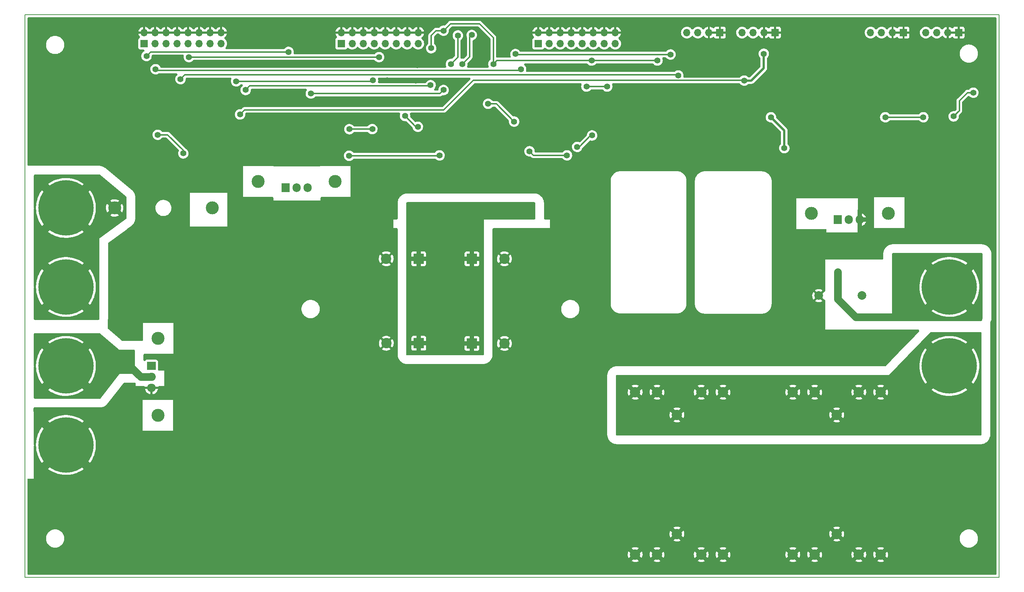
<source format=gbl>
G04 #@! TF.GenerationSoftware,KiCad,Pcbnew,(6.0.6)*
G04 #@! TF.CreationDate,2023-08-29T14:34:45+02:00*
G04 #@! TF.ProjectId,cuk-iso-ps,63756b2d-6973-46f2-9d70-732e6b696361,rev?*
G04 #@! TF.SameCoordinates,Original*
G04 #@! TF.FileFunction,Copper,L2,Bot*
G04 #@! TF.FilePolarity,Positive*
%FSLAX46Y46*%
G04 Gerber Fmt 4.6, Leading zero omitted, Abs format (unit mm)*
G04 Created by KiCad (PCBNEW (6.0.6)) date 2023-08-29 14:34:45*
%MOMM*%
%LPD*%
G01*
G04 APERTURE LIST*
G04 #@! TA.AperFunction,NonConductor*
%ADD10C,0.200000*%
G04 #@! TD*
G04 #@! TA.AperFunction,ComponentPad*
%ADD11C,2.400000*%
G04 #@! TD*
G04 #@! TA.AperFunction,ComponentPad*
%ADD12C,12.800000*%
G04 #@! TD*
G04 #@! TA.AperFunction,ComponentPad*
%ADD13R,1.700000X1.700000*%
G04 #@! TD*
G04 #@! TA.AperFunction,ComponentPad*
%ADD14O,1.700000X1.700000*%
G04 #@! TD*
G04 #@! TA.AperFunction,ComponentPad*
%ADD15R,2.400000X2.400000*%
G04 #@! TD*
G04 #@! TA.AperFunction,ComponentPad*
%ADD16C,3.000000*%
G04 #@! TD*
G04 #@! TA.AperFunction,ComponentPad*
%ADD17R,1.905000X2.000000*%
G04 #@! TD*
G04 #@! TA.AperFunction,ComponentPad*
%ADD18O,1.905000X2.000000*%
G04 #@! TD*
G04 #@! TA.AperFunction,ComponentPad*
%ADD19R,2.000000X1.905000*%
G04 #@! TD*
G04 #@! TA.AperFunction,ComponentPad*
%ADD20O,2.000000X1.905000*%
G04 #@! TD*
G04 #@! TA.AperFunction,ComponentPad*
%ADD21C,2.000000*%
G04 #@! TD*
G04 #@! TA.AperFunction,ViaPad*
%ADD22C,1.400000*%
G04 #@! TD*
G04 #@! TA.AperFunction,Conductor*
%ADD23C,1.000000*%
G04 #@! TD*
G04 #@! TA.AperFunction,Conductor*
%ADD24C,0.300000*%
G04 #@! TD*
G04 #@! TA.AperFunction,Conductor*
%ADD25C,0.500000*%
G04 #@! TD*
G04 #@! TA.AperFunction,Conductor*
%ADD26C,1.800000*%
G04 #@! TD*
G04 APERTURE END LIST*
D10*
X13000000Y-153790000D02*
X13000000Y-23800000D01*
X13000000Y-23800000D02*
X238000000Y-23800000D01*
X238000000Y-153800000D02*
X13000000Y-153790000D01*
X238000000Y-23800000D02*
X238000000Y-153800000D01*
D11*
X205600000Y-148500000D03*
X195400000Y-148500000D03*
X195400000Y-111000000D03*
X205600000Y-111000000D03*
D12*
X22500000Y-68450000D03*
D13*
X86070000Y-30480000D03*
D14*
X86070000Y-27940000D03*
X88610000Y-30480000D03*
X88610000Y-27940000D03*
X91150000Y-30480000D03*
X91150000Y-27940000D03*
X93690000Y-30480000D03*
X93690000Y-27940000D03*
X96230000Y-30480000D03*
X96230000Y-27940000D03*
X98770000Y-30480000D03*
X98770000Y-27940000D03*
X101310000Y-30480000D03*
X101310000Y-27940000D03*
X103850000Y-30480000D03*
X103850000Y-27940000D03*
D13*
X40570000Y-30480000D03*
D14*
X40570000Y-27940000D03*
X43110000Y-30480000D03*
X43110000Y-27940000D03*
X45650000Y-30480000D03*
X45650000Y-27940000D03*
X48190000Y-30480000D03*
X48190000Y-27940000D03*
X50730000Y-30480000D03*
X50730000Y-27940000D03*
X53270000Y-30480000D03*
X53270000Y-27940000D03*
X55810000Y-30480000D03*
X55810000Y-27940000D03*
X58350000Y-30480000D03*
X58350000Y-27940000D03*
D12*
X226500000Y-86700000D03*
D11*
X169200000Y-148504000D03*
X159000000Y-148504000D03*
X159000000Y-111004000D03*
X169200000Y-111004000D03*
D13*
X131570000Y-30480000D03*
D14*
X131570000Y-27940000D03*
X134110000Y-30480000D03*
X134110000Y-27940000D03*
X136650000Y-30480000D03*
X136650000Y-27940000D03*
X139190000Y-30480000D03*
X139190000Y-27940000D03*
X141730000Y-30480000D03*
X141730000Y-27940000D03*
X144270000Y-30480000D03*
X144270000Y-27940000D03*
X146810000Y-30480000D03*
X146810000Y-27940000D03*
X149350000Y-30480000D03*
X149350000Y-27940000D03*
D11*
X163592000Y-143758000D03*
X163592000Y-116258000D03*
D15*
X116250000Y-99750000D03*
D11*
X123750000Y-99750000D03*
D16*
X43750000Y-98550000D03*
X43750000Y-116350000D03*
D15*
X103977780Y-99700000D03*
D11*
X96477780Y-99700000D03*
D17*
X200770000Y-71150000D03*
D18*
X203310000Y-71150000D03*
X205850000Y-71150000D03*
D19*
X42250000Y-104950000D03*
D20*
X42250000Y-107490000D03*
X42250000Y-110030000D03*
D16*
X66890000Y-62300000D03*
X84690000Y-62300000D03*
D12*
X226500000Y-104950000D03*
X22500000Y-86700000D03*
D11*
X200500000Y-143754000D03*
X200500000Y-116254000D03*
D13*
X215930000Y-27940000D03*
D14*
X213390000Y-27940000D03*
X210850000Y-27940000D03*
X208310000Y-27940000D03*
D13*
X186250000Y-27940000D03*
D14*
X183710000Y-27940000D03*
X181170000Y-27940000D03*
X178630000Y-27940000D03*
D16*
X194650000Y-69700000D03*
X212450000Y-69700000D03*
D11*
X210650000Y-148500000D03*
X190350000Y-148500000D03*
X210650000Y-111000000D03*
X190350000Y-111000000D03*
D13*
X173510000Y-27940000D03*
D14*
X170970000Y-27940000D03*
X168430000Y-27940000D03*
X165890000Y-27940000D03*
D11*
X153950000Y-148504000D03*
X174250000Y-148504000D03*
X153950000Y-111004000D03*
X174250000Y-111004000D03*
D13*
X228680000Y-27940000D03*
D14*
X226140000Y-27940000D03*
X223600000Y-27940000D03*
X221060000Y-27940000D03*
D21*
X196350000Y-88700000D03*
X206350000Y-88700000D03*
D15*
X103955560Y-80173780D03*
D11*
X96455560Y-80173780D03*
D12*
X22500000Y-123200000D03*
X22500000Y-104950000D03*
D17*
X73250000Y-63745000D03*
D18*
X75790000Y-63745000D03*
X78330000Y-63745000D03*
D15*
X116250000Y-80200000D03*
D11*
X123750000Y-80200000D03*
D16*
X33750000Y-68450000D03*
X56250000Y-68450000D03*
D22*
X90500000Y-35000000D03*
X108825000Y-52450000D03*
X64906834Y-43739292D03*
X105575000Y-57850000D03*
X132050000Y-41850000D03*
X137800000Y-59050000D03*
X49350000Y-45950000D03*
X103300000Y-39050000D03*
X126050000Y-60350000D03*
X186550000Y-34750000D03*
X122400000Y-26950000D03*
X200450000Y-37000000D03*
X54400000Y-54850000D03*
X79600000Y-35100000D03*
X59450000Y-41550000D03*
X145550000Y-46350000D03*
X225250000Y-40625000D03*
X158550000Y-26850000D03*
X109500000Y-31450000D03*
X180550000Y-43850000D03*
X199300000Y-61825000D03*
X192550000Y-29850000D03*
X90750000Y-54450000D03*
X235275000Y-49275000D03*
X50150000Y-49150000D03*
X120000000Y-41050000D03*
X78900000Y-43900000D03*
X65500000Y-35000000D03*
X159550000Y-43850000D03*
X103600000Y-35450000D03*
X95500000Y-48100000D03*
X161650000Y-35550000D03*
X127750000Y-41850000D03*
X78850000Y-29650000D03*
X64950000Y-30150000D03*
X85200000Y-54450000D03*
X133750000Y-53650000D03*
X29650000Y-49250000D03*
X119550000Y-53350000D03*
X200100000Y-25750000D03*
X41950000Y-59450000D03*
X46950000Y-59750000D03*
X168650000Y-43850000D03*
X152550000Y-43850000D03*
X126050000Y-54650000D03*
X140350000Y-36050000D03*
X188400000Y-56700000D03*
X228600000Y-57050000D03*
X93100000Y-58300000D03*
X175050000Y-43850000D03*
X185850000Y-43850000D03*
X174550000Y-32850000D03*
X152050000Y-36050000D03*
X223050000Y-49850000D03*
X142300000Y-58750000D03*
X206450000Y-43850000D03*
X96700000Y-39000000D03*
X34350000Y-50850000D03*
X194700000Y-56725000D03*
X117750000Y-35400000D03*
X139200000Y-41400000D03*
X113500000Y-48400000D03*
X42650000Y-47950000D03*
X104500000Y-69900000D03*
X127500000Y-68100000D03*
X127500000Y-69900000D03*
X104500000Y-68100000D03*
X103750000Y-49700000D03*
X100800000Y-47200000D03*
X87900000Y-56400000D03*
X220500000Y-47500000D03*
X142700000Y-40400000D03*
X108750000Y-56300000D03*
X129550000Y-55350000D03*
X138200000Y-56300000D03*
X106850000Y-31550000D03*
X121200000Y-35200000D03*
X87950000Y-50250000D03*
X211700000Y-47500000D03*
X143900000Y-34400000D03*
X93250000Y-50237500D03*
X147500000Y-40400000D03*
X159100000Y-34400000D03*
X109700000Y-27500000D03*
X73900000Y-32400000D03*
X41100000Y-33350000D03*
X140560000Y-54350000D03*
X144000000Y-51700000D03*
X43200000Y-36400000D03*
X127600000Y-36400000D03*
X43700000Y-51550000D03*
X49600000Y-55850000D03*
X126000000Y-48497500D03*
X120000000Y-44400000D03*
X94800000Y-33600000D03*
X50900000Y-33600000D03*
X227500000Y-47300000D03*
X232032500Y-41825000D03*
X48950000Y-38700000D03*
X163900000Y-37850000D03*
X185300000Y-47500000D03*
X62700000Y-46850000D03*
X183650000Y-32825000D03*
X188400000Y-54637500D03*
X179125000Y-39025000D03*
X200700000Y-85150000D03*
X217150000Y-93550000D03*
X200750000Y-83300000D03*
X214650000Y-93550000D03*
X214650000Y-91050000D03*
X217150000Y-91050000D03*
X37250000Y-105000000D03*
X126300000Y-32900000D03*
X162100000Y-33000000D03*
X93400000Y-39000000D03*
X61800000Y-39200000D03*
X111400000Y-35200000D03*
X64000000Y-41200000D03*
X113000000Y-28600000D03*
X106700000Y-40100000D03*
X116200000Y-28500000D03*
X109700000Y-41200000D03*
X79050000Y-42000000D03*
X114050000Y-35200000D03*
D23*
X205850000Y-71150000D02*
X208150000Y-71150000D01*
X205850000Y-75200000D02*
X209200000Y-75200000D01*
X205850000Y-71150000D02*
X205850000Y-75200000D01*
X205850000Y-71150000D02*
X205850000Y-69000000D01*
X205850000Y-75200000D02*
X205950000Y-75300000D01*
D24*
X100800000Y-47200000D02*
X103300000Y-49700000D01*
X103300000Y-49700000D02*
X103750000Y-49700000D01*
X109700000Y-27500000D02*
X111300000Y-25900000D01*
X118000000Y-25900000D02*
X121200000Y-29100000D01*
X111300000Y-25900000D02*
X118000000Y-25900000D01*
X121200000Y-29100000D02*
X121200000Y-35200000D01*
X130500000Y-56300000D02*
X138200000Y-56300000D01*
X108650000Y-56400000D02*
X108750000Y-56300000D01*
X142700000Y-40400000D02*
X147500000Y-40400000D01*
X122000000Y-34400000D02*
X121200000Y-35200000D01*
X143900000Y-34400000D02*
X122000000Y-34400000D01*
X87962500Y-50237500D02*
X93250000Y-50237500D01*
X220500000Y-47500000D02*
X211700000Y-47500000D01*
X109700000Y-27500000D02*
X107950000Y-27500000D01*
X87900000Y-56400000D02*
X108650000Y-56400000D01*
X129550000Y-55350000D02*
X130500000Y-56300000D01*
X87950000Y-50250000D02*
X87962500Y-50237500D01*
X107950000Y-27500000D02*
X106850000Y-28600000D01*
X143900000Y-34400000D02*
X159100000Y-34400000D01*
X106850000Y-28600000D02*
X106850000Y-31550000D01*
X42050000Y-32400000D02*
X73900000Y-32400000D01*
X41100000Y-33350000D02*
X42050000Y-32400000D01*
X141050000Y-54350000D02*
X143700000Y-51700000D01*
X143700000Y-51700000D02*
X144000000Y-51700000D01*
X140560000Y-54350000D02*
X141050000Y-54350000D01*
X127300000Y-36700000D02*
X127600000Y-36400000D01*
X43500000Y-36700000D02*
X127300000Y-36700000D01*
X43200000Y-36400000D02*
X43500000Y-36700000D01*
X43700000Y-51550000D02*
X46000000Y-51550000D01*
X49600000Y-55150000D02*
X49600000Y-55850000D01*
X46000000Y-51550000D02*
X49600000Y-55150000D01*
X121902500Y-44400000D02*
X126000000Y-48497500D01*
X120000000Y-44400000D02*
X121902500Y-44400000D01*
X94800000Y-33600000D02*
X50900000Y-33600000D01*
X230675000Y-41825000D02*
X232032500Y-41825000D01*
X228800000Y-43700000D02*
X230675000Y-41825000D01*
X227500000Y-47300000D02*
X228800000Y-46000000D01*
X228800000Y-46000000D02*
X228800000Y-43700000D01*
X49950000Y-37700000D02*
X163750000Y-37700000D01*
X163750000Y-37700000D02*
X163900000Y-37850000D01*
X48950000Y-38700000D02*
X49950000Y-37700000D01*
X62700000Y-46850000D02*
X63750000Y-45800000D01*
D25*
X180775000Y-39025000D02*
X179125000Y-39025000D01*
D24*
X109750000Y-45800000D02*
X116550000Y-39000000D01*
D25*
X183650000Y-32825000D02*
X183650000Y-36150000D01*
X183650000Y-36150000D02*
X180775000Y-39025000D01*
X188400000Y-50600000D02*
X188400000Y-54637500D01*
D24*
X116550000Y-39000000D02*
X179100000Y-39000000D01*
X179100000Y-39000000D02*
X179125000Y-39025000D01*
D25*
X185300000Y-47500000D02*
X188400000Y-50600000D01*
D24*
X63750000Y-45800000D02*
X109750000Y-45800000D01*
D26*
X204850000Y-93650000D02*
X214550000Y-93650000D01*
X214550000Y-93650000D02*
X214650000Y-93550000D01*
X200700000Y-89500000D02*
X204850000Y-93650000D01*
X200700000Y-83250000D02*
X200700000Y-89500000D01*
X39740000Y-107490000D02*
X37250000Y-105000000D01*
X42250000Y-107490000D02*
X39740000Y-107490000D01*
D24*
X162100000Y-33000000D02*
X126400000Y-33000000D01*
X126400000Y-33000000D02*
X126300000Y-32900000D01*
X93200000Y-39200000D02*
X61800000Y-39200000D01*
X93400000Y-39000000D02*
X93200000Y-39200000D01*
X113000000Y-33600000D02*
X111400000Y-35200000D01*
X64950000Y-40250000D02*
X106550000Y-40250000D01*
X113000000Y-28600000D02*
X113000000Y-33600000D01*
X64000000Y-41200000D02*
X64950000Y-40250000D01*
X106550000Y-40250000D02*
X106700000Y-40100000D01*
X116200000Y-28500000D02*
X115750000Y-28950000D01*
X109700000Y-41200000D02*
X108900000Y-42000000D01*
X108900000Y-42000000D02*
X79050000Y-42000000D01*
X115750000Y-28950000D02*
X115750000Y-33500000D01*
X115750000Y-33500000D02*
X114050000Y-35200000D01*
G04 #@! TA.AperFunction,Conductor*
G36*
X213050000Y-121000000D02*
G01*
X149749000Y-121000000D01*
X149653712Y-120981046D01*
X149572930Y-120927070D01*
X149518954Y-120846288D01*
X149500000Y-120751000D01*
X149500000Y-117760529D01*
X162802332Y-117760529D01*
X162803308Y-117761989D01*
X162813196Y-117769272D01*
X162904040Y-117817067D01*
X162920959Y-117824424D01*
X163142044Y-117901629D01*
X163159857Y-117906402D01*
X163389942Y-117950086D01*
X163408243Y-117952172D01*
X163642268Y-117961366D01*
X163660676Y-117960724D01*
X163893484Y-117935227D01*
X163911607Y-117931868D01*
X164138075Y-117872244D01*
X164155513Y-117866239D01*
X164370686Y-117773794D01*
X164373574Y-117772290D01*
X164384609Y-117761999D01*
X164382564Y-117756529D01*
X199710332Y-117756529D01*
X199711308Y-117757989D01*
X199721196Y-117765272D01*
X199812040Y-117813067D01*
X199828959Y-117820424D01*
X200050044Y-117897629D01*
X200067857Y-117902402D01*
X200297942Y-117946086D01*
X200316243Y-117948172D01*
X200550268Y-117957366D01*
X200568676Y-117956724D01*
X200801484Y-117931227D01*
X200819607Y-117927868D01*
X201046075Y-117868244D01*
X201063513Y-117862239D01*
X201278686Y-117769794D01*
X201281574Y-117768290D01*
X201292609Y-117757999D01*
X201290428Y-117752166D01*
X201288027Y-117749134D01*
X200517341Y-116978448D01*
X200500000Y-116966861D01*
X200482659Y-116978448D01*
X199721919Y-117739188D01*
X199710332Y-117756529D01*
X164382564Y-117756529D01*
X164382428Y-117756166D01*
X164380027Y-117753134D01*
X163609341Y-116982448D01*
X163592000Y-116970861D01*
X163574659Y-116982448D01*
X162813919Y-117743188D01*
X162802332Y-117760529D01*
X149500000Y-117760529D01*
X149500000Y-116222610D01*
X161888261Y-116222610D01*
X161899496Y-116456524D01*
X161901744Y-116474828D01*
X161947432Y-116704513D01*
X161952358Y-116722276D01*
X162031496Y-116942696D01*
X162038990Y-116959528D01*
X162077843Y-117031839D01*
X162091109Y-117047932D01*
X162093323Y-117047255D01*
X162102341Y-117040552D01*
X162867552Y-116275341D01*
X162879139Y-116258000D01*
X164304861Y-116258000D01*
X164316448Y-116275341D01*
X165079786Y-117038679D01*
X165096461Y-117049820D01*
X165106412Y-117035409D01*
X165190164Y-116849485D01*
X165196465Y-116832172D01*
X165260033Y-116606777D01*
X165263710Y-116588704D01*
X165293643Y-116353419D01*
X165294594Y-116340980D01*
X165296604Y-116264240D01*
X165296304Y-116251769D01*
X165293840Y-116218610D01*
X198796261Y-116218610D01*
X198807496Y-116452524D01*
X198809744Y-116470828D01*
X198855432Y-116700513D01*
X198860358Y-116718276D01*
X198939496Y-116938696D01*
X198946990Y-116955528D01*
X198985843Y-117027839D01*
X198999109Y-117043932D01*
X199001323Y-117043255D01*
X199010341Y-117036552D01*
X199775552Y-116271341D01*
X199787139Y-116254000D01*
X201212861Y-116254000D01*
X201224448Y-116271341D01*
X201987786Y-117034679D01*
X202004461Y-117045820D01*
X202014412Y-117031409D01*
X202098164Y-116845485D01*
X202104465Y-116828172D01*
X202168033Y-116602777D01*
X202171710Y-116584704D01*
X202201643Y-116349419D01*
X202202594Y-116336980D01*
X202204604Y-116260240D01*
X202204304Y-116247769D01*
X202186727Y-116011236D01*
X202184002Y-115993005D01*
X202132316Y-115764586D01*
X202126929Y-115746963D01*
X202042045Y-115528685D01*
X202034118Y-115512065D01*
X202015345Y-115479219D01*
X202001664Y-115463481D01*
X201997879Y-115464748D01*
X201991444Y-115469663D01*
X201224448Y-116236659D01*
X201212861Y-116254000D01*
X199787139Y-116254000D01*
X199775552Y-116236659D01*
X199012697Y-115473804D01*
X198995356Y-115462217D01*
X198990645Y-115465365D01*
X198987597Y-115469249D01*
X198985834Y-115472153D01*
X198977467Y-115488574D01*
X198886905Y-115704541D01*
X198881052Y-115722035D01*
X198823409Y-115949005D01*
X198820206Y-115967170D01*
X198796743Y-116200175D01*
X198796261Y-116218610D01*
X165293840Y-116218610D01*
X165278727Y-116015236D01*
X165276002Y-115997005D01*
X165224316Y-115768586D01*
X165218929Y-115750963D01*
X165134045Y-115532685D01*
X165126118Y-115516065D01*
X165107345Y-115483219D01*
X165093664Y-115467481D01*
X165089879Y-115468748D01*
X165083444Y-115473663D01*
X164316448Y-116240659D01*
X164304861Y-116258000D01*
X162879139Y-116258000D01*
X162867552Y-116240659D01*
X162104697Y-115477804D01*
X162087356Y-115466217D01*
X162082645Y-115469365D01*
X162079597Y-115473249D01*
X162077834Y-115476153D01*
X162069467Y-115492574D01*
X161978905Y-115708541D01*
X161973052Y-115726035D01*
X161915409Y-115953005D01*
X161912206Y-115971170D01*
X161888743Y-116204175D01*
X161888261Y-116222610D01*
X149500000Y-116222610D01*
X149500000Y-114755190D01*
X162800525Y-114755190D01*
X162810247Y-114769140D01*
X163574659Y-115533552D01*
X163592000Y-115545139D01*
X163609341Y-115533552D01*
X164370601Y-114772292D01*
X164382188Y-114754951D01*
X164382147Y-114754890D01*
X164376983Y-114751190D01*
X199708525Y-114751190D01*
X199718247Y-114765140D01*
X200482659Y-115529552D01*
X200500000Y-115541139D01*
X200517341Y-115529552D01*
X201278601Y-114768292D01*
X201290188Y-114750951D01*
X201290147Y-114750890D01*
X201277630Y-114741921D01*
X201146901Y-114677453D01*
X201129815Y-114670551D01*
X200906771Y-114599153D01*
X200888853Y-114594851D01*
X200657695Y-114557204D01*
X200639348Y-114555599D01*
X200405166Y-114552534D01*
X200386770Y-114553659D01*
X200154711Y-114585240D01*
X200136688Y-114589072D01*
X199911845Y-114654608D01*
X199894593Y-114661057D01*
X199724922Y-114739277D01*
X199708525Y-114751190D01*
X164376983Y-114751190D01*
X164369630Y-114745921D01*
X164238901Y-114681453D01*
X164221815Y-114674551D01*
X163998771Y-114603153D01*
X163980853Y-114598851D01*
X163749695Y-114561204D01*
X163731348Y-114559599D01*
X163497166Y-114556534D01*
X163478770Y-114557659D01*
X163246711Y-114589240D01*
X163228688Y-114593072D01*
X163003845Y-114658608D01*
X162986593Y-114665057D01*
X162816922Y-114743277D01*
X162800525Y-114755190D01*
X149500000Y-114755190D01*
X149500000Y-112506529D01*
X153160332Y-112506529D01*
X153161308Y-112507989D01*
X153171196Y-112515272D01*
X153262040Y-112563067D01*
X153278959Y-112570424D01*
X153500044Y-112647629D01*
X153517857Y-112652402D01*
X153747942Y-112696086D01*
X153766243Y-112698172D01*
X154000268Y-112707366D01*
X154018676Y-112706724D01*
X154251484Y-112681227D01*
X154269607Y-112677868D01*
X154496075Y-112618244D01*
X154513513Y-112612239D01*
X154728686Y-112519794D01*
X154731574Y-112518290D01*
X154742609Y-112507999D01*
X154742059Y-112506529D01*
X158210332Y-112506529D01*
X158211308Y-112507989D01*
X158221196Y-112515272D01*
X158312040Y-112563067D01*
X158328959Y-112570424D01*
X158550044Y-112647629D01*
X158567857Y-112652402D01*
X158797942Y-112696086D01*
X158816243Y-112698172D01*
X159050268Y-112707366D01*
X159068676Y-112706724D01*
X159301484Y-112681227D01*
X159319607Y-112677868D01*
X159546075Y-112618244D01*
X159563513Y-112612239D01*
X159778686Y-112519794D01*
X159781574Y-112518290D01*
X159792609Y-112507999D01*
X159792059Y-112506529D01*
X168410332Y-112506529D01*
X168411308Y-112507989D01*
X168421196Y-112515272D01*
X168512040Y-112563067D01*
X168528959Y-112570424D01*
X168750044Y-112647629D01*
X168767857Y-112652402D01*
X168997942Y-112696086D01*
X169016243Y-112698172D01*
X169250268Y-112707366D01*
X169268676Y-112706724D01*
X169501484Y-112681227D01*
X169519607Y-112677868D01*
X169746075Y-112618244D01*
X169763513Y-112612239D01*
X169978686Y-112519794D01*
X169981574Y-112518290D01*
X169992609Y-112507999D01*
X169992059Y-112506529D01*
X173460332Y-112506529D01*
X173461308Y-112507989D01*
X173471196Y-112515272D01*
X173562040Y-112563067D01*
X173578959Y-112570424D01*
X173800044Y-112647629D01*
X173817857Y-112652402D01*
X174047942Y-112696086D01*
X174066243Y-112698172D01*
X174300268Y-112707366D01*
X174318676Y-112706724D01*
X174551484Y-112681227D01*
X174569607Y-112677868D01*
X174796075Y-112618244D01*
X174813513Y-112612239D01*
X175028686Y-112519794D01*
X175031574Y-112518290D01*
X175042609Y-112507999D01*
X175040564Y-112502529D01*
X189560332Y-112502529D01*
X189561308Y-112503989D01*
X189571196Y-112511272D01*
X189662040Y-112559067D01*
X189678959Y-112566424D01*
X189900044Y-112643629D01*
X189917857Y-112648402D01*
X190147942Y-112692086D01*
X190166243Y-112694172D01*
X190400268Y-112703366D01*
X190418676Y-112702724D01*
X190651484Y-112677227D01*
X190669607Y-112673868D01*
X190896075Y-112614244D01*
X190913513Y-112608239D01*
X191128686Y-112515794D01*
X191131574Y-112514290D01*
X191142609Y-112503999D01*
X191142059Y-112502529D01*
X194610332Y-112502529D01*
X194611308Y-112503989D01*
X194621196Y-112511272D01*
X194712040Y-112559067D01*
X194728959Y-112566424D01*
X194950044Y-112643629D01*
X194967857Y-112648402D01*
X195197942Y-112692086D01*
X195216243Y-112694172D01*
X195450268Y-112703366D01*
X195468676Y-112702724D01*
X195701484Y-112677227D01*
X195719607Y-112673868D01*
X195946075Y-112614244D01*
X195963513Y-112608239D01*
X196178686Y-112515794D01*
X196181574Y-112514290D01*
X196192609Y-112503999D01*
X196192059Y-112502529D01*
X204810332Y-112502529D01*
X204811308Y-112503989D01*
X204821196Y-112511272D01*
X204912040Y-112559067D01*
X204928959Y-112566424D01*
X205150044Y-112643629D01*
X205167857Y-112648402D01*
X205397942Y-112692086D01*
X205416243Y-112694172D01*
X205650268Y-112703366D01*
X205668676Y-112702724D01*
X205901484Y-112677227D01*
X205919607Y-112673868D01*
X206146075Y-112614244D01*
X206163513Y-112608239D01*
X206378686Y-112515794D01*
X206381574Y-112514290D01*
X206392609Y-112503999D01*
X206392059Y-112502529D01*
X209860332Y-112502529D01*
X209861308Y-112503989D01*
X209871196Y-112511272D01*
X209962040Y-112559067D01*
X209978959Y-112566424D01*
X210200044Y-112643629D01*
X210217857Y-112648402D01*
X210447942Y-112692086D01*
X210466243Y-112694172D01*
X210700268Y-112703366D01*
X210718676Y-112702724D01*
X210951484Y-112677227D01*
X210969607Y-112673868D01*
X211196075Y-112614244D01*
X211213513Y-112608239D01*
X211428686Y-112515794D01*
X211431574Y-112514290D01*
X211442609Y-112503999D01*
X211440428Y-112498166D01*
X211438027Y-112495134D01*
X210667341Y-111724448D01*
X210650000Y-111712861D01*
X210632659Y-111724448D01*
X209871919Y-112485188D01*
X209860332Y-112502529D01*
X206392059Y-112502529D01*
X206390428Y-112498166D01*
X206388027Y-112495134D01*
X205617341Y-111724448D01*
X205600000Y-111712861D01*
X205582659Y-111724448D01*
X204821919Y-112485188D01*
X204810332Y-112502529D01*
X196192059Y-112502529D01*
X196190428Y-112498166D01*
X196188027Y-112495134D01*
X195417341Y-111724448D01*
X195400000Y-111712861D01*
X195382659Y-111724448D01*
X194621919Y-112485188D01*
X194610332Y-112502529D01*
X191142059Y-112502529D01*
X191140428Y-112498166D01*
X191138027Y-112495134D01*
X190367341Y-111724448D01*
X190350000Y-111712861D01*
X190332659Y-111724448D01*
X189571919Y-112485188D01*
X189560332Y-112502529D01*
X175040564Y-112502529D01*
X175040428Y-112502166D01*
X175038027Y-112499134D01*
X174267341Y-111728448D01*
X174250000Y-111716861D01*
X174232659Y-111728448D01*
X173471919Y-112489188D01*
X173460332Y-112506529D01*
X169992059Y-112506529D01*
X169990428Y-112502166D01*
X169988027Y-112499134D01*
X169217341Y-111728448D01*
X169200000Y-111716861D01*
X169182659Y-111728448D01*
X168421919Y-112489188D01*
X168410332Y-112506529D01*
X159792059Y-112506529D01*
X159790428Y-112502166D01*
X159788027Y-112499134D01*
X159017341Y-111728448D01*
X159000000Y-111716861D01*
X158982659Y-111728448D01*
X158221919Y-112489188D01*
X158210332Y-112506529D01*
X154742059Y-112506529D01*
X154740428Y-112502166D01*
X154738027Y-112499134D01*
X153967341Y-111728448D01*
X153950000Y-111716861D01*
X153932659Y-111728448D01*
X153171919Y-112489188D01*
X153160332Y-112506529D01*
X149500000Y-112506529D01*
X149500000Y-110968610D01*
X152246261Y-110968610D01*
X152257496Y-111202524D01*
X152259744Y-111220828D01*
X152305432Y-111450513D01*
X152310358Y-111468276D01*
X152389496Y-111688696D01*
X152396990Y-111705528D01*
X152435843Y-111777839D01*
X152449109Y-111793932D01*
X152451323Y-111793255D01*
X152460341Y-111786552D01*
X153225552Y-111021341D01*
X153237139Y-111004000D01*
X154662861Y-111004000D01*
X154674448Y-111021341D01*
X155437786Y-111784679D01*
X155454461Y-111795820D01*
X155464412Y-111781409D01*
X155548164Y-111595485D01*
X155554465Y-111578172D01*
X155618033Y-111352777D01*
X155621710Y-111334704D01*
X155651643Y-111099419D01*
X155652594Y-111086980D01*
X155654604Y-111010240D01*
X155654304Y-110997769D01*
X155652137Y-110968610D01*
X157296261Y-110968610D01*
X157307496Y-111202524D01*
X157309744Y-111220828D01*
X157355432Y-111450513D01*
X157360358Y-111468276D01*
X157439496Y-111688696D01*
X157446990Y-111705528D01*
X157485843Y-111777839D01*
X157499109Y-111793932D01*
X157501323Y-111793255D01*
X157510341Y-111786552D01*
X158275552Y-111021341D01*
X158287139Y-111004000D01*
X159712861Y-111004000D01*
X159724448Y-111021341D01*
X160487786Y-111784679D01*
X160504461Y-111795820D01*
X160514412Y-111781409D01*
X160598164Y-111595485D01*
X160604465Y-111578172D01*
X160668033Y-111352777D01*
X160671710Y-111334704D01*
X160701643Y-111099419D01*
X160702594Y-111086980D01*
X160704604Y-111010240D01*
X160704304Y-110997769D01*
X160702137Y-110968610D01*
X167496261Y-110968610D01*
X167507496Y-111202524D01*
X167509744Y-111220828D01*
X167555432Y-111450513D01*
X167560358Y-111468276D01*
X167639496Y-111688696D01*
X167646990Y-111705528D01*
X167685843Y-111777839D01*
X167699109Y-111793932D01*
X167701323Y-111793255D01*
X167710341Y-111786552D01*
X168475552Y-111021341D01*
X168487139Y-111004000D01*
X169912861Y-111004000D01*
X169924448Y-111021341D01*
X170687786Y-111784679D01*
X170704461Y-111795820D01*
X170714412Y-111781409D01*
X170798164Y-111595485D01*
X170804465Y-111578172D01*
X170868033Y-111352777D01*
X170871710Y-111334704D01*
X170901643Y-111099419D01*
X170902594Y-111086980D01*
X170904604Y-111010240D01*
X170904304Y-110997769D01*
X170902137Y-110968610D01*
X172546261Y-110968610D01*
X172557496Y-111202524D01*
X172559744Y-111220828D01*
X172605432Y-111450513D01*
X172610358Y-111468276D01*
X172689496Y-111688696D01*
X172696990Y-111705528D01*
X172735843Y-111777839D01*
X172749109Y-111793932D01*
X172751323Y-111793255D01*
X172760341Y-111786552D01*
X173525552Y-111021341D01*
X173537139Y-111004000D01*
X174962861Y-111004000D01*
X174974448Y-111021341D01*
X175737786Y-111784679D01*
X175754461Y-111795820D01*
X175764412Y-111781409D01*
X175848164Y-111595485D01*
X175854465Y-111578172D01*
X175918033Y-111352777D01*
X175921710Y-111334704D01*
X175951643Y-111099419D01*
X175952594Y-111086980D01*
X175954604Y-111010240D01*
X175954304Y-110997769D01*
X175951840Y-110964610D01*
X188646261Y-110964610D01*
X188657496Y-111198524D01*
X188659744Y-111216828D01*
X188705432Y-111446513D01*
X188710358Y-111464276D01*
X188789496Y-111684696D01*
X188796990Y-111701528D01*
X188835843Y-111773839D01*
X188849109Y-111789932D01*
X188851323Y-111789255D01*
X188860341Y-111782552D01*
X189625552Y-111017341D01*
X189637139Y-111000000D01*
X191062861Y-111000000D01*
X191074448Y-111017341D01*
X191837786Y-111780679D01*
X191854461Y-111791820D01*
X191864412Y-111777409D01*
X191948164Y-111591485D01*
X191954465Y-111574172D01*
X192018033Y-111348777D01*
X192021710Y-111330704D01*
X192051643Y-111095419D01*
X192052594Y-111082980D01*
X192054604Y-111006240D01*
X192054304Y-110993769D01*
X192052137Y-110964610D01*
X193696261Y-110964610D01*
X193707496Y-111198524D01*
X193709744Y-111216828D01*
X193755432Y-111446513D01*
X193760358Y-111464276D01*
X193839496Y-111684696D01*
X193846990Y-111701528D01*
X193885843Y-111773839D01*
X193899109Y-111789932D01*
X193901323Y-111789255D01*
X193910341Y-111782552D01*
X194675552Y-111017341D01*
X194687139Y-111000000D01*
X196112861Y-111000000D01*
X196124448Y-111017341D01*
X196887786Y-111780679D01*
X196904461Y-111791820D01*
X196914412Y-111777409D01*
X196998164Y-111591485D01*
X197004465Y-111574172D01*
X197068033Y-111348777D01*
X197071710Y-111330704D01*
X197101643Y-111095419D01*
X197102594Y-111082980D01*
X197104604Y-111006240D01*
X197104304Y-110993769D01*
X197102137Y-110964610D01*
X203896261Y-110964610D01*
X203907496Y-111198524D01*
X203909744Y-111216828D01*
X203955432Y-111446513D01*
X203960358Y-111464276D01*
X204039496Y-111684696D01*
X204046990Y-111701528D01*
X204085843Y-111773839D01*
X204099109Y-111789932D01*
X204101323Y-111789255D01*
X204110341Y-111782552D01*
X204875552Y-111017341D01*
X204887139Y-111000000D01*
X206312861Y-111000000D01*
X206324448Y-111017341D01*
X207087786Y-111780679D01*
X207104461Y-111791820D01*
X207114412Y-111777409D01*
X207198164Y-111591485D01*
X207204465Y-111574172D01*
X207268033Y-111348777D01*
X207271710Y-111330704D01*
X207301643Y-111095419D01*
X207302594Y-111082980D01*
X207304604Y-111006240D01*
X207304304Y-110993769D01*
X207302137Y-110964610D01*
X208946261Y-110964610D01*
X208957496Y-111198524D01*
X208959744Y-111216828D01*
X209005432Y-111446513D01*
X209010358Y-111464276D01*
X209089496Y-111684696D01*
X209096990Y-111701528D01*
X209135843Y-111773839D01*
X209149109Y-111789932D01*
X209151323Y-111789255D01*
X209160341Y-111782552D01*
X209925552Y-111017341D01*
X209937139Y-111000000D01*
X211362861Y-111000000D01*
X211374448Y-111017341D01*
X212137786Y-111780679D01*
X212154461Y-111791820D01*
X212164412Y-111777409D01*
X212248164Y-111591485D01*
X212254465Y-111574172D01*
X212318033Y-111348777D01*
X212321710Y-111330704D01*
X212351643Y-111095419D01*
X212352594Y-111082980D01*
X212354604Y-111006240D01*
X212354304Y-110993769D01*
X212336727Y-110757236D01*
X212334002Y-110739005D01*
X212282316Y-110510586D01*
X212276929Y-110492963D01*
X212192045Y-110274685D01*
X212184118Y-110258065D01*
X212165345Y-110225219D01*
X212151664Y-110209481D01*
X212147879Y-110210748D01*
X212141444Y-110215663D01*
X211374448Y-110982659D01*
X211362861Y-111000000D01*
X209937139Y-111000000D01*
X209925552Y-110982659D01*
X209162697Y-110219804D01*
X209145356Y-110208217D01*
X209140645Y-110211365D01*
X209137597Y-110215249D01*
X209135834Y-110218153D01*
X209127467Y-110234574D01*
X209036905Y-110450541D01*
X209031052Y-110468035D01*
X208973409Y-110695005D01*
X208970206Y-110713170D01*
X208946743Y-110946175D01*
X208946261Y-110964610D01*
X207302137Y-110964610D01*
X207286727Y-110757236D01*
X207284002Y-110739005D01*
X207232316Y-110510586D01*
X207226929Y-110492963D01*
X207142045Y-110274685D01*
X207134118Y-110258065D01*
X207115345Y-110225219D01*
X207101664Y-110209481D01*
X207097879Y-110210748D01*
X207091444Y-110215663D01*
X206324448Y-110982659D01*
X206312861Y-111000000D01*
X204887139Y-111000000D01*
X204875552Y-110982659D01*
X204112697Y-110219804D01*
X204095356Y-110208217D01*
X204090645Y-110211365D01*
X204087597Y-110215249D01*
X204085834Y-110218153D01*
X204077467Y-110234574D01*
X203986905Y-110450541D01*
X203981052Y-110468035D01*
X203923409Y-110695005D01*
X203920206Y-110713170D01*
X203896743Y-110946175D01*
X203896261Y-110964610D01*
X197102137Y-110964610D01*
X197086727Y-110757236D01*
X197084002Y-110739005D01*
X197032316Y-110510586D01*
X197026929Y-110492963D01*
X196942045Y-110274685D01*
X196934118Y-110258065D01*
X196915345Y-110225219D01*
X196901664Y-110209481D01*
X196897879Y-110210748D01*
X196891444Y-110215663D01*
X196124448Y-110982659D01*
X196112861Y-111000000D01*
X194687139Y-111000000D01*
X194675552Y-110982659D01*
X193912697Y-110219804D01*
X193895356Y-110208217D01*
X193890645Y-110211365D01*
X193887597Y-110215249D01*
X193885834Y-110218153D01*
X193877467Y-110234574D01*
X193786905Y-110450541D01*
X193781052Y-110468035D01*
X193723409Y-110695005D01*
X193720206Y-110713170D01*
X193696743Y-110946175D01*
X193696261Y-110964610D01*
X192052137Y-110964610D01*
X192036727Y-110757236D01*
X192034002Y-110739005D01*
X191982316Y-110510586D01*
X191976929Y-110492963D01*
X191892045Y-110274685D01*
X191884118Y-110258065D01*
X191865345Y-110225219D01*
X191851664Y-110209481D01*
X191847879Y-110210748D01*
X191841444Y-110215663D01*
X191074448Y-110982659D01*
X191062861Y-111000000D01*
X189637139Y-111000000D01*
X189625552Y-110982659D01*
X188862697Y-110219804D01*
X188845356Y-110208217D01*
X188840645Y-110211365D01*
X188837597Y-110215249D01*
X188835834Y-110218153D01*
X188827467Y-110234574D01*
X188736905Y-110450541D01*
X188731052Y-110468035D01*
X188673409Y-110695005D01*
X188670206Y-110713170D01*
X188646743Y-110946175D01*
X188646261Y-110964610D01*
X175951840Y-110964610D01*
X175936727Y-110761236D01*
X175934002Y-110743005D01*
X175882316Y-110514586D01*
X175876929Y-110496963D01*
X175792045Y-110278685D01*
X175784118Y-110262065D01*
X175765345Y-110229219D01*
X175751664Y-110213481D01*
X175747879Y-110214748D01*
X175741444Y-110219663D01*
X174974448Y-110986659D01*
X174962861Y-111004000D01*
X173537139Y-111004000D01*
X173525552Y-110986659D01*
X172762697Y-110223804D01*
X172745356Y-110212217D01*
X172740645Y-110215365D01*
X172737597Y-110219249D01*
X172735834Y-110222153D01*
X172727467Y-110238574D01*
X172636905Y-110454541D01*
X172631052Y-110472035D01*
X172573409Y-110699005D01*
X172570206Y-110717170D01*
X172546743Y-110950175D01*
X172546261Y-110968610D01*
X170902137Y-110968610D01*
X170886727Y-110761236D01*
X170884002Y-110743005D01*
X170832316Y-110514586D01*
X170826929Y-110496963D01*
X170742045Y-110278685D01*
X170734118Y-110262065D01*
X170715345Y-110229219D01*
X170701664Y-110213481D01*
X170697879Y-110214748D01*
X170691444Y-110219663D01*
X169924448Y-110986659D01*
X169912861Y-111004000D01*
X168487139Y-111004000D01*
X168475552Y-110986659D01*
X167712697Y-110223804D01*
X167695356Y-110212217D01*
X167690645Y-110215365D01*
X167687597Y-110219249D01*
X167685834Y-110222153D01*
X167677467Y-110238574D01*
X167586905Y-110454541D01*
X167581052Y-110472035D01*
X167523409Y-110699005D01*
X167520206Y-110717170D01*
X167496743Y-110950175D01*
X167496261Y-110968610D01*
X160702137Y-110968610D01*
X160686727Y-110761236D01*
X160684002Y-110743005D01*
X160632316Y-110514586D01*
X160626929Y-110496963D01*
X160542045Y-110278685D01*
X160534118Y-110262065D01*
X160515345Y-110229219D01*
X160501664Y-110213481D01*
X160497879Y-110214748D01*
X160491444Y-110219663D01*
X159724448Y-110986659D01*
X159712861Y-111004000D01*
X158287139Y-111004000D01*
X158275552Y-110986659D01*
X157512697Y-110223804D01*
X157495356Y-110212217D01*
X157490645Y-110215365D01*
X157487597Y-110219249D01*
X157485834Y-110222153D01*
X157477467Y-110238574D01*
X157386905Y-110454541D01*
X157381052Y-110472035D01*
X157323409Y-110699005D01*
X157320206Y-110717170D01*
X157296743Y-110950175D01*
X157296261Y-110968610D01*
X155652137Y-110968610D01*
X155636727Y-110761236D01*
X155634002Y-110743005D01*
X155582316Y-110514586D01*
X155576929Y-110496963D01*
X155492045Y-110278685D01*
X155484118Y-110262065D01*
X155465345Y-110229219D01*
X155451664Y-110213481D01*
X155447879Y-110214748D01*
X155441444Y-110219663D01*
X154674448Y-110986659D01*
X154662861Y-111004000D01*
X153237139Y-111004000D01*
X153225552Y-110986659D01*
X152462697Y-110223804D01*
X152445356Y-110212217D01*
X152440645Y-110215365D01*
X152437597Y-110219249D01*
X152435834Y-110222153D01*
X152427467Y-110238574D01*
X152336905Y-110454541D01*
X152331052Y-110472035D01*
X152273409Y-110699005D01*
X152270206Y-110717170D01*
X152246743Y-110950175D01*
X152246261Y-110968610D01*
X149500000Y-110968610D01*
X149500000Y-109501190D01*
X153158525Y-109501190D01*
X153168247Y-109515140D01*
X153932659Y-110279552D01*
X153950000Y-110291139D01*
X153967341Y-110279552D01*
X154728601Y-109518292D01*
X154740028Y-109501190D01*
X158208525Y-109501190D01*
X158218247Y-109515140D01*
X158982659Y-110279552D01*
X159000000Y-110291139D01*
X159017341Y-110279552D01*
X159778601Y-109518292D01*
X159790028Y-109501190D01*
X168408525Y-109501190D01*
X168418247Y-109515140D01*
X169182659Y-110279552D01*
X169200000Y-110291139D01*
X169217341Y-110279552D01*
X169978601Y-109518292D01*
X169990028Y-109501190D01*
X173458525Y-109501190D01*
X173468247Y-109515140D01*
X174232659Y-110279552D01*
X174250000Y-110291139D01*
X174267341Y-110279552D01*
X175028601Y-109518292D01*
X175040188Y-109500951D01*
X175040147Y-109500890D01*
X175034983Y-109497190D01*
X189558525Y-109497190D01*
X189568247Y-109511140D01*
X190332659Y-110275552D01*
X190350000Y-110287139D01*
X190367341Y-110275552D01*
X191128601Y-109514292D01*
X191140028Y-109497190D01*
X194608525Y-109497190D01*
X194618247Y-109511140D01*
X195382659Y-110275552D01*
X195400000Y-110287139D01*
X195417341Y-110275552D01*
X196178601Y-109514292D01*
X196190028Y-109497190D01*
X204808525Y-109497190D01*
X204818247Y-109511140D01*
X205582659Y-110275552D01*
X205600000Y-110287139D01*
X205617341Y-110275552D01*
X206378601Y-109514292D01*
X206390028Y-109497190D01*
X209858525Y-109497190D01*
X209868247Y-109511140D01*
X210632659Y-110275552D01*
X210650000Y-110287139D01*
X210667341Y-110275552D01*
X211428601Y-109514292D01*
X211440188Y-109496951D01*
X211440147Y-109496890D01*
X211427630Y-109487921D01*
X211296901Y-109423453D01*
X211279815Y-109416551D01*
X211056771Y-109345153D01*
X211038853Y-109340851D01*
X210807695Y-109303204D01*
X210789348Y-109301599D01*
X210555166Y-109298534D01*
X210536770Y-109299659D01*
X210304711Y-109331240D01*
X210286688Y-109335072D01*
X210061845Y-109400608D01*
X210044593Y-109407057D01*
X209874922Y-109485277D01*
X209858525Y-109497190D01*
X206390028Y-109497190D01*
X206390188Y-109496951D01*
X206390147Y-109496890D01*
X206377630Y-109487921D01*
X206246901Y-109423453D01*
X206229815Y-109416551D01*
X206006771Y-109345153D01*
X205988853Y-109340851D01*
X205757695Y-109303204D01*
X205739348Y-109301599D01*
X205505166Y-109298534D01*
X205486770Y-109299659D01*
X205254711Y-109331240D01*
X205236688Y-109335072D01*
X205011845Y-109400608D01*
X204994593Y-109407057D01*
X204824922Y-109485277D01*
X204808525Y-109497190D01*
X196190028Y-109497190D01*
X196190188Y-109496951D01*
X196190147Y-109496890D01*
X196177630Y-109487921D01*
X196046901Y-109423453D01*
X196029815Y-109416551D01*
X195806771Y-109345153D01*
X195788853Y-109340851D01*
X195557695Y-109303204D01*
X195539348Y-109301599D01*
X195305166Y-109298534D01*
X195286770Y-109299659D01*
X195054711Y-109331240D01*
X195036688Y-109335072D01*
X194811845Y-109400608D01*
X194794593Y-109407057D01*
X194624922Y-109485277D01*
X194608525Y-109497190D01*
X191140028Y-109497190D01*
X191140188Y-109496951D01*
X191140147Y-109496890D01*
X191127630Y-109487921D01*
X190996901Y-109423453D01*
X190979815Y-109416551D01*
X190756771Y-109345153D01*
X190738853Y-109340851D01*
X190507695Y-109303204D01*
X190489348Y-109301599D01*
X190255166Y-109298534D01*
X190236770Y-109299659D01*
X190004711Y-109331240D01*
X189986688Y-109335072D01*
X189761845Y-109400608D01*
X189744593Y-109407057D01*
X189574922Y-109485277D01*
X189558525Y-109497190D01*
X175034983Y-109497190D01*
X175027630Y-109491921D01*
X174896901Y-109427453D01*
X174879815Y-109420551D01*
X174656771Y-109349153D01*
X174638853Y-109344851D01*
X174407695Y-109307204D01*
X174389348Y-109305599D01*
X174155166Y-109302534D01*
X174136770Y-109303659D01*
X173904711Y-109335240D01*
X173886688Y-109339072D01*
X173661845Y-109404608D01*
X173644593Y-109411057D01*
X173474922Y-109489277D01*
X173458525Y-109501190D01*
X169990028Y-109501190D01*
X169990188Y-109500951D01*
X169990147Y-109500890D01*
X169977630Y-109491921D01*
X169846901Y-109427453D01*
X169829815Y-109420551D01*
X169606771Y-109349153D01*
X169588853Y-109344851D01*
X169357695Y-109307204D01*
X169339348Y-109305599D01*
X169105166Y-109302534D01*
X169086770Y-109303659D01*
X168854711Y-109335240D01*
X168836688Y-109339072D01*
X168611845Y-109404608D01*
X168594593Y-109411057D01*
X168424922Y-109489277D01*
X168408525Y-109501190D01*
X159790028Y-109501190D01*
X159790188Y-109500951D01*
X159790147Y-109500890D01*
X159777630Y-109491921D01*
X159646901Y-109427453D01*
X159629815Y-109420551D01*
X159406771Y-109349153D01*
X159388853Y-109344851D01*
X159157695Y-109307204D01*
X159139348Y-109305599D01*
X158905166Y-109302534D01*
X158886770Y-109303659D01*
X158654711Y-109335240D01*
X158636688Y-109339072D01*
X158411845Y-109404608D01*
X158394593Y-109411057D01*
X158224922Y-109489277D01*
X158208525Y-109501190D01*
X154740028Y-109501190D01*
X154740188Y-109500951D01*
X154740147Y-109500890D01*
X154727630Y-109491921D01*
X154596901Y-109427453D01*
X154579815Y-109420551D01*
X154356771Y-109349153D01*
X154338853Y-109344851D01*
X154107695Y-109307204D01*
X154089348Y-109305599D01*
X153855166Y-109302534D01*
X153836770Y-109303659D01*
X153604711Y-109335240D01*
X153586688Y-109339072D01*
X153361845Y-109404608D01*
X153344593Y-109411057D01*
X153174922Y-109489277D01*
X153158525Y-109501190D01*
X149500000Y-109501190D01*
X149500000Y-107249000D01*
X149518954Y-107153712D01*
X149572930Y-107072930D01*
X149653712Y-107018954D01*
X149749000Y-107000000D01*
X213050000Y-107000000D01*
X213050000Y-121000000D01*
G37*
G04 #@! TD.AperFunction*
G04 #@! TA.AperFunction,Conductor*
G36*
X233796288Y-97118954D02*
G01*
X233877070Y-97172930D01*
X233931046Y-97253712D01*
X233950000Y-97349000D01*
X233950000Y-120751000D01*
X233931046Y-120846288D01*
X233877070Y-120927070D01*
X233796288Y-120981046D01*
X233701000Y-121000000D01*
X212600000Y-121000000D01*
X212600000Y-110484810D01*
X222385158Y-110484810D01*
X222390951Y-110493480D01*
X222555671Y-110617156D01*
X222563158Y-110622359D01*
X222981324Y-110890817D01*
X222989159Y-110895450D01*
X223425855Y-111132557D01*
X223434025Y-111136613D01*
X223886927Y-111341106D01*
X223895355Y-111344545D01*
X224362008Y-111515316D01*
X224370666Y-111518130D01*
X224848592Y-111654270D01*
X224857434Y-111656441D01*
X225344023Y-111757209D01*
X225353003Y-111758728D01*
X225845686Y-111823591D01*
X225854746Y-111824447D01*
X226350848Y-111853053D01*
X226359953Y-111853243D01*
X226856795Y-111845438D01*
X226865929Y-111844959D01*
X227360846Y-111800789D01*
X227369921Y-111799643D01*
X227860274Y-111719345D01*
X227869239Y-111717537D01*
X228352397Y-111601541D01*
X228361199Y-111599084D01*
X228834592Y-111448004D01*
X228843154Y-111444922D01*
X229304205Y-111259580D01*
X229312548Y-111255866D01*
X229758797Y-111037251D01*
X229766813Y-111032953D01*
X230195848Y-110782245D01*
X230203560Y-110777350D01*
X230607301Y-110499867D01*
X230617924Y-110487227D01*
X230612423Y-110476637D01*
X226517341Y-106381555D01*
X226500000Y-106369968D01*
X226482659Y-106381555D01*
X222396745Y-110467469D01*
X222385158Y-110484810D01*
X212600000Y-110484810D01*
X212600000Y-107050000D01*
X214550539Y-105017763D01*
X219595669Y-105017763D01*
X219595764Y-105026844D01*
X219619172Y-105523227D01*
X219619935Y-105532306D01*
X219679633Y-106025626D01*
X219681060Y-106034632D01*
X219776725Y-106522243D01*
X219778808Y-106531126D01*
X219909936Y-107010448D01*
X219912650Y-107019106D01*
X220078532Y-107487545D01*
X220081884Y-107496010D01*
X220281625Y-107951033D01*
X220285577Y-107959208D01*
X220518111Y-108398388D01*
X220522665Y-108406275D01*
X220786733Y-108827237D01*
X220791844Y-108834757D01*
X220950612Y-109050893D01*
X220966000Y-109064968D01*
X220975046Y-109060740D01*
X225068445Y-104967341D01*
X225080032Y-104950000D01*
X227919968Y-104950000D01*
X227931555Y-104967341D01*
X232020517Y-109056303D01*
X232037858Y-109067890D01*
X232046607Y-109062044D01*
X232327350Y-108653560D01*
X232332245Y-108645848D01*
X232582953Y-108216813D01*
X232587251Y-108208797D01*
X232805866Y-107762548D01*
X232809580Y-107754205D01*
X232994922Y-107293154D01*
X232998004Y-107284592D01*
X233149084Y-106811199D01*
X233151541Y-106802397D01*
X233267537Y-106319239D01*
X233269345Y-106310274D01*
X233349643Y-105819921D01*
X233350789Y-105810846D01*
X233395017Y-105315282D01*
X233395469Y-105307455D01*
X233404727Y-104953914D01*
X233404685Y-104946086D01*
X233386453Y-104448866D01*
X233385784Y-104439758D01*
X233331256Y-103945854D01*
X233329925Y-103936837D01*
X233239372Y-103448259D01*
X233237379Y-103439340D01*
X233111287Y-102958706D01*
X233108643Y-102949951D01*
X232947696Y-102479863D01*
X232944421Y-102471330D01*
X232749467Y-102014266D01*
X232745582Y-102006010D01*
X232517672Y-101564443D01*
X232513201Y-101556509D01*
X232253556Y-101132805D01*
X232248517Y-101125221D01*
X232049785Y-100848657D01*
X232034544Y-100834420D01*
X232025833Y-100838381D01*
X227931555Y-104932659D01*
X227919968Y-104950000D01*
X225080032Y-104950000D01*
X225068445Y-104932659D01*
X220980719Y-100844933D01*
X220963378Y-100833346D01*
X220955753Y-100838441D01*
X220711755Y-101185617D01*
X220706775Y-101193283D01*
X220451598Y-101619654D01*
X220447196Y-101627661D01*
X220223941Y-102071553D01*
X220220127Y-102079884D01*
X220029975Y-102538953D01*
X220026795Y-102547503D01*
X219870770Y-103019279D01*
X219868223Y-103028045D01*
X219747170Y-103509978D01*
X219745273Y-103518903D01*
X219659840Y-104008415D01*
X219658604Y-104017438D01*
X219609250Y-104511894D01*
X219608676Y-104521009D01*
X219595669Y-105017763D01*
X214550539Y-105017763D01*
X216921492Y-102547503D01*
X219928656Y-99414385D01*
X222383621Y-99414385D01*
X222388770Y-99424556D01*
X226482659Y-103518445D01*
X226500000Y-103530032D01*
X226517341Y-103518445D01*
X230603734Y-99432052D01*
X230615321Y-99414711D01*
X230609266Y-99405650D01*
X230503457Y-99324460D01*
X230496029Y-99319180D01*
X230080705Y-99046363D01*
X230072896Y-99041634D01*
X229638716Y-98799972D01*
X229630587Y-98795830D01*
X229179869Y-98586615D01*
X229171462Y-98583081D01*
X228706623Y-98407432D01*
X228697984Y-98404525D01*
X228221549Y-98263399D01*
X228212684Y-98261123D01*
X227727204Y-98155271D01*
X227718226Y-98153656D01*
X227226275Y-98083640D01*
X227217185Y-98082685D01*
X226721450Y-98048889D01*
X226712323Y-98048602D01*
X226215412Y-98051204D01*
X226206303Y-98051586D01*
X225710950Y-98090571D01*
X225701854Y-98091624D01*
X225210659Y-98166787D01*
X225201736Y-98168489D01*
X224717354Y-98279427D01*
X224708520Y-98281794D01*
X224233596Y-98427900D01*
X224224980Y-98430901D01*
X223762009Y-98611405D01*
X223753653Y-98615021D01*
X223305141Y-98828951D01*
X223297049Y-98833181D01*
X222865429Y-99079372D01*
X222857674Y-99084180D01*
X222445228Y-99361333D01*
X222437854Y-99366690D01*
X222397208Y-99398561D01*
X222383621Y-99414385D01*
X219928656Y-99414385D01*
X222076501Y-97176578D01*
X222156158Y-97120957D01*
X222256144Y-97100000D01*
X233701000Y-97100000D01*
X233796288Y-97118954D01*
G37*
G04 #@! TD.AperFunction*
G04 #@! TA.AperFunction,Conductor*
G36*
X30204986Y-97368954D02*
G01*
X30269309Y-97407884D01*
X34750000Y-101150000D01*
X34900000Y-101150000D01*
X34900000Y-106800000D01*
X30570004Y-112346288D01*
X30524769Y-112404229D01*
X30451191Y-112467674D01*
X30358934Y-112498133D01*
X30328499Y-112500000D01*
X15349500Y-112500000D01*
X15254212Y-112481046D01*
X15173430Y-112427070D01*
X15119454Y-112346288D01*
X15100500Y-112251000D01*
X15100500Y-110484810D01*
X18385158Y-110484810D01*
X18390951Y-110493480D01*
X18555671Y-110617156D01*
X18563158Y-110622359D01*
X18981324Y-110890817D01*
X18989159Y-110895450D01*
X19425855Y-111132557D01*
X19434025Y-111136613D01*
X19886927Y-111341106D01*
X19895355Y-111344545D01*
X20362008Y-111515316D01*
X20370666Y-111518130D01*
X20848592Y-111654270D01*
X20857434Y-111656441D01*
X21344023Y-111757209D01*
X21353003Y-111758728D01*
X21845686Y-111823591D01*
X21854746Y-111824447D01*
X22350848Y-111853053D01*
X22359953Y-111853243D01*
X22856795Y-111845438D01*
X22865929Y-111844959D01*
X23360846Y-111800789D01*
X23369921Y-111799643D01*
X23860274Y-111719345D01*
X23869239Y-111717537D01*
X24352397Y-111601541D01*
X24361199Y-111599084D01*
X24834592Y-111448004D01*
X24843154Y-111444922D01*
X25304205Y-111259580D01*
X25312548Y-111255866D01*
X25758797Y-111037251D01*
X25766813Y-111032953D01*
X26195848Y-110782245D01*
X26203560Y-110777350D01*
X26607301Y-110499867D01*
X26617924Y-110487227D01*
X26612423Y-110476637D01*
X22517341Y-106381555D01*
X22500000Y-106369968D01*
X22482659Y-106381555D01*
X18396745Y-110467469D01*
X18385158Y-110484810D01*
X15100500Y-110484810D01*
X15100500Y-105090738D01*
X15118851Y-104998480D01*
X15117203Y-104995868D01*
X15579639Y-104995868D01*
X15598224Y-105079009D01*
X15619172Y-105523227D01*
X15619935Y-105532306D01*
X15679633Y-106025626D01*
X15681060Y-106034632D01*
X15776725Y-106522243D01*
X15778808Y-106531126D01*
X15909936Y-107010448D01*
X15912650Y-107019106D01*
X16078532Y-107487545D01*
X16081884Y-107496010D01*
X16281625Y-107951033D01*
X16285577Y-107959208D01*
X16518111Y-108398388D01*
X16522665Y-108406275D01*
X16786733Y-108827237D01*
X16791844Y-108834757D01*
X16950612Y-109050893D01*
X16966000Y-109064968D01*
X16975046Y-109060740D01*
X21068445Y-104967341D01*
X21080032Y-104950000D01*
X23919968Y-104950000D01*
X23931555Y-104967341D01*
X28020517Y-109056303D01*
X28037858Y-109067890D01*
X28046607Y-109062044D01*
X28327350Y-108653560D01*
X28332245Y-108645848D01*
X28582953Y-108216813D01*
X28587251Y-108208797D01*
X28805866Y-107762548D01*
X28809580Y-107754205D01*
X28994922Y-107293154D01*
X28998004Y-107284592D01*
X29149084Y-106811199D01*
X29151541Y-106802397D01*
X29267537Y-106319239D01*
X29269345Y-106310274D01*
X29349643Y-105819921D01*
X29350789Y-105810846D01*
X29395017Y-105315282D01*
X29395469Y-105307455D01*
X29404727Y-104953914D01*
X29404685Y-104946086D01*
X29386453Y-104448866D01*
X29385784Y-104439758D01*
X29331256Y-103945854D01*
X29329925Y-103936837D01*
X29239372Y-103448259D01*
X29237379Y-103439340D01*
X29111287Y-102958706D01*
X29108643Y-102949951D01*
X28947696Y-102479863D01*
X28944421Y-102471330D01*
X28749467Y-102014266D01*
X28745582Y-102006010D01*
X28517672Y-101564443D01*
X28513201Y-101556509D01*
X28253556Y-101132805D01*
X28248517Y-101125221D01*
X28049785Y-100848657D01*
X28034544Y-100834420D01*
X28025833Y-100838381D01*
X23931555Y-104932659D01*
X23919968Y-104950000D01*
X21080032Y-104950000D01*
X21068445Y-104932659D01*
X16980719Y-100844933D01*
X16963378Y-100833346D01*
X16955753Y-100838441D01*
X16711755Y-101185617D01*
X16706775Y-101193283D01*
X16451598Y-101619654D01*
X16447196Y-101627661D01*
X16223941Y-102071553D01*
X16220127Y-102079884D01*
X16029975Y-102538953D01*
X16026795Y-102547503D01*
X15870770Y-103019279D01*
X15868223Y-103028045D01*
X15747170Y-103509978D01*
X15745273Y-103518903D01*
X15659840Y-104008415D01*
X15658604Y-104017438D01*
X15609250Y-104511894D01*
X15608676Y-104521009D01*
X15598415Y-104912892D01*
X15579639Y-104995868D01*
X15117203Y-104995868D01*
X15117039Y-104995608D01*
X15100500Y-104906374D01*
X15100500Y-99414385D01*
X18383621Y-99414385D01*
X18388770Y-99424556D01*
X22482659Y-103518445D01*
X22500000Y-103530032D01*
X22517341Y-103518445D01*
X26603734Y-99432052D01*
X26615321Y-99414711D01*
X26609266Y-99405650D01*
X26503457Y-99324460D01*
X26496029Y-99319180D01*
X26080705Y-99046363D01*
X26072896Y-99041634D01*
X25638716Y-98799972D01*
X25630587Y-98795830D01*
X25179869Y-98586615D01*
X25171462Y-98583081D01*
X24706623Y-98407432D01*
X24697984Y-98404525D01*
X24221549Y-98263399D01*
X24212684Y-98261123D01*
X23727204Y-98155271D01*
X23718226Y-98153656D01*
X23226275Y-98083640D01*
X23217185Y-98082685D01*
X22721450Y-98048889D01*
X22712323Y-98048602D01*
X22215412Y-98051204D01*
X22206303Y-98051586D01*
X21710950Y-98090571D01*
X21701854Y-98091624D01*
X21210659Y-98166787D01*
X21201736Y-98168489D01*
X20717354Y-98279427D01*
X20708520Y-98281794D01*
X20233596Y-98427900D01*
X20224980Y-98430901D01*
X19762009Y-98611405D01*
X19753653Y-98615021D01*
X19305141Y-98828951D01*
X19297049Y-98833181D01*
X18865429Y-99079372D01*
X18857674Y-99084180D01*
X18445228Y-99361333D01*
X18437854Y-99366690D01*
X18397208Y-99398561D01*
X18383621Y-99414385D01*
X15100500Y-99414385D01*
X15100500Y-97599000D01*
X15119454Y-97503712D01*
X15173430Y-97422930D01*
X15254212Y-97368954D01*
X15349500Y-97350000D01*
X30109698Y-97350000D01*
X30204986Y-97368954D01*
G37*
G04 #@! TD.AperFunction*
G04 #@! TA.AperFunction,Conductor*
G36*
X234046288Y-78868954D02*
G01*
X234127070Y-78922930D01*
X234181046Y-79003712D01*
X234200000Y-79099000D01*
X234200000Y-93922434D01*
X234181046Y-94017722D01*
X234127070Y-94098504D01*
X234089336Y-94129471D01*
X234058613Y-94150000D01*
X234050000Y-94150000D01*
X234050000Y-94301000D01*
X234031046Y-94396288D01*
X233977070Y-94477070D01*
X233896288Y-94531046D01*
X233801000Y-94550000D01*
X213499000Y-94550000D01*
X213403712Y-94531046D01*
X213322930Y-94477070D01*
X213268954Y-94396288D01*
X213250000Y-94301000D01*
X213250000Y-92234810D01*
X222385158Y-92234810D01*
X222390951Y-92243480D01*
X222555671Y-92367156D01*
X222563158Y-92372359D01*
X222981324Y-92640817D01*
X222989159Y-92645450D01*
X223425855Y-92882557D01*
X223434025Y-92886613D01*
X223886927Y-93091106D01*
X223895355Y-93094545D01*
X224362008Y-93265316D01*
X224370666Y-93268130D01*
X224848592Y-93404270D01*
X224857434Y-93406441D01*
X225344023Y-93507209D01*
X225353003Y-93508728D01*
X225845686Y-93573591D01*
X225854746Y-93574447D01*
X226350848Y-93603053D01*
X226359953Y-93603243D01*
X226856795Y-93595438D01*
X226865929Y-93594959D01*
X227360846Y-93550789D01*
X227369921Y-93549643D01*
X227860274Y-93469345D01*
X227869239Y-93467537D01*
X228352397Y-93351541D01*
X228361199Y-93349084D01*
X228834592Y-93198004D01*
X228843154Y-93194922D01*
X229304205Y-93009580D01*
X229312548Y-93005866D01*
X229758797Y-92787251D01*
X229766813Y-92782953D01*
X230195848Y-92532245D01*
X230203560Y-92527350D01*
X230607301Y-92249867D01*
X230617924Y-92237227D01*
X230612423Y-92226637D01*
X226517341Y-88131555D01*
X226500000Y-88119968D01*
X226482659Y-88131555D01*
X222396745Y-92217469D01*
X222385158Y-92234810D01*
X213250000Y-92234810D01*
X213250000Y-86767763D01*
X219595669Y-86767763D01*
X219595764Y-86776844D01*
X219619172Y-87273227D01*
X219619935Y-87282306D01*
X219679633Y-87775626D01*
X219681060Y-87784632D01*
X219776725Y-88272243D01*
X219778808Y-88281126D01*
X219909936Y-88760448D01*
X219912650Y-88769106D01*
X220078532Y-89237545D01*
X220081884Y-89246010D01*
X220281625Y-89701033D01*
X220285577Y-89709208D01*
X220518111Y-90148388D01*
X220522665Y-90156275D01*
X220786733Y-90577237D01*
X220791844Y-90584757D01*
X220950612Y-90800893D01*
X220966000Y-90814968D01*
X220975046Y-90810740D01*
X225068445Y-86717341D01*
X225080032Y-86700000D01*
X227919968Y-86700000D01*
X227931555Y-86717341D01*
X232020517Y-90806303D01*
X232037858Y-90817890D01*
X232046607Y-90812044D01*
X232327350Y-90403560D01*
X232332245Y-90395848D01*
X232582953Y-89966813D01*
X232587251Y-89958797D01*
X232805866Y-89512548D01*
X232809580Y-89504205D01*
X232994922Y-89043154D01*
X232998004Y-89034592D01*
X233149084Y-88561199D01*
X233151541Y-88552397D01*
X233267537Y-88069239D01*
X233269345Y-88060274D01*
X233349643Y-87569921D01*
X233350789Y-87560846D01*
X233395017Y-87065282D01*
X233395469Y-87057455D01*
X233404727Y-86703914D01*
X233404685Y-86696086D01*
X233386453Y-86198866D01*
X233385784Y-86189758D01*
X233331256Y-85695854D01*
X233329925Y-85686837D01*
X233239372Y-85198259D01*
X233237379Y-85189340D01*
X233111287Y-84708706D01*
X233108643Y-84699951D01*
X232947696Y-84229863D01*
X232944421Y-84221330D01*
X232749467Y-83764266D01*
X232745582Y-83756010D01*
X232517672Y-83314443D01*
X232513201Y-83306509D01*
X232253556Y-82882805D01*
X232248517Y-82875221D01*
X232049785Y-82598657D01*
X232034544Y-82584420D01*
X232025833Y-82588381D01*
X227931555Y-86682659D01*
X227919968Y-86700000D01*
X225080032Y-86700000D01*
X225068445Y-86682659D01*
X220980719Y-82594933D01*
X220963378Y-82583346D01*
X220955753Y-82588441D01*
X220711755Y-82935617D01*
X220706775Y-82943283D01*
X220451598Y-83369654D01*
X220447196Y-83377661D01*
X220223941Y-83821553D01*
X220220127Y-83829884D01*
X220029975Y-84288953D01*
X220026795Y-84297503D01*
X219870770Y-84769279D01*
X219868223Y-84778045D01*
X219747170Y-85259978D01*
X219745273Y-85268903D01*
X219659840Y-85758415D01*
X219658604Y-85767438D01*
X219609250Y-86261894D01*
X219608676Y-86271009D01*
X219595669Y-86767763D01*
X213250000Y-86767763D01*
X213250000Y-81164385D01*
X222383621Y-81164385D01*
X222388770Y-81174556D01*
X226482659Y-85268445D01*
X226500000Y-85280032D01*
X226517341Y-85268445D01*
X230603734Y-81182052D01*
X230615321Y-81164711D01*
X230609266Y-81155650D01*
X230503457Y-81074460D01*
X230496029Y-81069180D01*
X230080705Y-80796363D01*
X230072896Y-80791634D01*
X229638716Y-80549972D01*
X229630587Y-80545830D01*
X229179869Y-80336615D01*
X229171462Y-80333081D01*
X228706623Y-80157432D01*
X228697984Y-80154525D01*
X228221549Y-80013399D01*
X228212684Y-80011123D01*
X227727204Y-79905271D01*
X227718226Y-79903656D01*
X227226275Y-79833640D01*
X227217185Y-79832685D01*
X226721450Y-79798889D01*
X226712323Y-79798602D01*
X226215412Y-79801204D01*
X226206303Y-79801586D01*
X225710950Y-79840571D01*
X225701854Y-79841624D01*
X225210659Y-79916787D01*
X225201736Y-79918489D01*
X224717354Y-80029427D01*
X224708520Y-80031794D01*
X224233596Y-80177900D01*
X224224980Y-80180901D01*
X223762009Y-80361405D01*
X223753653Y-80365021D01*
X223305141Y-80578951D01*
X223297049Y-80583181D01*
X222865429Y-80829372D01*
X222857674Y-80834180D01*
X222445228Y-81111333D01*
X222437854Y-81116690D01*
X222397208Y-81148561D01*
X222383621Y-81164385D01*
X213250000Y-81164385D01*
X213250000Y-79099000D01*
X213268954Y-79003712D01*
X213322930Y-78922930D01*
X213403712Y-78868954D01*
X213499000Y-78850000D01*
X233951000Y-78850000D01*
X234046288Y-78868954D01*
G37*
G04 #@! TD.AperFunction*
G04 #@! TA.AperFunction,Conductor*
G36*
X30200000Y-60717801D02*
G01*
X30200000Y-94051000D01*
X30181046Y-94146288D01*
X30127070Y-94227070D01*
X30046288Y-94281046D01*
X29951000Y-94300000D01*
X15349500Y-94300000D01*
X15254212Y-94281046D01*
X15173430Y-94227070D01*
X15119454Y-94146288D01*
X15100500Y-94051000D01*
X15100500Y-92234810D01*
X18385158Y-92234810D01*
X18390951Y-92243480D01*
X18555671Y-92367156D01*
X18563158Y-92372359D01*
X18981324Y-92640817D01*
X18989159Y-92645450D01*
X19425855Y-92882557D01*
X19434025Y-92886613D01*
X19886927Y-93091106D01*
X19895355Y-93094545D01*
X20362008Y-93265316D01*
X20370666Y-93268130D01*
X20848592Y-93404270D01*
X20857434Y-93406441D01*
X21344023Y-93507209D01*
X21353003Y-93508728D01*
X21845686Y-93573591D01*
X21854746Y-93574447D01*
X22350848Y-93603053D01*
X22359953Y-93603243D01*
X22856795Y-93595438D01*
X22865929Y-93594959D01*
X23360846Y-93550789D01*
X23369921Y-93549643D01*
X23860274Y-93469345D01*
X23869239Y-93467537D01*
X24352397Y-93351541D01*
X24361199Y-93349084D01*
X24834592Y-93198004D01*
X24843154Y-93194922D01*
X25304205Y-93009580D01*
X25312548Y-93005866D01*
X25758797Y-92787251D01*
X25766813Y-92782953D01*
X26195848Y-92532245D01*
X26203560Y-92527350D01*
X26607301Y-92249867D01*
X26617924Y-92237227D01*
X26612423Y-92226637D01*
X22517341Y-88131555D01*
X22500000Y-88119968D01*
X22482659Y-88131555D01*
X18396745Y-92217469D01*
X18385158Y-92234810D01*
X15100500Y-92234810D01*
X15100500Y-86840738D01*
X15118851Y-86748480D01*
X15117203Y-86745868D01*
X15579639Y-86745868D01*
X15598224Y-86829009D01*
X15619172Y-87273227D01*
X15619935Y-87282306D01*
X15679633Y-87775626D01*
X15681060Y-87784632D01*
X15776725Y-88272243D01*
X15778808Y-88281126D01*
X15909936Y-88760448D01*
X15912650Y-88769106D01*
X16078532Y-89237545D01*
X16081884Y-89246010D01*
X16281625Y-89701033D01*
X16285577Y-89709208D01*
X16518111Y-90148388D01*
X16522665Y-90156275D01*
X16786733Y-90577237D01*
X16791844Y-90584757D01*
X16950612Y-90800893D01*
X16966000Y-90814968D01*
X16975046Y-90810740D01*
X21068445Y-86717341D01*
X21080032Y-86700000D01*
X23919968Y-86700000D01*
X23931555Y-86717341D01*
X28020517Y-90806303D01*
X28037858Y-90817890D01*
X28046607Y-90812044D01*
X28327350Y-90403560D01*
X28332245Y-90395848D01*
X28582953Y-89966813D01*
X28587251Y-89958797D01*
X28805866Y-89512548D01*
X28809580Y-89504205D01*
X28994922Y-89043154D01*
X28998004Y-89034592D01*
X29149084Y-88561199D01*
X29151541Y-88552397D01*
X29267537Y-88069239D01*
X29269345Y-88060274D01*
X29349643Y-87569921D01*
X29350789Y-87560846D01*
X29395017Y-87065282D01*
X29395469Y-87057455D01*
X29404727Y-86703914D01*
X29404685Y-86696086D01*
X29386453Y-86198866D01*
X29385784Y-86189758D01*
X29331256Y-85695854D01*
X29329925Y-85686837D01*
X29239372Y-85198259D01*
X29237379Y-85189340D01*
X29111287Y-84708706D01*
X29108643Y-84699951D01*
X28947696Y-84229863D01*
X28944421Y-84221330D01*
X28749467Y-83764266D01*
X28745582Y-83756010D01*
X28517672Y-83314443D01*
X28513201Y-83306509D01*
X28253556Y-82882805D01*
X28248517Y-82875221D01*
X28049785Y-82598657D01*
X28034544Y-82584420D01*
X28025833Y-82588381D01*
X23931555Y-86682659D01*
X23919968Y-86700000D01*
X21080032Y-86700000D01*
X21068445Y-86682659D01*
X16980719Y-82594933D01*
X16963378Y-82583346D01*
X16955753Y-82588441D01*
X16711755Y-82935617D01*
X16706775Y-82943283D01*
X16451598Y-83369654D01*
X16447196Y-83377661D01*
X16223941Y-83821553D01*
X16220127Y-83829884D01*
X16029975Y-84288953D01*
X16026795Y-84297503D01*
X15870770Y-84769279D01*
X15868223Y-84778045D01*
X15747170Y-85259978D01*
X15745273Y-85268903D01*
X15659840Y-85758415D01*
X15658604Y-85767438D01*
X15609250Y-86261894D01*
X15608676Y-86271009D01*
X15598415Y-86662892D01*
X15579639Y-86745868D01*
X15117203Y-86745868D01*
X15117039Y-86745608D01*
X15100500Y-86656374D01*
X15100500Y-81164385D01*
X18383621Y-81164385D01*
X18388770Y-81174556D01*
X22482659Y-85268445D01*
X22500000Y-85280032D01*
X22517341Y-85268445D01*
X26603734Y-81182052D01*
X26615321Y-81164711D01*
X26609266Y-81155650D01*
X26503457Y-81074460D01*
X26496029Y-81069180D01*
X26080705Y-80796363D01*
X26072896Y-80791634D01*
X25638716Y-80549972D01*
X25630587Y-80545830D01*
X25179869Y-80336615D01*
X25171462Y-80333081D01*
X24706623Y-80157432D01*
X24697984Y-80154525D01*
X24221549Y-80013399D01*
X24212684Y-80011123D01*
X23727204Y-79905271D01*
X23718226Y-79903656D01*
X23226275Y-79833640D01*
X23217185Y-79832685D01*
X22721450Y-79798889D01*
X22712323Y-79798602D01*
X22215412Y-79801204D01*
X22206303Y-79801586D01*
X21710950Y-79840571D01*
X21701854Y-79841624D01*
X21210659Y-79916787D01*
X21201736Y-79918489D01*
X20717354Y-80029427D01*
X20708520Y-80031794D01*
X20233596Y-80177900D01*
X20224980Y-80180901D01*
X19762009Y-80361405D01*
X19753653Y-80365021D01*
X19305141Y-80578951D01*
X19297049Y-80583181D01*
X18865429Y-80829372D01*
X18857674Y-80834180D01*
X18445228Y-81111333D01*
X18437854Y-81116690D01*
X18397208Y-81148561D01*
X18383621Y-81164385D01*
X15100500Y-81164385D01*
X15100500Y-73984810D01*
X18385158Y-73984810D01*
X18390951Y-73993480D01*
X18555671Y-74117156D01*
X18563158Y-74122359D01*
X18981324Y-74390817D01*
X18989159Y-74395450D01*
X19425855Y-74632557D01*
X19434025Y-74636613D01*
X19886927Y-74841106D01*
X19895355Y-74844545D01*
X20362008Y-75015316D01*
X20370666Y-75018130D01*
X20848592Y-75154270D01*
X20857434Y-75156441D01*
X21344023Y-75257209D01*
X21353003Y-75258728D01*
X21845686Y-75323591D01*
X21854746Y-75324447D01*
X22350848Y-75353053D01*
X22359953Y-75353243D01*
X22856795Y-75345438D01*
X22865929Y-75344959D01*
X23360846Y-75300789D01*
X23369921Y-75299643D01*
X23860274Y-75219345D01*
X23869239Y-75217537D01*
X24352397Y-75101541D01*
X24361199Y-75099084D01*
X24834592Y-74948004D01*
X24843154Y-74944922D01*
X25304205Y-74759580D01*
X25312548Y-74755866D01*
X25758797Y-74537251D01*
X25766813Y-74532953D01*
X26195848Y-74282245D01*
X26203560Y-74277350D01*
X26607301Y-73999867D01*
X26617924Y-73987227D01*
X26612423Y-73976637D01*
X22517341Y-69881555D01*
X22500000Y-69869968D01*
X22482659Y-69881555D01*
X18396745Y-73967469D01*
X18385158Y-73984810D01*
X15100500Y-73984810D01*
X15100500Y-68590738D01*
X15118851Y-68498480D01*
X15117203Y-68495868D01*
X15579639Y-68495868D01*
X15598224Y-68579009D01*
X15619172Y-69023227D01*
X15619935Y-69032306D01*
X15679633Y-69525626D01*
X15681060Y-69534632D01*
X15776725Y-70022243D01*
X15778808Y-70031126D01*
X15909936Y-70510448D01*
X15912650Y-70519106D01*
X16078532Y-70987545D01*
X16081884Y-70996010D01*
X16281625Y-71451033D01*
X16285577Y-71459208D01*
X16518111Y-71898388D01*
X16522665Y-71906275D01*
X16786733Y-72327237D01*
X16791844Y-72334757D01*
X16950612Y-72550893D01*
X16966000Y-72564968D01*
X16975046Y-72560740D01*
X21068445Y-68467341D01*
X21080032Y-68450000D01*
X23919968Y-68450000D01*
X23931555Y-68467341D01*
X28020517Y-72556303D01*
X28037858Y-72567890D01*
X28046607Y-72562044D01*
X28327350Y-72153560D01*
X28332245Y-72145848D01*
X28582953Y-71716813D01*
X28587251Y-71708797D01*
X28805866Y-71262548D01*
X28809580Y-71254205D01*
X28994922Y-70793154D01*
X28998004Y-70784592D01*
X29149084Y-70311199D01*
X29151541Y-70302397D01*
X29267537Y-69819239D01*
X29269345Y-69810274D01*
X29349643Y-69319921D01*
X29350789Y-69310846D01*
X29395017Y-68815282D01*
X29395469Y-68807455D01*
X29404727Y-68453914D01*
X29404685Y-68446086D01*
X29386453Y-67948866D01*
X29385784Y-67939758D01*
X29331256Y-67445854D01*
X29329925Y-67436837D01*
X29239372Y-66948259D01*
X29237379Y-66939340D01*
X29111287Y-66458706D01*
X29108643Y-66449951D01*
X28947696Y-65979863D01*
X28944421Y-65971330D01*
X28749467Y-65514266D01*
X28745582Y-65506010D01*
X28517672Y-65064443D01*
X28513201Y-65056509D01*
X28253556Y-64632805D01*
X28248517Y-64625221D01*
X28049785Y-64348657D01*
X28034544Y-64334420D01*
X28025833Y-64338381D01*
X23931555Y-68432659D01*
X23919968Y-68450000D01*
X21080032Y-68450000D01*
X21068445Y-68432659D01*
X16980719Y-64344933D01*
X16963378Y-64333346D01*
X16955753Y-64338441D01*
X16711755Y-64685617D01*
X16706775Y-64693283D01*
X16451598Y-65119654D01*
X16447196Y-65127661D01*
X16223941Y-65571553D01*
X16220127Y-65579884D01*
X16029975Y-66038953D01*
X16026795Y-66047503D01*
X15870770Y-66519279D01*
X15868223Y-66528045D01*
X15747170Y-67009978D01*
X15745273Y-67018903D01*
X15659840Y-67508415D01*
X15658604Y-67517438D01*
X15609250Y-68011894D01*
X15608676Y-68021009D01*
X15598415Y-68412892D01*
X15579639Y-68495868D01*
X15117203Y-68495868D01*
X15117039Y-68495608D01*
X15100500Y-68406374D01*
X15100500Y-62914385D01*
X18383621Y-62914385D01*
X18388770Y-62924556D01*
X22482659Y-67018445D01*
X22500000Y-67030032D01*
X22517341Y-67018445D01*
X26603734Y-62932052D01*
X26615321Y-62914711D01*
X26609266Y-62905650D01*
X26503457Y-62824460D01*
X26496029Y-62819180D01*
X26080705Y-62546363D01*
X26072896Y-62541634D01*
X25638716Y-62299972D01*
X25630587Y-62295830D01*
X25179869Y-62086615D01*
X25171462Y-62083081D01*
X24706623Y-61907432D01*
X24697984Y-61904525D01*
X24221549Y-61763399D01*
X24212684Y-61761123D01*
X23727204Y-61655271D01*
X23718226Y-61653656D01*
X23226275Y-61583640D01*
X23217185Y-61582685D01*
X22721450Y-61548889D01*
X22712323Y-61548602D01*
X22215412Y-61551204D01*
X22206303Y-61551586D01*
X21710950Y-61590571D01*
X21701854Y-61591624D01*
X21210659Y-61666787D01*
X21201736Y-61668489D01*
X20717354Y-61779427D01*
X20708520Y-61781794D01*
X20233596Y-61927900D01*
X20224980Y-61930901D01*
X19762009Y-62111405D01*
X19753653Y-62115021D01*
X19305141Y-62328951D01*
X19297049Y-62333181D01*
X18865429Y-62579372D01*
X18857674Y-62584180D01*
X18445228Y-62861333D01*
X18437854Y-62866690D01*
X18397208Y-62898561D01*
X18383621Y-62914385D01*
X15100500Y-62914385D01*
X15100500Y-60949000D01*
X15119454Y-60853712D01*
X15173430Y-60772930D01*
X15254212Y-60718954D01*
X15349500Y-60700000D01*
X30110510Y-60700000D01*
X30200000Y-60717801D01*
G37*
G04 #@! TD.AperFunction*
G04 #@! TA.AperFunction,Conductor*
G36*
X119000000Y-102251000D02*
G01*
X118981046Y-102346288D01*
X118927070Y-102427070D01*
X118846288Y-102481046D01*
X118751000Y-102500000D01*
X101349000Y-102500000D01*
X101253712Y-102481046D01*
X101172930Y-102427070D01*
X101118954Y-102346288D01*
X101100000Y-102251000D01*
X101100000Y-100940593D01*
X102277780Y-100940593D01*
X102278507Y-100954028D01*
X102282736Y-100992955D01*
X102289902Y-101023089D01*
X102328471Y-101125973D01*
X102345334Y-101156774D01*
X102409951Y-101242992D01*
X102434788Y-101267829D01*
X102521006Y-101332446D01*
X102551807Y-101349309D01*
X102654691Y-101387878D01*
X102684825Y-101395044D01*
X102723752Y-101399273D01*
X102737187Y-101400000D01*
X103453253Y-101400000D01*
X103473711Y-101395931D01*
X103477780Y-101375473D01*
X104477780Y-101375473D01*
X104481849Y-101395931D01*
X104502307Y-101400000D01*
X105218373Y-101400000D01*
X105231808Y-101399273D01*
X105270735Y-101395044D01*
X105300869Y-101387878D01*
X105403753Y-101349309D01*
X105434554Y-101332446D01*
X105520772Y-101267829D01*
X105545609Y-101242992D01*
X105610226Y-101156774D01*
X105627089Y-101125973D01*
X105665658Y-101023089D01*
X105672824Y-100992955D01*
X105673081Y-100990593D01*
X114550000Y-100990593D01*
X114550727Y-101004028D01*
X114554956Y-101042955D01*
X114562122Y-101073089D01*
X114600691Y-101175973D01*
X114617554Y-101206774D01*
X114682171Y-101292992D01*
X114707008Y-101317829D01*
X114793226Y-101382446D01*
X114824027Y-101399309D01*
X114926911Y-101437878D01*
X114957045Y-101445044D01*
X114995972Y-101449273D01*
X115009407Y-101450000D01*
X115725473Y-101450000D01*
X115745931Y-101445931D01*
X115750000Y-101425473D01*
X116750000Y-101425473D01*
X116754069Y-101445931D01*
X116774527Y-101450000D01*
X117490593Y-101450000D01*
X117504028Y-101449273D01*
X117542955Y-101445044D01*
X117573089Y-101437878D01*
X117675973Y-101399309D01*
X117706774Y-101382446D01*
X117792992Y-101317829D01*
X117817829Y-101292992D01*
X117882446Y-101206774D01*
X117899309Y-101175973D01*
X117937878Y-101073089D01*
X117945044Y-101042955D01*
X117949273Y-101004028D01*
X117950000Y-100990593D01*
X117950000Y-100274527D01*
X117945931Y-100254069D01*
X117925473Y-100250000D01*
X116774527Y-100250000D01*
X116754069Y-100254069D01*
X116750000Y-100274527D01*
X116750000Y-101425473D01*
X115750000Y-101425473D01*
X115750000Y-100274527D01*
X115745931Y-100254069D01*
X115725473Y-100250000D01*
X114574527Y-100250000D01*
X114554069Y-100254069D01*
X114550000Y-100274527D01*
X114550000Y-100990593D01*
X105673081Y-100990593D01*
X105677053Y-100954028D01*
X105677780Y-100940593D01*
X105677780Y-100224527D01*
X105673711Y-100204069D01*
X105653253Y-100200000D01*
X104502307Y-100200000D01*
X104481849Y-100204069D01*
X104477780Y-100224527D01*
X104477780Y-101375473D01*
X103477780Y-101375473D01*
X103477780Y-100224527D01*
X103473711Y-100204069D01*
X103453253Y-100200000D01*
X102302307Y-100200000D01*
X102281849Y-100204069D01*
X102277780Y-100224527D01*
X102277780Y-100940593D01*
X101100000Y-100940593D01*
X101100000Y-99225473D01*
X114550000Y-99225473D01*
X114554069Y-99245931D01*
X114574527Y-99250000D01*
X115725473Y-99250000D01*
X115745931Y-99245931D01*
X115750000Y-99225473D01*
X116750000Y-99225473D01*
X116754069Y-99245931D01*
X116774527Y-99250000D01*
X117925473Y-99250000D01*
X117945931Y-99245931D01*
X117950000Y-99225473D01*
X117950000Y-98509407D01*
X117949273Y-98495972D01*
X117945044Y-98457045D01*
X117937878Y-98426911D01*
X117899309Y-98324027D01*
X117882446Y-98293226D01*
X117817829Y-98207008D01*
X117792992Y-98182171D01*
X117706774Y-98117554D01*
X117675973Y-98100691D01*
X117573089Y-98062122D01*
X117542955Y-98054956D01*
X117504028Y-98050727D01*
X117490593Y-98050000D01*
X116774527Y-98050000D01*
X116754069Y-98054069D01*
X116750000Y-98074527D01*
X116750000Y-99225473D01*
X115750000Y-99225473D01*
X115750000Y-98074527D01*
X115745931Y-98054069D01*
X115725473Y-98050000D01*
X115009407Y-98050000D01*
X114995972Y-98050727D01*
X114957045Y-98054956D01*
X114926911Y-98062122D01*
X114824027Y-98100691D01*
X114793226Y-98117554D01*
X114707008Y-98182171D01*
X114682171Y-98207008D01*
X114617554Y-98293226D01*
X114600691Y-98324027D01*
X114562122Y-98426911D01*
X114554956Y-98457045D01*
X114550727Y-98495972D01*
X114550000Y-98509407D01*
X114550000Y-99225473D01*
X101100000Y-99225473D01*
X101100000Y-99175473D01*
X102277780Y-99175473D01*
X102281849Y-99195931D01*
X102302307Y-99200000D01*
X103453253Y-99200000D01*
X103473711Y-99195931D01*
X103477780Y-99175473D01*
X104477780Y-99175473D01*
X104481849Y-99195931D01*
X104502307Y-99200000D01*
X105653253Y-99200000D01*
X105673711Y-99195931D01*
X105677780Y-99175473D01*
X105677780Y-98459407D01*
X105677053Y-98445972D01*
X105672824Y-98407045D01*
X105665658Y-98376911D01*
X105627089Y-98274027D01*
X105610226Y-98243226D01*
X105545609Y-98157008D01*
X105520772Y-98132171D01*
X105434554Y-98067554D01*
X105403753Y-98050691D01*
X105300869Y-98012122D01*
X105270735Y-98004956D01*
X105231808Y-98000727D01*
X105218373Y-98000000D01*
X104502307Y-98000000D01*
X104481849Y-98004069D01*
X104477780Y-98024527D01*
X104477780Y-99175473D01*
X103477780Y-99175473D01*
X103477780Y-98024527D01*
X103473711Y-98004069D01*
X103453253Y-98000000D01*
X102737187Y-98000000D01*
X102723752Y-98000727D01*
X102684825Y-98004956D01*
X102654691Y-98012122D01*
X102551807Y-98050691D01*
X102521006Y-98067554D01*
X102434788Y-98132171D01*
X102409951Y-98157008D01*
X102345334Y-98243226D01*
X102328471Y-98274027D01*
X102289902Y-98376911D01*
X102282736Y-98407045D01*
X102278507Y-98445972D01*
X102277780Y-98459407D01*
X102277780Y-99175473D01*
X101100000Y-99175473D01*
X101100000Y-81414373D01*
X102255560Y-81414373D01*
X102256287Y-81427808D01*
X102260516Y-81466735D01*
X102267682Y-81496869D01*
X102306251Y-81599753D01*
X102323114Y-81630554D01*
X102387731Y-81716772D01*
X102412568Y-81741609D01*
X102498786Y-81806226D01*
X102529587Y-81823089D01*
X102632471Y-81861658D01*
X102662605Y-81868824D01*
X102701532Y-81873053D01*
X102714967Y-81873780D01*
X103431033Y-81873780D01*
X103451491Y-81869711D01*
X103455560Y-81849253D01*
X104455560Y-81849253D01*
X104459629Y-81869711D01*
X104480087Y-81873780D01*
X105196153Y-81873780D01*
X105209588Y-81873053D01*
X105248515Y-81868824D01*
X105278649Y-81861658D01*
X105381533Y-81823089D01*
X105412334Y-81806226D01*
X105498552Y-81741609D01*
X105523389Y-81716772D01*
X105588006Y-81630554D01*
X105604869Y-81599753D01*
X105643438Y-81496869D01*
X105650604Y-81466735D01*
X105653444Y-81440593D01*
X114550000Y-81440593D01*
X114550727Y-81454028D01*
X114554956Y-81492955D01*
X114562122Y-81523089D01*
X114600691Y-81625973D01*
X114617554Y-81656774D01*
X114682171Y-81742992D01*
X114707008Y-81767829D01*
X114793226Y-81832446D01*
X114824027Y-81849309D01*
X114926911Y-81887878D01*
X114957045Y-81895044D01*
X114995972Y-81899273D01*
X115009407Y-81900000D01*
X115725473Y-81900000D01*
X115745931Y-81895931D01*
X115750000Y-81875473D01*
X116750000Y-81875473D01*
X116754069Y-81895931D01*
X116774527Y-81900000D01*
X117490593Y-81900000D01*
X117504028Y-81899273D01*
X117542955Y-81895044D01*
X117573089Y-81887878D01*
X117675973Y-81849309D01*
X117706774Y-81832446D01*
X117792992Y-81767829D01*
X117817829Y-81742992D01*
X117882446Y-81656774D01*
X117899309Y-81625973D01*
X117937878Y-81523089D01*
X117945044Y-81492955D01*
X117949273Y-81454028D01*
X117950000Y-81440593D01*
X117950000Y-80724527D01*
X117945931Y-80704069D01*
X117925473Y-80700000D01*
X116774527Y-80700000D01*
X116754069Y-80704069D01*
X116750000Y-80724527D01*
X116750000Y-81875473D01*
X115750000Y-81875473D01*
X115750000Y-80724527D01*
X115745931Y-80704069D01*
X115725473Y-80700000D01*
X114574527Y-80700000D01*
X114554069Y-80704069D01*
X114550000Y-80724527D01*
X114550000Y-81440593D01*
X105653444Y-81440593D01*
X105654833Y-81427808D01*
X105655560Y-81414373D01*
X105655560Y-80698307D01*
X105651491Y-80677849D01*
X105631033Y-80673780D01*
X104480087Y-80673780D01*
X104459629Y-80677849D01*
X104455560Y-80698307D01*
X104455560Y-81849253D01*
X103455560Y-81849253D01*
X103455560Y-80698307D01*
X103451491Y-80677849D01*
X103431033Y-80673780D01*
X102280087Y-80673780D01*
X102259629Y-80677849D01*
X102255560Y-80698307D01*
X102255560Y-81414373D01*
X101100000Y-81414373D01*
X101100000Y-79675473D01*
X114550000Y-79675473D01*
X114554069Y-79695931D01*
X114574527Y-79700000D01*
X115725473Y-79700000D01*
X115745931Y-79695931D01*
X115750000Y-79675473D01*
X116750000Y-79675473D01*
X116754069Y-79695931D01*
X116774527Y-79700000D01*
X117925473Y-79700000D01*
X117945931Y-79695931D01*
X117950000Y-79675473D01*
X117950000Y-78959407D01*
X117949273Y-78945972D01*
X117945044Y-78907045D01*
X117937878Y-78876911D01*
X117899309Y-78774027D01*
X117882446Y-78743226D01*
X117817829Y-78657008D01*
X117792992Y-78632171D01*
X117706774Y-78567554D01*
X117675973Y-78550691D01*
X117573089Y-78512122D01*
X117542955Y-78504956D01*
X117504028Y-78500727D01*
X117490593Y-78500000D01*
X116774527Y-78500000D01*
X116754069Y-78504069D01*
X116750000Y-78524527D01*
X116750000Y-79675473D01*
X115750000Y-79675473D01*
X115750000Y-78524527D01*
X115745931Y-78504069D01*
X115725473Y-78500000D01*
X115009407Y-78500000D01*
X114995972Y-78500727D01*
X114957045Y-78504956D01*
X114926911Y-78512122D01*
X114824027Y-78550691D01*
X114793226Y-78567554D01*
X114707008Y-78632171D01*
X114682171Y-78657008D01*
X114617554Y-78743226D01*
X114600691Y-78774027D01*
X114562122Y-78876911D01*
X114554956Y-78907045D01*
X114550727Y-78945972D01*
X114550000Y-78959407D01*
X114550000Y-79675473D01*
X101100000Y-79675473D01*
X101100000Y-79649253D01*
X102255560Y-79649253D01*
X102259629Y-79669711D01*
X102280087Y-79673780D01*
X103431033Y-79673780D01*
X103451491Y-79669711D01*
X103455560Y-79649253D01*
X104455560Y-79649253D01*
X104459629Y-79669711D01*
X104480087Y-79673780D01*
X105631033Y-79673780D01*
X105651491Y-79669711D01*
X105655560Y-79649253D01*
X105655560Y-78933187D01*
X105654833Y-78919752D01*
X105650604Y-78880825D01*
X105643438Y-78850691D01*
X105604869Y-78747807D01*
X105588006Y-78717006D01*
X105523389Y-78630788D01*
X105498552Y-78605951D01*
X105412334Y-78541334D01*
X105381533Y-78524471D01*
X105278649Y-78485902D01*
X105248515Y-78478736D01*
X105209588Y-78474507D01*
X105196153Y-78473780D01*
X104480087Y-78473780D01*
X104459629Y-78477849D01*
X104455560Y-78498307D01*
X104455560Y-79649253D01*
X103455560Y-79649253D01*
X103455560Y-78498307D01*
X103451491Y-78477849D01*
X103431033Y-78473780D01*
X102714967Y-78473780D01*
X102701532Y-78474507D01*
X102662605Y-78478736D01*
X102632471Y-78485902D01*
X102529587Y-78524471D01*
X102498786Y-78541334D01*
X102412568Y-78605951D01*
X102387731Y-78630788D01*
X102323114Y-78717006D01*
X102306251Y-78747807D01*
X102267682Y-78850691D01*
X102260516Y-78880825D01*
X102256287Y-78919752D01*
X102255560Y-78933187D01*
X102255560Y-79649253D01*
X101100000Y-79649253D01*
X101100000Y-71100000D01*
X119000000Y-71100000D01*
X119000000Y-102251000D01*
G37*
G04 #@! TD.AperFunction*
G04 #@! TA.AperFunction,Conductor*
G36*
X30800000Y-131000000D02*
G01*
X15100500Y-131000000D01*
X15100500Y-128734810D01*
X18385158Y-128734810D01*
X18390951Y-128743480D01*
X18555671Y-128867156D01*
X18563158Y-128872359D01*
X18981324Y-129140817D01*
X18989159Y-129145450D01*
X19425855Y-129382557D01*
X19434025Y-129386613D01*
X19886927Y-129591106D01*
X19895355Y-129594545D01*
X20362008Y-129765316D01*
X20370666Y-129768130D01*
X20848592Y-129904270D01*
X20857434Y-129906441D01*
X21344023Y-130007209D01*
X21353003Y-130008728D01*
X21845686Y-130073591D01*
X21854746Y-130074447D01*
X22350848Y-130103053D01*
X22359953Y-130103243D01*
X22856795Y-130095438D01*
X22865929Y-130094959D01*
X23360846Y-130050789D01*
X23369921Y-130049643D01*
X23860274Y-129969345D01*
X23869239Y-129967537D01*
X24352397Y-129851541D01*
X24361199Y-129849084D01*
X24834592Y-129698004D01*
X24843154Y-129694922D01*
X25304205Y-129509580D01*
X25312548Y-129505866D01*
X25758797Y-129287251D01*
X25766813Y-129282953D01*
X26195848Y-129032245D01*
X26203560Y-129027350D01*
X26607301Y-128749867D01*
X26617924Y-128737227D01*
X26612423Y-128726637D01*
X22517341Y-124631555D01*
X22500000Y-124619968D01*
X22482659Y-124631555D01*
X18396745Y-128717469D01*
X18385158Y-128734810D01*
X15100500Y-128734810D01*
X15100500Y-123340738D01*
X15118851Y-123248480D01*
X15117203Y-123245868D01*
X15579639Y-123245868D01*
X15598224Y-123329009D01*
X15619172Y-123773227D01*
X15619935Y-123782306D01*
X15679633Y-124275626D01*
X15681060Y-124284632D01*
X15776725Y-124772243D01*
X15778808Y-124781126D01*
X15909936Y-125260448D01*
X15912650Y-125269106D01*
X16078532Y-125737545D01*
X16081884Y-125746010D01*
X16281625Y-126201033D01*
X16285577Y-126209208D01*
X16518111Y-126648388D01*
X16522665Y-126656275D01*
X16786733Y-127077237D01*
X16791844Y-127084757D01*
X16950612Y-127300893D01*
X16966000Y-127314968D01*
X16975046Y-127310740D01*
X21068445Y-123217341D01*
X21080032Y-123200000D01*
X23919968Y-123200000D01*
X23931555Y-123217341D01*
X28020517Y-127306303D01*
X28037858Y-127317890D01*
X28046607Y-127312044D01*
X28327350Y-126903560D01*
X28332245Y-126895848D01*
X28582953Y-126466813D01*
X28587251Y-126458797D01*
X28805866Y-126012548D01*
X28809580Y-126004205D01*
X28994922Y-125543154D01*
X28998004Y-125534592D01*
X29149084Y-125061199D01*
X29151541Y-125052397D01*
X29267537Y-124569239D01*
X29269345Y-124560274D01*
X29349643Y-124069921D01*
X29350789Y-124060846D01*
X29395017Y-123565282D01*
X29395469Y-123557455D01*
X29404727Y-123203914D01*
X29404685Y-123196086D01*
X29386453Y-122698866D01*
X29385784Y-122689758D01*
X29331256Y-122195854D01*
X29329925Y-122186837D01*
X29239372Y-121698259D01*
X29237379Y-121689340D01*
X29111287Y-121208706D01*
X29108643Y-121199951D01*
X28947696Y-120729863D01*
X28944421Y-120721330D01*
X28749467Y-120264266D01*
X28745582Y-120256010D01*
X28517672Y-119814443D01*
X28513201Y-119806509D01*
X28253556Y-119382805D01*
X28248517Y-119375221D01*
X28049785Y-119098657D01*
X28034544Y-119084420D01*
X28025833Y-119088381D01*
X23931555Y-123182659D01*
X23919968Y-123200000D01*
X21080032Y-123200000D01*
X21068445Y-123182659D01*
X16980719Y-119094933D01*
X16963378Y-119083346D01*
X16955753Y-119088441D01*
X16711755Y-119435617D01*
X16706775Y-119443283D01*
X16451598Y-119869654D01*
X16447196Y-119877661D01*
X16223941Y-120321553D01*
X16220127Y-120329884D01*
X16029975Y-120788953D01*
X16026795Y-120797503D01*
X15870770Y-121269279D01*
X15868223Y-121278045D01*
X15747170Y-121759978D01*
X15745273Y-121768903D01*
X15659840Y-122258415D01*
X15658604Y-122267438D01*
X15609250Y-122761894D01*
X15608676Y-122771009D01*
X15598415Y-123162892D01*
X15579639Y-123245868D01*
X15117203Y-123245868D01*
X15117039Y-123245608D01*
X15100500Y-123156374D01*
X15100500Y-117664385D01*
X18383621Y-117664385D01*
X18388770Y-117674556D01*
X22482659Y-121768445D01*
X22500000Y-121780032D01*
X22517341Y-121768445D01*
X26603734Y-117682052D01*
X26615321Y-117664711D01*
X26609266Y-117655650D01*
X26503457Y-117574460D01*
X26496029Y-117569180D01*
X26080705Y-117296363D01*
X26072896Y-117291634D01*
X25638716Y-117049972D01*
X25630587Y-117045830D01*
X25179869Y-116836615D01*
X25171462Y-116833081D01*
X24706623Y-116657432D01*
X24697984Y-116654525D01*
X24221549Y-116513399D01*
X24212684Y-116511123D01*
X23727204Y-116405271D01*
X23718226Y-116403656D01*
X23226275Y-116333640D01*
X23217185Y-116332685D01*
X22721450Y-116298889D01*
X22712323Y-116298602D01*
X22215412Y-116301204D01*
X22206303Y-116301586D01*
X21710950Y-116340571D01*
X21701854Y-116341624D01*
X21210659Y-116416787D01*
X21201736Y-116418489D01*
X20717354Y-116529427D01*
X20708520Y-116531794D01*
X20233596Y-116677900D01*
X20224980Y-116680901D01*
X19762009Y-116861405D01*
X19753653Y-116865021D01*
X19305141Y-117078951D01*
X19297049Y-117083181D01*
X18865429Y-117329372D01*
X18857674Y-117334180D01*
X18445228Y-117611333D01*
X18437854Y-117616690D01*
X18397208Y-117648561D01*
X18383621Y-117664385D01*
X15100500Y-117664385D01*
X15100500Y-115500000D01*
X30800000Y-115500000D01*
X30800000Y-131000000D01*
G37*
G04 #@! TD.AperFunction*
G04 #@! TA.AperFunction,Conductor*
G36*
X237245788Y-24419454D02*
G01*
X237326570Y-24473430D01*
X237380546Y-24554212D01*
X237399500Y-24649500D01*
X237399500Y-152950463D01*
X237380546Y-153045751D01*
X237326570Y-153126533D01*
X237245788Y-153180509D01*
X237150489Y-153199463D01*
X124699490Y-153194464D01*
X13849489Y-153189537D01*
X13754202Y-153170579D01*
X13673423Y-153116599D01*
X13619450Y-153035815D01*
X13600500Y-152940537D01*
X13600500Y-151350000D01*
X150100000Y-151350000D01*
X213550000Y-151350000D01*
X213550000Y-144932200D01*
X228898747Y-144932200D01*
X228936129Y-145216149D01*
X229011702Y-145492398D01*
X229124068Y-145755835D01*
X229128422Y-145763110D01*
X229128423Y-145763112D01*
X229140116Y-145782650D01*
X229271146Y-146001585D01*
X229450215Y-146225100D01*
X229657962Y-146422245D01*
X229890543Y-146589371D01*
X230143653Y-146723386D01*
X230412610Y-146821810D01*
X230420883Y-146823614D01*
X230420887Y-146823615D01*
X230684147Y-146881015D01*
X230684151Y-146881016D01*
X230692436Y-146882822D01*
X230700887Y-146883487D01*
X230700893Y-146883488D01*
X230800698Y-146891343D01*
X230917053Y-146900500D01*
X231071992Y-146900500D01*
X231196517Y-146892011D01*
X231277278Y-146886505D01*
X231277283Y-146886504D01*
X231285737Y-146885928D01*
X231294031Y-146884210D01*
X231294034Y-146884210D01*
X231557890Y-146829568D01*
X231566186Y-146827850D01*
X231836158Y-146732248D01*
X231843679Y-146728366D01*
X231843684Y-146728364D01*
X231955411Y-146670697D01*
X232090658Y-146600891D01*
X232324976Y-146436209D01*
X232534776Y-146241251D01*
X232578855Y-146187397D01*
X232710806Y-146026186D01*
X232710811Y-146026179D01*
X232716177Y-146019623D01*
X232865820Y-145775427D01*
X232980938Y-145513182D01*
X232986859Y-145492398D01*
X233034707Y-145324424D01*
X233059400Y-145237739D01*
X233099754Y-144954196D01*
X233100746Y-144764606D01*
X233101209Y-144676279D01*
X233101209Y-144676273D01*
X233101253Y-144667800D01*
X233063871Y-144383851D01*
X232988298Y-144107602D01*
X232875932Y-143844165D01*
X232864207Y-143824573D01*
X232733211Y-143605695D01*
X232728854Y-143598415D01*
X232549785Y-143374900D01*
X232374480Y-143208541D01*
X232348190Y-143183593D01*
X232342038Y-143177755D01*
X232109457Y-143010629D01*
X231856347Y-142876614D01*
X231587390Y-142778190D01*
X231579117Y-142776386D01*
X231579113Y-142776385D01*
X231315853Y-142718985D01*
X231315849Y-142718984D01*
X231307564Y-142717178D01*
X231299113Y-142716513D01*
X231299107Y-142716512D01*
X231199302Y-142708657D01*
X231082947Y-142699500D01*
X230928008Y-142699500D01*
X230803483Y-142707989D01*
X230722722Y-142713495D01*
X230722717Y-142713496D01*
X230714263Y-142714072D01*
X230705969Y-142715790D01*
X230705966Y-142715790D01*
X230511215Y-142756121D01*
X230433814Y-142772150D01*
X230163842Y-142867752D01*
X230156321Y-142871634D01*
X230156316Y-142871636D01*
X230044589Y-142929303D01*
X229909342Y-142999109D01*
X229675024Y-143163791D01*
X229668813Y-143169562D01*
X229668810Y-143169565D01*
X229562251Y-143268586D01*
X229465224Y-143358749D01*
X229459850Y-143365315D01*
X229289194Y-143573814D01*
X229289189Y-143573821D01*
X229283823Y-143580377D01*
X229268308Y-143605695D01*
X229166801Y-143771341D01*
X229134180Y-143824573D01*
X229019062Y-144086818D01*
X229016742Y-144094961D01*
X229016741Y-144094965D01*
X229011516Y-144113307D01*
X228940600Y-144362261D01*
X228900246Y-144645804D01*
X228898747Y-144932200D01*
X213550000Y-144932200D01*
X213550000Y-140900000D01*
X150100000Y-140900000D01*
X150100000Y-151350000D01*
X13600500Y-151350000D01*
X13600500Y-144932200D01*
X17898747Y-144932200D01*
X17936129Y-145216149D01*
X18011702Y-145492398D01*
X18124068Y-145755835D01*
X18128422Y-145763110D01*
X18128423Y-145763112D01*
X18140116Y-145782650D01*
X18271146Y-146001585D01*
X18450215Y-146225100D01*
X18657962Y-146422245D01*
X18890543Y-146589371D01*
X19143653Y-146723386D01*
X19412610Y-146821810D01*
X19420883Y-146823614D01*
X19420887Y-146823615D01*
X19684147Y-146881015D01*
X19684151Y-146881016D01*
X19692436Y-146882822D01*
X19700887Y-146883487D01*
X19700893Y-146883488D01*
X19800698Y-146891343D01*
X19917053Y-146900500D01*
X20071992Y-146900500D01*
X20196517Y-146892011D01*
X20277278Y-146886505D01*
X20277283Y-146886504D01*
X20285737Y-146885928D01*
X20294031Y-146884210D01*
X20294034Y-146884210D01*
X20557890Y-146829568D01*
X20566186Y-146827850D01*
X20836158Y-146732248D01*
X20843679Y-146728366D01*
X20843684Y-146728364D01*
X20955411Y-146670697D01*
X21090658Y-146600891D01*
X21324976Y-146436209D01*
X21534776Y-146241251D01*
X21578855Y-146187397D01*
X21710806Y-146026186D01*
X21710811Y-146026179D01*
X21716177Y-146019623D01*
X21865820Y-145775427D01*
X21980938Y-145513182D01*
X21986859Y-145492398D01*
X22034707Y-145324424D01*
X22059400Y-145237739D01*
X22099754Y-144954196D01*
X22100746Y-144764606D01*
X22101209Y-144676279D01*
X22101209Y-144676273D01*
X22101253Y-144667800D01*
X22063871Y-144383851D01*
X21988298Y-144107602D01*
X21875932Y-143844165D01*
X21864207Y-143824573D01*
X21733211Y-143605695D01*
X21728854Y-143598415D01*
X21549785Y-143374900D01*
X21374480Y-143208541D01*
X21348190Y-143183593D01*
X21342038Y-143177755D01*
X21109457Y-143010629D01*
X20856347Y-142876614D01*
X20587390Y-142778190D01*
X20579117Y-142776386D01*
X20579113Y-142776385D01*
X20315853Y-142718985D01*
X20315849Y-142718984D01*
X20307564Y-142717178D01*
X20299113Y-142716513D01*
X20299107Y-142716512D01*
X20199302Y-142708657D01*
X20082947Y-142699500D01*
X19928008Y-142699500D01*
X19803483Y-142707989D01*
X19722722Y-142713495D01*
X19722717Y-142713496D01*
X19714263Y-142714072D01*
X19705969Y-142715790D01*
X19705966Y-142715790D01*
X19511215Y-142756121D01*
X19433814Y-142772150D01*
X19163842Y-142867752D01*
X19156321Y-142871634D01*
X19156316Y-142871636D01*
X19044589Y-142929303D01*
X18909342Y-142999109D01*
X18675024Y-143163791D01*
X18668813Y-143169562D01*
X18668810Y-143169565D01*
X18562251Y-143268586D01*
X18465224Y-143358749D01*
X18459850Y-143365315D01*
X18289194Y-143573814D01*
X18289189Y-143573821D01*
X18283823Y-143580377D01*
X18268308Y-143605695D01*
X18166801Y-143771341D01*
X18134180Y-143824573D01*
X18019062Y-144086818D01*
X18016742Y-144094961D01*
X18016741Y-144094965D01*
X18011516Y-144113307D01*
X17940600Y-144362261D01*
X17900246Y-144645804D01*
X17898747Y-144932200D01*
X13600500Y-144932200D01*
X13600500Y-131000000D01*
X30800000Y-131000000D01*
X30800000Y-120751000D01*
X147494500Y-120751000D01*
X147497375Y-120858344D01*
X147533035Y-121142254D01*
X147533900Y-121146602D01*
X147533901Y-121146609D01*
X147546253Y-121208706D01*
X147551989Y-121237542D01*
X147605078Y-121445546D01*
X147709842Y-121711819D01*
X147851434Y-121960473D01*
X147853905Y-121964171D01*
X147903566Y-122038496D01*
X147903575Y-122038509D01*
X147905410Y-122041255D01*
X147907397Y-122043909D01*
X147907401Y-122043915D01*
X147972093Y-122130333D01*
X148034083Y-122213142D01*
X148039481Y-122218736D01*
X148039486Y-122218742D01*
X148086475Y-122267438D01*
X148232773Y-122419052D01*
X148458745Y-122594590D01*
X148539527Y-122648566D01*
X148608953Y-122689758D01*
X148717463Y-122754140D01*
X148717468Y-122754142D01*
X148724148Y-122758106D01*
X148731272Y-122761207D01*
X148731274Y-122761208D01*
X148913879Y-122840693D01*
X148986512Y-122872309D01*
X148995079Y-122874659D01*
X148995084Y-122874661D01*
X149258178Y-122946837D01*
X149258182Y-122946838D01*
X149262458Y-122948011D01*
X149266803Y-122948875D01*
X149266806Y-122948876D01*
X149285024Y-122952500D01*
X149357746Y-122966965D01*
X149359316Y-122967234D01*
X149359317Y-122967234D01*
X149457570Y-122984057D01*
X149457578Y-122984058D01*
X149463588Y-122985087D01*
X149469672Y-122985522D01*
X149469679Y-122985523D01*
X149744562Y-123005183D01*
X149744573Y-123005183D01*
X149749000Y-123005500D01*
X233701000Y-123005500D01*
X233755761Y-123004033D01*
X233802234Y-123002789D01*
X233802241Y-123002788D01*
X233808344Y-123002625D01*
X234092254Y-122966965D01*
X234096602Y-122966100D01*
X234096609Y-122966099D01*
X234184305Y-122948655D01*
X234184309Y-122948654D01*
X234187542Y-122948011D01*
X234309726Y-122916826D01*
X234388009Y-122896846D01*
X234388014Y-122896844D01*
X234395546Y-122894922D01*
X234402778Y-122892077D01*
X234402783Y-122892075D01*
X234562827Y-122829106D01*
X234661819Y-122790158D01*
X234910473Y-122648566D01*
X234927318Y-122637311D01*
X234988496Y-122596434D01*
X234988509Y-122596425D01*
X234991255Y-122594590D01*
X234994881Y-122591876D01*
X235156914Y-122470579D01*
X235163142Y-122465917D01*
X235168736Y-122460519D01*
X235168742Y-122460514D01*
X235362656Y-122273399D01*
X235362658Y-122273397D01*
X235369052Y-122267227D01*
X235415904Y-122206914D01*
X235541876Y-122044749D01*
X235541878Y-122044746D01*
X235544590Y-122041255D01*
X235598566Y-121960473D01*
X235708106Y-121775852D01*
X235822309Y-121513488D01*
X235889305Y-121269279D01*
X235896837Y-121241822D01*
X235896838Y-121241818D01*
X235898011Y-121237542D01*
X235916965Y-121142254D01*
X235935087Y-121036412D01*
X235955500Y-120751000D01*
X235955500Y-97349000D01*
X235952625Y-97241656D01*
X235951864Y-97235595D01*
X235951400Y-97229496D01*
X235951521Y-97229487D01*
X235950000Y-97205178D01*
X235950000Y-95017753D01*
X235970691Y-94918374D01*
X236068762Y-94693071D01*
X236068763Y-94693069D01*
X236072309Y-94684922D01*
X236148011Y-94408976D01*
X236166965Y-94313688D01*
X236185087Y-94207846D01*
X236185523Y-94201755D01*
X236205183Y-93926872D01*
X236205183Y-93926861D01*
X236205500Y-93922434D01*
X236205500Y-79099000D01*
X236202625Y-78991656D01*
X236166965Y-78707746D01*
X236148011Y-78612458D01*
X236094922Y-78404454D01*
X235990158Y-78138181D01*
X235848566Y-77889527D01*
X235837311Y-77872682D01*
X235796434Y-77811504D01*
X235796425Y-77811491D01*
X235794590Y-77808745D01*
X235791975Y-77805251D01*
X235670579Y-77643086D01*
X235665917Y-77636858D01*
X235660519Y-77631264D01*
X235660514Y-77631258D01*
X235473399Y-77437344D01*
X235473397Y-77437342D01*
X235467227Y-77430948D01*
X235241255Y-77255410D01*
X235160473Y-77201434D01*
X235068840Y-77147066D01*
X234982537Y-77095860D01*
X234982532Y-77095858D01*
X234975852Y-77091894D01*
X234912338Y-77064247D01*
X234721637Y-76981238D01*
X234721635Y-76981237D01*
X234713488Y-76977691D01*
X234704921Y-76975341D01*
X234704916Y-76975339D01*
X234441822Y-76903163D01*
X234441818Y-76903162D01*
X234437542Y-76901989D01*
X234433197Y-76901125D01*
X234433194Y-76901124D01*
X234414976Y-76897500D01*
X234342254Y-76883035D01*
X234339018Y-76882481D01*
X234242430Y-76865943D01*
X234242422Y-76865942D01*
X234236412Y-76864913D01*
X234230328Y-76864478D01*
X234230321Y-76864477D01*
X233955438Y-76844817D01*
X233955427Y-76844817D01*
X233951000Y-76844500D01*
X213499000Y-76844500D01*
X213444239Y-76845967D01*
X213397766Y-76847211D01*
X213397759Y-76847212D01*
X213391656Y-76847375D01*
X213107746Y-76883035D01*
X213103398Y-76883900D01*
X213103391Y-76883901D01*
X213015695Y-76901345D01*
X213015691Y-76901346D01*
X213012458Y-76901989D01*
X212890274Y-76933174D01*
X212811991Y-76953154D01*
X212811986Y-76953156D01*
X212804454Y-76955078D01*
X212797222Y-76957923D01*
X212797217Y-76957925D01*
X212666604Y-77009315D01*
X212538181Y-77059842D01*
X212289527Y-77201434D01*
X212285829Y-77203905D01*
X212211504Y-77253566D01*
X212211491Y-77253575D01*
X212208745Y-77255410D01*
X212206091Y-77257397D01*
X212206085Y-77257401D01*
X212119667Y-77322093D01*
X212036858Y-77384083D01*
X212031264Y-77389481D01*
X212031258Y-77389486D01*
X211837344Y-77576601D01*
X211830948Y-77582773D01*
X211655410Y-77808745D01*
X211601434Y-77889527D01*
X211491894Y-78074148D01*
X211377691Y-78336512D01*
X211375341Y-78345079D01*
X211375339Y-78345084D01*
X211331961Y-78503204D01*
X211301989Y-78612458D01*
X211283035Y-78707746D01*
X211282766Y-78709316D01*
X211282766Y-78709317D01*
X211266028Y-78807077D01*
X211264913Y-78813588D01*
X211264478Y-78819672D01*
X211264477Y-78819679D01*
X211262245Y-78850897D01*
X211244500Y-79099000D01*
X211244500Y-80101000D01*
X211225546Y-80196288D01*
X211171570Y-80277070D01*
X211090788Y-80331046D01*
X210995500Y-80350000D01*
X197825000Y-80350000D01*
X197825000Y-87585648D01*
X197806046Y-87680936D01*
X197752070Y-87761718D01*
X197671288Y-87815694D01*
X197576849Y-87833752D01*
X197565519Y-87838250D01*
X197564394Y-87839159D01*
X196720894Y-88682659D01*
X196709307Y-88700000D01*
X196720894Y-88717341D01*
X197555332Y-89551779D01*
X197574539Y-89564612D01*
X197617910Y-89573239D01*
X197624562Y-89573239D01*
X197714324Y-89610413D01*
X197783027Y-89679108D01*
X197820212Y-89768865D01*
X197825000Y-89817458D01*
X197825000Y-96550000D01*
X213250000Y-96550000D01*
X213250000Y-96545860D01*
X213310925Y-96542049D01*
X213494561Y-96555183D01*
X213494575Y-96555183D01*
X213499000Y-96555500D01*
X219308707Y-96555500D01*
X219403995Y-96574454D01*
X219484777Y-96628430D01*
X219538753Y-96709212D01*
X219557707Y-96804500D01*
X219538753Y-96899788D01*
X219488351Y-96976921D01*
X219129621Y-97350676D01*
X218481768Y-98025664D01*
X216499077Y-100091399D01*
X213103651Y-103629042D01*
X211866585Y-104917922D01*
X211786928Y-104973543D01*
X211686942Y-104994500D01*
X149749000Y-104994500D01*
X149694239Y-104995967D01*
X149647766Y-104997211D01*
X149647759Y-104997212D01*
X149641656Y-104997375D01*
X149357746Y-105033035D01*
X149353398Y-105033900D01*
X149353391Y-105033901D01*
X149265695Y-105051345D01*
X149265691Y-105051346D01*
X149262458Y-105051989D01*
X149140274Y-105083174D01*
X149061991Y-105103154D01*
X149061986Y-105103156D01*
X149054454Y-105105078D01*
X149047222Y-105107923D01*
X149047217Y-105107925D01*
X148916604Y-105159315D01*
X148788181Y-105209842D01*
X148539527Y-105351434D01*
X148535829Y-105353905D01*
X148461504Y-105403566D01*
X148461491Y-105403575D01*
X148458745Y-105405410D01*
X148286858Y-105534083D01*
X148281264Y-105539481D01*
X148281258Y-105539486D01*
X148087344Y-105726601D01*
X148080948Y-105732773D01*
X148075498Y-105739789D01*
X148075497Y-105739790D01*
X147912300Y-105949876D01*
X147905410Y-105958745D01*
X147902952Y-105962424D01*
X147861457Y-106024527D01*
X147851434Y-106039527D01*
X147741894Y-106224148D01*
X147627691Y-106486512D01*
X147551989Y-106762458D01*
X147533035Y-106857746D01*
X147514913Y-106963588D01*
X147494500Y-107249000D01*
X147494500Y-120751000D01*
X30800000Y-120751000D01*
X30800000Y-119900000D01*
X40200000Y-119900000D01*
X47200000Y-119900000D01*
X47200000Y-112800000D01*
X40200000Y-112800000D01*
X40200000Y-119900000D01*
X30800000Y-119900000D01*
X30800000Y-115500000D01*
X15000000Y-115500000D01*
X15000000Y-114747949D01*
X15018954Y-114652661D01*
X15072930Y-114571879D01*
X15153712Y-114517903D01*
X15249000Y-114498949D01*
X15266762Y-114499583D01*
X15312225Y-114502834D01*
X15349500Y-114505500D01*
X30328499Y-114505500D01*
X30330417Y-114505441D01*
X30330432Y-114505441D01*
X30404249Y-114503179D01*
X30451293Y-114501737D01*
X30473519Y-114500374D01*
X30478176Y-114500088D01*
X30478180Y-114500088D01*
X30481728Y-114499870D01*
X30710254Y-114472621D01*
X30987677Y-114402526D01*
X31079934Y-114372067D01*
X31279894Y-114293949D01*
X31286726Y-114290240D01*
X31286730Y-114290238D01*
X31373646Y-114243050D01*
X31531365Y-114157424D01*
X31760847Y-113986499D01*
X31792926Y-113958838D01*
X31833158Y-113924147D01*
X31833179Y-113924129D01*
X31834425Y-113923054D01*
X31913846Y-113850775D01*
X32105572Y-113638365D01*
X34716631Y-110293862D01*
X40773391Y-110293862D01*
X40783155Y-110357666D01*
X40787877Y-110377485D01*
X40855727Y-110585071D01*
X40863627Y-110603866D01*
X40964475Y-110797594D01*
X40975323Y-110814821D01*
X41106467Y-110989488D01*
X41119988Y-111004718D01*
X41277896Y-111155617D01*
X41293715Y-111168428D01*
X41474159Y-111291518D01*
X41491851Y-111301569D01*
X41689969Y-111393532D01*
X41709080Y-111400563D01*
X41919548Y-111458931D01*
X41939559Y-111462748D01*
X41975613Y-111466601D01*
X41996386Y-111464729D01*
X42000000Y-111453161D01*
X42000000Y-111446302D01*
X42500000Y-111446302D01*
X42504069Y-111466760D01*
X42517355Y-111469402D01*
X42525364Y-111468744D01*
X42545452Y-111465418D01*
X42757288Y-111412209D01*
X42776561Y-111405648D01*
X42976861Y-111318555D01*
X42994812Y-111308930D01*
X43178193Y-111190296D01*
X43194334Y-111177865D01*
X43355870Y-111030878D01*
X43369768Y-111015975D01*
X43505133Y-110844573D01*
X43516401Y-110827612D01*
X43621958Y-110636397D01*
X43630304Y-110617828D01*
X43703214Y-110411937D01*
X43708416Y-110392246D01*
X43724109Y-110304147D01*
X43723690Y-110283292D01*
X43715268Y-110280000D01*
X42524527Y-110280000D01*
X42504069Y-110284069D01*
X42500000Y-110304527D01*
X42500000Y-111446302D01*
X42000000Y-111446302D01*
X42000000Y-110304527D01*
X41995931Y-110284069D01*
X41975473Y-110280000D01*
X40795797Y-110280000D01*
X40775339Y-110284069D01*
X40773391Y-110293862D01*
X34716631Y-110293862D01*
X35803830Y-108901270D01*
X35877407Y-108837826D01*
X35969664Y-108807367D01*
X36000099Y-108805500D01*
X38151000Y-108805500D01*
X38205761Y-108804033D01*
X38252234Y-108802789D01*
X38252241Y-108802788D01*
X38258344Y-108802625D01*
X38264407Y-108801863D01*
X38264413Y-108801863D01*
X38319970Y-108794885D01*
X38416877Y-108801817D01*
X38503755Y-108845305D01*
X38567378Y-108918730D01*
X38598059Y-109010914D01*
X38600000Y-109041944D01*
X38600000Y-109600000D01*
X40535200Y-109600000D01*
X40630488Y-109618954D01*
X40711270Y-109672930D01*
X40763288Y-109749115D01*
X40775178Y-109776265D01*
X40784732Y-109780000D01*
X43704203Y-109780000D01*
X43725853Y-109775693D01*
X43736849Y-109759237D01*
X43756969Y-109710663D01*
X43825668Y-109641964D01*
X43915427Y-109604784D01*
X43964005Y-109600000D01*
X45200000Y-109600000D01*
X45200000Y-106000000D01*
X43999500Y-106000000D01*
X43904212Y-105981046D01*
X43823430Y-105927070D01*
X43769454Y-105846288D01*
X43750500Y-105751000D01*
X43750499Y-103956866D01*
X43750499Y-103950124D01*
X43743851Y-103888920D01*
X43693526Y-103754676D01*
X43607546Y-103639954D01*
X43492824Y-103553974D01*
X43446288Y-103536529D01*
X43373196Y-103509128D01*
X43373195Y-103509128D01*
X43358580Y-103503649D01*
X43297377Y-103497000D01*
X42250700Y-103497000D01*
X41202624Y-103497001D01*
X41141420Y-103503649D01*
X41007176Y-103553974D01*
X40892454Y-103639954D01*
X40881813Y-103654152D01*
X40881811Y-103654154D01*
X40853751Y-103691594D01*
X40781438Y-103756477D01*
X40689799Y-103788748D01*
X40592786Y-103783494D01*
X40505169Y-103741514D01*
X40440286Y-103669201D01*
X40408015Y-103577562D01*
X40405500Y-103542263D01*
X40405500Y-102349000D01*
X40424454Y-102253712D01*
X40478430Y-102172930D01*
X40559212Y-102118954D01*
X40654500Y-102100000D01*
X47300000Y-102100000D01*
X47300000Y-101065861D01*
X95471226Y-101065861D01*
X95476753Y-101074133D01*
X95566939Y-101140260D01*
X95582565Y-101150025D01*
X95789823Y-101259069D01*
X95806739Y-101266424D01*
X96027824Y-101343629D01*
X96045637Y-101348402D01*
X96275722Y-101392086D01*
X96294023Y-101394172D01*
X96528048Y-101403366D01*
X96546456Y-101402724D01*
X96779264Y-101377227D01*
X96797387Y-101373868D01*
X97023855Y-101314244D01*
X97041293Y-101308239D01*
X97256467Y-101215793D01*
X97272809Y-101207286D01*
X97471964Y-101084045D01*
X97476817Y-101080519D01*
X97486861Y-101067892D01*
X97480322Y-101056095D01*
X96495121Y-100070894D01*
X96477780Y-100059307D01*
X96460439Y-100070894D01*
X95482813Y-101048520D01*
X95471226Y-101065861D01*
X47300000Y-101065861D01*
X47300000Y-99664610D01*
X94774041Y-99664610D01*
X94785276Y-99898524D01*
X94787524Y-99916828D01*
X94833212Y-100146513D01*
X94838138Y-100164276D01*
X94917274Y-100384691D01*
X94924774Y-100401535D01*
X95035617Y-100607826D01*
X95045527Y-100623381D01*
X95097254Y-100692651D01*
X95112752Y-100706606D01*
X95122062Y-100702165D01*
X96106886Y-99717341D01*
X96118473Y-99700000D01*
X96837087Y-99700000D01*
X96848674Y-99717341D01*
X97828980Y-100697647D01*
X97846321Y-100709234D01*
X97852420Y-100705158D01*
X97853526Y-100703787D01*
X97970964Y-100521208D01*
X97979750Y-100505027D01*
X98075944Y-100291485D01*
X98082245Y-100274172D01*
X98145813Y-100048777D01*
X98149490Y-100030704D01*
X98179423Y-99795419D01*
X98180374Y-99782980D01*
X98182384Y-99706240D01*
X98182084Y-99693769D01*
X98164507Y-99457236D01*
X98161782Y-99439005D01*
X98110096Y-99210586D01*
X98104709Y-99192963D01*
X98019825Y-98974685D01*
X98011898Y-98958065D01*
X97895679Y-98754725D01*
X97885375Y-98739449D01*
X97859346Y-98706432D01*
X97843486Y-98692886D01*
X97833212Y-98698121D01*
X96848674Y-99682659D01*
X96837087Y-99700000D01*
X96118473Y-99700000D01*
X96106886Y-99682659D01*
X95127386Y-98703159D01*
X95110045Y-98691572D01*
X95099274Y-98698769D01*
X95095811Y-98702933D01*
X95085111Y-98717933D01*
X94963610Y-98918160D01*
X94955250Y-98934567D01*
X94864685Y-99150541D01*
X94858832Y-99168035D01*
X94801189Y-99395005D01*
X94797986Y-99413170D01*
X94774523Y-99646175D01*
X94774041Y-99664610D01*
X47300000Y-99664610D01*
X47300000Y-98333297D01*
X95469093Y-98333297D01*
X95472050Y-98340616D01*
X95472491Y-98341158D01*
X96460439Y-99329106D01*
X96477780Y-99340693D01*
X96495121Y-99329106D01*
X97473330Y-98350897D01*
X97484917Y-98333556D01*
X97479945Y-98326115D01*
X97350600Y-98236385D01*
X97334734Y-98227039D01*
X97124680Y-98123453D01*
X97107595Y-98116551D01*
X96884551Y-98045153D01*
X96866633Y-98040851D01*
X96635475Y-98003204D01*
X96617128Y-98001599D01*
X96382946Y-97998534D01*
X96364550Y-97999659D01*
X96132491Y-98031240D01*
X96114468Y-98035072D01*
X95889625Y-98100608D01*
X95872373Y-98107057D01*
X95659683Y-98205109D01*
X95643565Y-98214044D01*
X95483969Y-98318679D01*
X95469093Y-98333297D01*
X47300000Y-98333297D01*
X47300000Y-95000000D01*
X40300000Y-95000000D01*
X40300000Y-98901000D01*
X40281046Y-98996288D01*
X40227070Y-99077070D01*
X40146288Y-99131046D01*
X40051000Y-99150000D01*
X38500000Y-99150000D01*
X38500000Y-99154878D01*
X38478970Y-99159061D01*
X38412629Y-99163212D01*
X38155438Y-99144817D01*
X38155427Y-99144817D01*
X38151000Y-99144500D01*
X35567618Y-99144500D01*
X35472330Y-99125546D01*
X35408006Y-99086615D01*
X35313953Y-99008065D01*
X32289387Y-96482054D01*
X32228401Y-96406426D01*
X32200998Y-96313216D01*
X32200000Y-96290940D01*
X32200000Y-94300000D01*
X32195860Y-94300000D01*
X32192049Y-94239075D01*
X32205183Y-94055439D01*
X32205183Y-94055425D01*
X32205500Y-94051000D01*
X32205500Y-91932200D01*
X76898747Y-91932200D01*
X76936129Y-92216149D01*
X77011702Y-92492398D01*
X77124068Y-92755835D01*
X77128422Y-92763110D01*
X77128423Y-92763112D01*
X77140116Y-92782650D01*
X77271146Y-93001585D01*
X77450215Y-93225100D01*
X77657962Y-93422245D01*
X77890543Y-93589371D01*
X78143653Y-93723386D01*
X78412610Y-93821810D01*
X78420883Y-93823614D01*
X78420887Y-93823615D01*
X78684147Y-93881015D01*
X78684151Y-93881016D01*
X78692436Y-93882822D01*
X78700887Y-93883487D01*
X78700893Y-93883488D01*
X78800698Y-93891343D01*
X78917053Y-93900500D01*
X79071992Y-93900500D01*
X79196517Y-93892011D01*
X79277278Y-93886505D01*
X79277283Y-93886504D01*
X79285737Y-93885928D01*
X79294031Y-93884210D01*
X79294034Y-93884210D01*
X79557890Y-93829568D01*
X79566186Y-93827850D01*
X79836158Y-93732248D01*
X79843679Y-93728366D01*
X79843684Y-93728364D01*
X79955411Y-93670697D01*
X80090658Y-93600891D01*
X80324976Y-93436209D01*
X80534776Y-93241251D01*
X80578855Y-93187397D01*
X80710806Y-93026186D01*
X80710811Y-93026179D01*
X80716177Y-93019623D01*
X80720607Y-93012394D01*
X80861394Y-92782650D01*
X80861395Y-92782647D01*
X80865820Y-92775427D01*
X80980938Y-92513182D01*
X80984474Y-92500771D01*
X81057080Y-92245882D01*
X81059400Y-92237739D01*
X81099754Y-91954196D01*
X81101253Y-91667800D01*
X81063871Y-91383851D01*
X80988298Y-91107602D01*
X80875932Y-90844165D01*
X80864207Y-90824573D01*
X80733211Y-90605695D01*
X80728854Y-90598415D01*
X80549785Y-90374900D01*
X80367897Y-90202294D01*
X80348190Y-90183593D01*
X80342038Y-90177755D01*
X80109457Y-90010629D01*
X79856347Y-89876614D01*
X79587390Y-89778190D01*
X79579117Y-89776386D01*
X79579113Y-89776385D01*
X79315853Y-89718985D01*
X79315849Y-89718984D01*
X79307564Y-89717178D01*
X79299113Y-89716513D01*
X79299107Y-89716512D01*
X79199302Y-89708657D01*
X79082947Y-89699500D01*
X78928008Y-89699500D01*
X78803483Y-89707989D01*
X78722722Y-89713495D01*
X78722717Y-89713496D01*
X78714263Y-89714072D01*
X78705969Y-89715790D01*
X78705966Y-89715790D01*
X78457041Y-89767340D01*
X78433814Y-89772150D01*
X78163842Y-89867752D01*
X78156321Y-89871634D01*
X78156316Y-89871636D01*
X78085268Y-89908307D01*
X77909342Y-89999109D01*
X77759662Y-90104306D01*
X77698325Y-90147415D01*
X77675024Y-90163791D01*
X77668813Y-90169562D01*
X77668810Y-90169565D01*
X77632595Y-90203218D01*
X77465224Y-90358749D01*
X77459850Y-90365315D01*
X77289194Y-90573814D01*
X77289189Y-90573821D01*
X77283823Y-90580377D01*
X77134180Y-90824573D01*
X77019062Y-91086818D01*
X77016742Y-91094961D01*
X77016741Y-91094965D01*
X77010813Y-91115777D01*
X76940600Y-91362261D01*
X76900246Y-91645804D01*
X76899543Y-91780075D01*
X76898976Y-91888496D01*
X76898747Y-91932200D01*
X32205500Y-91932200D01*
X32205500Y-81539641D01*
X95449006Y-81539641D01*
X95454533Y-81547913D01*
X95544719Y-81614040D01*
X95560345Y-81623805D01*
X95767603Y-81732849D01*
X95784519Y-81740204D01*
X96005604Y-81817409D01*
X96023417Y-81822182D01*
X96253502Y-81865866D01*
X96271803Y-81867952D01*
X96505828Y-81877146D01*
X96524236Y-81876504D01*
X96757044Y-81851007D01*
X96775167Y-81847648D01*
X97001635Y-81788024D01*
X97019073Y-81782019D01*
X97234247Y-81689573D01*
X97250589Y-81681066D01*
X97449744Y-81557825D01*
X97454597Y-81554299D01*
X97464641Y-81541672D01*
X97458102Y-81529875D01*
X96472901Y-80544674D01*
X96455560Y-80533087D01*
X96438219Y-80544674D01*
X95460593Y-81522300D01*
X95449006Y-81539641D01*
X32205500Y-81539641D01*
X32205500Y-80138390D01*
X94751821Y-80138390D01*
X94763056Y-80372304D01*
X94765304Y-80390608D01*
X94810992Y-80620293D01*
X94815918Y-80638056D01*
X94895054Y-80858471D01*
X94902554Y-80875315D01*
X95013397Y-81081606D01*
X95023307Y-81097161D01*
X95075034Y-81166431D01*
X95090532Y-81180386D01*
X95099842Y-81175945D01*
X96084666Y-80191121D01*
X96096253Y-80173780D01*
X96814867Y-80173780D01*
X96826454Y-80191121D01*
X97806760Y-81171427D01*
X97824101Y-81183014D01*
X97830200Y-81178938D01*
X97831306Y-81177567D01*
X97948744Y-80994988D01*
X97957530Y-80978807D01*
X98053724Y-80765265D01*
X98060025Y-80747952D01*
X98123593Y-80522557D01*
X98127270Y-80504484D01*
X98157203Y-80269199D01*
X98158154Y-80256760D01*
X98160164Y-80180020D01*
X98159864Y-80167549D01*
X98142287Y-79931016D01*
X98139562Y-79912785D01*
X98087876Y-79684366D01*
X98082489Y-79666743D01*
X97997605Y-79448465D01*
X97989678Y-79431845D01*
X97873459Y-79228505D01*
X97863155Y-79213229D01*
X97837126Y-79180212D01*
X97821266Y-79166666D01*
X97810992Y-79171901D01*
X96826454Y-80156439D01*
X96814867Y-80173780D01*
X96096253Y-80173780D01*
X96084666Y-80156439D01*
X95105166Y-79176939D01*
X95087825Y-79165352D01*
X95077054Y-79172549D01*
X95073593Y-79176711D01*
X95062891Y-79191713D01*
X94941390Y-79391940D01*
X94933030Y-79408347D01*
X94842465Y-79624321D01*
X94836612Y-79641815D01*
X94778969Y-79868785D01*
X94775766Y-79886950D01*
X94752303Y-80119954D01*
X94751821Y-80138390D01*
X32205500Y-80138390D01*
X32205500Y-78807077D01*
X95446873Y-78807077D01*
X95449830Y-78814396D01*
X95450271Y-78814938D01*
X96438219Y-79802886D01*
X96455560Y-79814473D01*
X96472901Y-79802886D01*
X97451110Y-78824677D01*
X97462697Y-78807336D01*
X97457725Y-78799895D01*
X97328380Y-78710165D01*
X97312514Y-78700819D01*
X97102460Y-78597233D01*
X97085375Y-78590331D01*
X96862331Y-78518933D01*
X96844413Y-78514631D01*
X96613255Y-78476984D01*
X96594908Y-78475379D01*
X96360726Y-78472314D01*
X96342330Y-78473439D01*
X96110271Y-78505020D01*
X96092248Y-78508852D01*
X95867405Y-78574388D01*
X95850153Y-78580837D01*
X95637463Y-78678889D01*
X95621345Y-78687824D01*
X95461749Y-78792459D01*
X95446873Y-78807077D01*
X32205500Y-78807077D01*
X32205500Y-76672990D01*
X32224454Y-76577702D01*
X32278430Y-76496920D01*
X32306995Y-76472383D01*
X36282797Y-73549000D01*
X36893437Y-73100000D01*
X98150000Y-73100000D01*
X98845500Y-73100000D01*
X98940788Y-73118954D01*
X99021570Y-73172930D01*
X99075546Y-73253712D01*
X99094500Y-73349000D01*
X99094500Y-102251000D01*
X99094545Y-102252665D01*
X99097125Y-102349000D01*
X99097375Y-102358344D01*
X99133035Y-102642254D01*
X99151989Y-102737542D01*
X99205078Y-102945546D01*
X99309842Y-103211819D01*
X99451434Y-103460473D01*
X99453905Y-103464171D01*
X99503566Y-103538496D01*
X99503575Y-103538509D01*
X99505410Y-103541255D01*
X99507397Y-103543909D01*
X99507401Y-103543915D01*
X99532589Y-103577562D01*
X99634083Y-103713142D01*
X99639481Y-103718736D01*
X99639486Y-103718742D01*
X99818677Y-103904444D01*
X99832773Y-103919052D01*
X100058745Y-104094590D01*
X100139527Y-104148566D01*
X100231160Y-104202934D01*
X100317463Y-104254140D01*
X100317468Y-104254142D01*
X100324148Y-104258106D01*
X100331272Y-104261207D01*
X100331274Y-104261208D01*
X100405265Y-104293415D01*
X100586512Y-104372309D01*
X100595079Y-104374659D01*
X100595084Y-104374661D01*
X100858178Y-104446837D01*
X100858182Y-104446838D01*
X100862458Y-104448011D01*
X100866803Y-104448875D01*
X100866806Y-104448876D01*
X100885024Y-104452500D01*
X100957746Y-104466965D01*
X100959316Y-104467234D01*
X100959317Y-104467234D01*
X101057570Y-104484057D01*
X101057578Y-104484058D01*
X101063588Y-104485087D01*
X101069672Y-104485522D01*
X101069679Y-104485523D01*
X101344562Y-104505183D01*
X101344573Y-104505183D01*
X101349000Y-104505500D01*
X118751000Y-104505500D01*
X118805761Y-104504033D01*
X118852234Y-104502789D01*
X118852241Y-104502788D01*
X118858344Y-104502625D01*
X119142254Y-104466965D01*
X119146602Y-104466100D01*
X119146609Y-104466099D01*
X119234305Y-104448655D01*
X119234309Y-104448654D01*
X119237542Y-104448011D01*
X119359726Y-104416826D01*
X119438009Y-104396846D01*
X119438014Y-104396844D01*
X119445546Y-104394922D01*
X119452778Y-104392077D01*
X119452783Y-104392075D01*
X119583396Y-104340685D01*
X119711819Y-104290158D01*
X119960473Y-104148566D01*
X119977318Y-104137311D01*
X120038496Y-104096434D01*
X120038509Y-104096425D01*
X120041255Y-104094590D01*
X120044881Y-104091876D01*
X120206914Y-103970579D01*
X120213142Y-103965917D01*
X120218736Y-103960519D01*
X120218742Y-103960514D01*
X120412656Y-103773399D01*
X120412658Y-103773397D01*
X120419052Y-103767227D01*
X120517919Y-103639954D01*
X120591876Y-103544749D01*
X120591878Y-103544746D01*
X120594590Y-103541255D01*
X120648566Y-103460473D01*
X120758106Y-103275852D01*
X120872309Y-103013488D01*
X120948011Y-102737542D01*
X120966965Y-102642254D01*
X120985087Y-102536412D01*
X121005500Y-102251000D01*
X121005500Y-101115861D01*
X122743446Y-101115861D01*
X122748973Y-101124133D01*
X122839159Y-101190260D01*
X122854785Y-101200025D01*
X123062043Y-101309069D01*
X123078959Y-101316424D01*
X123300044Y-101393629D01*
X123317857Y-101398402D01*
X123547942Y-101442086D01*
X123566243Y-101444172D01*
X123800268Y-101453366D01*
X123818676Y-101452724D01*
X124051484Y-101427227D01*
X124069607Y-101423868D01*
X124296075Y-101364244D01*
X124313513Y-101358239D01*
X124528687Y-101265793D01*
X124545029Y-101257286D01*
X124744184Y-101134045D01*
X124749037Y-101130519D01*
X124759081Y-101117892D01*
X124752542Y-101106095D01*
X123767341Y-100120894D01*
X123750000Y-100109307D01*
X123732659Y-100120894D01*
X122755033Y-101098520D01*
X122743446Y-101115861D01*
X121005500Y-101115861D01*
X121005500Y-99714610D01*
X122046261Y-99714610D01*
X122057496Y-99948524D01*
X122059744Y-99966828D01*
X122105432Y-100196513D01*
X122110358Y-100214276D01*
X122189494Y-100434691D01*
X122196994Y-100451535D01*
X122307837Y-100657826D01*
X122317747Y-100673381D01*
X122369474Y-100742651D01*
X122384972Y-100756606D01*
X122394282Y-100752165D01*
X123379106Y-99767341D01*
X123390693Y-99750000D01*
X124109307Y-99750000D01*
X124120894Y-99767341D01*
X125101200Y-100747647D01*
X125118541Y-100759234D01*
X125124640Y-100755158D01*
X125125746Y-100753787D01*
X125243184Y-100571208D01*
X125251970Y-100555027D01*
X125348164Y-100341485D01*
X125354465Y-100324172D01*
X125418033Y-100098777D01*
X125421710Y-100080704D01*
X125451643Y-99845419D01*
X125452594Y-99832980D01*
X125454604Y-99756240D01*
X125454304Y-99743769D01*
X125436727Y-99507236D01*
X125434002Y-99489005D01*
X125382316Y-99260586D01*
X125376929Y-99242963D01*
X125292045Y-99024685D01*
X125284118Y-99008065D01*
X125167899Y-98804725D01*
X125157595Y-98789449D01*
X125131566Y-98756432D01*
X125115706Y-98742886D01*
X125105432Y-98748121D01*
X124120894Y-99732659D01*
X124109307Y-99750000D01*
X123390693Y-99750000D01*
X123379106Y-99732659D01*
X122399606Y-98753159D01*
X122382265Y-98741572D01*
X122371494Y-98748769D01*
X122368031Y-98752933D01*
X122357331Y-98767933D01*
X122235830Y-98968160D01*
X122227470Y-98984567D01*
X122136905Y-99200541D01*
X122131052Y-99218035D01*
X122073409Y-99445005D01*
X122070206Y-99463170D01*
X122046743Y-99696175D01*
X122046261Y-99714610D01*
X121005500Y-99714610D01*
X121005500Y-98383297D01*
X122741313Y-98383297D01*
X122744270Y-98390616D01*
X122744711Y-98391158D01*
X123732659Y-99379106D01*
X123750000Y-99390693D01*
X123767341Y-99379106D01*
X124745550Y-98400897D01*
X124757137Y-98383556D01*
X124752165Y-98376115D01*
X124622820Y-98286385D01*
X124606954Y-98277039D01*
X124396900Y-98173453D01*
X124379815Y-98166551D01*
X124156771Y-98095153D01*
X124138853Y-98090851D01*
X123907695Y-98053204D01*
X123889348Y-98051599D01*
X123655166Y-98048534D01*
X123636770Y-98049659D01*
X123404711Y-98081240D01*
X123386688Y-98085072D01*
X123161845Y-98150608D01*
X123144593Y-98157057D01*
X122931903Y-98255109D01*
X122915785Y-98264044D01*
X122756189Y-98368679D01*
X122741313Y-98383297D01*
X121005500Y-98383297D01*
X121005500Y-91932200D01*
X136873747Y-91932200D01*
X136911129Y-92216149D01*
X136986702Y-92492398D01*
X137099068Y-92755835D01*
X137103422Y-92763110D01*
X137103423Y-92763112D01*
X137115116Y-92782650D01*
X137246146Y-93001585D01*
X137425215Y-93225100D01*
X137632962Y-93422245D01*
X137865543Y-93589371D01*
X138118653Y-93723386D01*
X138387610Y-93821810D01*
X138395883Y-93823614D01*
X138395887Y-93823615D01*
X138659147Y-93881015D01*
X138659151Y-93881016D01*
X138667436Y-93882822D01*
X138675887Y-93883487D01*
X138675893Y-93883488D01*
X138775698Y-93891343D01*
X138892053Y-93900500D01*
X139046992Y-93900500D01*
X139171517Y-93892011D01*
X139252278Y-93886505D01*
X139252283Y-93886504D01*
X139260737Y-93885928D01*
X139269031Y-93884210D01*
X139269034Y-93884210D01*
X139532890Y-93829568D01*
X139541186Y-93827850D01*
X139811158Y-93732248D01*
X139818679Y-93728366D01*
X139818684Y-93728364D01*
X139930411Y-93670697D01*
X140065658Y-93600891D01*
X140299976Y-93436209D01*
X140509776Y-93241251D01*
X140553855Y-93187397D01*
X140685806Y-93026186D01*
X140685811Y-93026179D01*
X140691177Y-93019623D01*
X140695607Y-93012394D01*
X140836394Y-92782650D01*
X140836395Y-92782647D01*
X140840820Y-92775427D01*
X140955938Y-92513182D01*
X140959474Y-92500771D01*
X141032080Y-92245882D01*
X141034400Y-92237739D01*
X141074754Y-91954196D01*
X141076253Y-91667800D01*
X141038871Y-91383851D01*
X140963298Y-91107602D01*
X140850932Y-90844165D01*
X140839207Y-90824573D01*
X140708211Y-90605695D01*
X140703854Y-90598415D01*
X140665867Y-90551000D01*
X148294500Y-90551000D01*
X148297375Y-90658344D01*
X148333035Y-90942254D01*
X148333900Y-90946602D01*
X148333901Y-90946609D01*
X148342981Y-90992254D01*
X148351989Y-91037542D01*
X148405078Y-91245546D01*
X148407923Y-91252778D01*
X148407925Y-91252783D01*
X148428437Y-91304916D01*
X148509842Y-91511819D01*
X148651434Y-91760473D01*
X148653905Y-91764171D01*
X148703566Y-91838496D01*
X148703575Y-91838509D01*
X148705410Y-91841255D01*
X148707397Y-91843909D01*
X148707401Y-91843915D01*
X148744831Y-91893915D01*
X148834083Y-92013142D01*
X148839481Y-92018736D01*
X148839486Y-92018742D01*
X148887733Y-92068742D01*
X149032773Y-92219052D01*
X149039789Y-92224502D01*
X149039790Y-92224503D01*
X149097139Y-92269052D01*
X149258745Y-92394590D01*
X149262424Y-92397048D01*
X149330597Y-92442599D01*
X149339527Y-92448566D01*
X149399624Y-92484223D01*
X149517463Y-92554140D01*
X149517468Y-92554142D01*
X149524148Y-92558106D01*
X149531272Y-92561207D01*
X149531274Y-92561208D01*
X149702530Y-92635753D01*
X149786512Y-92672309D01*
X149795079Y-92674659D01*
X149795084Y-92674661D01*
X150058178Y-92746837D01*
X150058182Y-92746838D01*
X150062458Y-92748011D01*
X150066803Y-92748875D01*
X150066806Y-92748876D01*
X150085024Y-92752500D01*
X150157746Y-92766965D01*
X150159316Y-92767234D01*
X150159317Y-92767234D01*
X150257570Y-92784057D01*
X150257578Y-92784058D01*
X150263588Y-92785087D01*
X150269672Y-92785522D01*
X150269679Y-92785523D01*
X150544562Y-92805183D01*
X150544573Y-92805183D01*
X150549000Y-92805500D01*
X163551000Y-92805500D01*
X163605761Y-92804033D01*
X163652234Y-92802789D01*
X163652241Y-92802788D01*
X163658344Y-92802625D01*
X163942254Y-92766965D01*
X163946602Y-92766100D01*
X163946609Y-92766099D01*
X164034305Y-92748655D01*
X164034309Y-92748654D01*
X164037542Y-92748011D01*
X164159726Y-92716826D01*
X164238009Y-92696846D01*
X164238014Y-92696844D01*
X164245546Y-92694922D01*
X164252778Y-92692077D01*
X164252783Y-92692075D01*
X164458317Y-92611208D01*
X164511819Y-92590158D01*
X164760473Y-92448566D01*
X164777318Y-92437311D01*
X164838496Y-92396434D01*
X164838509Y-92396425D01*
X164841255Y-92394590D01*
X164844881Y-92391876D01*
X165006914Y-92270579D01*
X165013142Y-92265917D01*
X165018736Y-92260519D01*
X165018742Y-92260514D01*
X165212656Y-92073399D01*
X165212658Y-92073397D01*
X165219052Y-92067227D01*
X165353683Y-91893915D01*
X165391876Y-91844749D01*
X165391878Y-91844746D01*
X165394590Y-91841255D01*
X165448566Y-91760473D01*
X165521579Y-91637416D01*
X165554140Y-91582537D01*
X165554142Y-91582532D01*
X165558106Y-91575852D01*
X165564215Y-91561819D01*
X165668762Y-91321637D01*
X165668763Y-91321635D01*
X165672309Y-91313488D01*
X165677232Y-91295546D01*
X165746837Y-91041822D01*
X165746838Y-91041818D01*
X165748011Y-91037542D01*
X165766965Y-90942254D01*
X165785087Y-90836412D01*
X165785934Y-90824573D01*
X165801924Y-90601000D01*
X167744500Y-90601000D01*
X167747375Y-90708344D01*
X167783035Y-90992254D01*
X167783900Y-90996602D01*
X167783901Y-90996609D01*
X167801124Y-91083194D01*
X167801989Y-91087542D01*
X167833174Y-91209726D01*
X167844164Y-91252783D01*
X167855078Y-91295546D01*
X167857923Y-91302778D01*
X167857925Y-91302783D01*
X167909315Y-91433396D01*
X167959842Y-91561819D01*
X168063899Y-91744557D01*
X168074531Y-91763227D01*
X168101434Y-91810473D01*
X168103905Y-91814171D01*
X168153566Y-91888496D01*
X168153575Y-91888509D01*
X168155410Y-91891255D01*
X168157397Y-91893909D01*
X168157401Y-91893915D01*
X168179714Y-91923721D01*
X168284083Y-92063142D01*
X168289481Y-92068736D01*
X168289486Y-92068742D01*
X168439786Y-92224503D01*
X168482773Y-92269052D01*
X168489789Y-92274502D01*
X168489790Y-92274503D01*
X168647544Y-92397048D01*
X168708745Y-92444590D01*
X168789527Y-92498566D01*
X168881160Y-92552934D01*
X168967463Y-92604140D01*
X168967468Y-92604142D01*
X168974148Y-92608106D01*
X168981272Y-92611207D01*
X168981274Y-92611208D01*
X169228363Y-92718762D01*
X169236512Y-92722309D01*
X169245079Y-92724659D01*
X169245084Y-92724661D01*
X169508178Y-92796837D01*
X169508182Y-92796838D01*
X169512458Y-92798011D01*
X169516803Y-92798875D01*
X169516806Y-92798876D01*
X169531823Y-92801863D01*
X169607746Y-92816965D01*
X169609316Y-92817234D01*
X169609317Y-92817234D01*
X169707570Y-92834057D01*
X169707578Y-92834058D01*
X169713588Y-92835087D01*
X169719672Y-92835522D01*
X169719679Y-92835523D01*
X169994562Y-92855183D01*
X169994573Y-92855183D01*
X169999000Y-92855500D01*
X183201000Y-92855500D01*
X183255761Y-92854033D01*
X183302234Y-92852789D01*
X183302241Y-92852788D01*
X183308344Y-92852625D01*
X183592254Y-92816965D01*
X183596602Y-92816100D01*
X183596609Y-92816099D01*
X183684305Y-92798655D01*
X183684309Y-92798654D01*
X183687542Y-92798011D01*
X183809726Y-92766826D01*
X183888009Y-92746846D01*
X183888014Y-92746844D01*
X183895546Y-92744922D01*
X183902778Y-92742077D01*
X183902783Y-92742075D01*
X184033396Y-92690685D01*
X184161819Y-92640158D01*
X184371180Y-92520941D01*
X184406601Y-92500771D01*
X184406604Y-92500769D01*
X184410473Y-92498566D01*
X184431939Y-92484223D01*
X184488496Y-92446434D01*
X184488509Y-92446425D01*
X184491255Y-92444590D01*
X184494881Y-92441876D01*
X184656914Y-92320579D01*
X184663142Y-92315917D01*
X184668736Y-92310519D01*
X184668742Y-92310514D01*
X184862656Y-92123399D01*
X184862658Y-92123397D01*
X184869052Y-92117227D01*
X184915904Y-92056914D01*
X185041876Y-91894749D01*
X185041878Y-91894746D01*
X185044590Y-91891255D01*
X185098566Y-91810473D01*
X185152934Y-91718840D01*
X185204140Y-91632537D01*
X185204142Y-91632532D01*
X185208106Y-91625852D01*
X185226961Y-91582537D01*
X185318762Y-91371637D01*
X185318763Y-91371635D01*
X185322309Y-91363488D01*
X185333791Y-91321637D01*
X185394647Y-91099803D01*
X185398011Y-91087542D01*
X185416965Y-90992254D01*
X185435087Y-90886412D01*
X185435523Y-90880321D01*
X185455183Y-90605438D01*
X185455183Y-90605427D01*
X185455500Y-90601000D01*
X185455500Y-89925648D01*
X195483659Y-89925648D01*
X195488869Y-89933445D01*
X195495508Y-89938094D01*
X195690831Y-90052232D01*
X195709190Y-90061028D01*
X195920530Y-90141730D01*
X195940097Y-90147415D01*
X196161771Y-90192516D01*
X196181995Y-90194927D01*
X196408066Y-90203218D01*
X196428414Y-90202294D01*
X196652811Y-90173547D01*
X196672714Y-90169317D01*
X196889404Y-90104306D01*
X196908370Y-90096873D01*
X197111512Y-89997356D01*
X197129022Y-89986917D01*
X197199144Y-89936899D01*
X197213432Y-89921711D01*
X197209558Y-89913111D01*
X196367341Y-89070894D01*
X196350000Y-89059307D01*
X196332659Y-89070894D01*
X195495246Y-89908307D01*
X195483659Y-89925648D01*
X185455500Y-89925648D01*
X185455500Y-88673433D01*
X194845897Y-88673433D01*
X194858919Y-88899270D01*
X194861754Y-88919447D01*
X194911487Y-89140129D01*
X194917579Y-89159567D01*
X195002688Y-89369167D01*
X195011870Y-89387345D01*
X195111993Y-89550730D01*
X195126150Y-89566044D01*
X195131728Y-89563987D01*
X195135187Y-89561260D01*
X195979106Y-88717341D01*
X195990693Y-88700000D01*
X195979106Y-88682659D01*
X195144481Y-87848034D01*
X195127140Y-87836447D01*
X195119927Y-87841267D01*
X195047047Y-87948106D01*
X195036986Y-87965816D01*
X194941735Y-88171016D01*
X194934707Y-88190117D01*
X194874250Y-88408116D01*
X194870433Y-88428130D01*
X194846394Y-88653060D01*
X194845897Y-88673433D01*
X185455500Y-88673433D01*
X185455500Y-87477788D01*
X195486227Y-87477788D01*
X195490741Y-87487188D01*
X196332659Y-88329106D01*
X196350000Y-88340693D01*
X196367341Y-88329106D01*
X197203126Y-87493321D01*
X197214713Y-87475980D01*
X197208283Y-87466358D01*
X197190949Y-87452668D01*
X197173988Y-87441398D01*
X196975940Y-87332070D01*
X196957355Y-87323718D01*
X196744118Y-87248206D01*
X196724418Y-87243001D01*
X196501711Y-87203332D01*
X196481423Y-87201414D01*
X196255233Y-87198650D01*
X196234901Y-87200071D01*
X196011283Y-87234290D01*
X195991476Y-87239009D01*
X195776444Y-87309292D01*
X195757679Y-87317180D01*
X195557011Y-87421641D01*
X195539771Y-87432498D01*
X195500144Y-87462250D01*
X195486227Y-87477788D01*
X185455500Y-87477788D01*
X185455500Y-73300000D01*
X191150000Y-73300000D01*
X197901000Y-73300000D01*
X197996288Y-73318954D01*
X198077070Y-73372930D01*
X198131046Y-73453712D01*
X198150000Y-73549000D01*
X198150000Y-74125000D01*
X205350000Y-74125000D01*
X205350000Y-73100000D01*
X209150000Y-73100000D01*
X216150000Y-73100000D01*
X216150000Y-66000000D01*
X209150000Y-66000000D01*
X209150000Y-73100000D01*
X205350000Y-73100000D01*
X205350000Y-72872694D01*
X205368954Y-72777406D01*
X205422930Y-72696624D01*
X205503712Y-72642648D01*
X205594004Y-72623744D01*
X205596708Y-72623690D01*
X205600000Y-72615268D01*
X205600000Y-72604203D01*
X206100000Y-72604203D01*
X206104069Y-72624661D01*
X206113862Y-72626609D01*
X206177666Y-72616845D01*
X206197485Y-72612123D01*
X206405071Y-72544273D01*
X206423866Y-72536373D01*
X206617594Y-72435525D01*
X206634821Y-72424677D01*
X206809488Y-72293533D01*
X206824718Y-72280012D01*
X206975617Y-72122104D01*
X206988428Y-72106285D01*
X207111518Y-71925841D01*
X207121569Y-71908149D01*
X207213532Y-71710031D01*
X207220563Y-71690920D01*
X207278931Y-71480452D01*
X207282748Y-71460441D01*
X207286601Y-71424387D01*
X207284729Y-71403614D01*
X207273161Y-71400000D01*
X206124527Y-71400000D01*
X206104069Y-71404069D01*
X206100000Y-71424527D01*
X206100000Y-72604203D01*
X205600000Y-72604203D01*
X205600000Y-70875473D01*
X206100000Y-70875473D01*
X206104069Y-70895931D01*
X206124527Y-70900000D01*
X207266302Y-70900000D01*
X207286760Y-70895931D01*
X207289402Y-70882645D01*
X207288744Y-70874636D01*
X207285418Y-70854548D01*
X207232209Y-70642712D01*
X207225648Y-70623439D01*
X207138555Y-70423139D01*
X207128930Y-70405188D01*
X207010296Y-70221807D01*
X206997865Y-70205666D01*
X206850878Y-70044130D01*
X206835975Y-70030232D01*
X206664573Y-69894867D01*
X206647612Y-69883599D01*
X206456397Y-69778042D01*
X206437828Y-69769696D01*
X206231937Y-69696786D01*
X206212246Y-69691584D01*
X206124147Y-69675891D01*
X206103292Y-69676310D01*
X206100000Y-69684732D01*
X206100000Y-70875473D01*
X205600000Y-70875473D01*
X205600000Y-69695797D01*
X205595931Y-69675339D01*
X205551422Y-69666486D01*
X205552180Y-69662676D01*
X205521419Y-69658952D01*
X205436780Y-69611252D01*
X205376837Y-69534793D01*
X205350716Y-69441216D01*
X205350000Y-69422346D01*
X205350000Y-66225000D01*
X198254337Y-66225000D01*
X198196831Y-66213561D01*
X198196710Y-66214170D01*
X198150000Y-66204879D01*
X198150000Y-66200000D01*
X191150000Y-66200000D01*
X191150000Y-73300000D01*
X185455500Y-73300000D01*
X185455500Y-62249000D01*
X185452625Y-62141656D01*
X185416965Y-61857746D01*
X185407020Y-61807746D01*
X185398655Y-61765695D01*
X185398654Y-61765691D01*
X185398011Y-61762458D01*
X185344922Y-61554454D01*
X185322403Y-61497217D01*
X185243415Y-61296460D01*
X185240158Y-61288181D01*
X185098566Y-61039527D01*
X185065158Y-60989527D01*
X185046434Y-60961504D01*
X185046425Y-60961491D01*
X185044590Y-60958745D01*
X185041975Y-60955251D01*
X184920579Y-60793086D01*
X184915917Y-60786858D01*
X184910519Y-60781264D01*
X184910514Y-60781258D01*
X184723399Y-60587344D01*
X184723397Y-60587342D01*
X184717227Y-60580948D01*
X184656897Y-60534083D01*
X184494749Y-60408124D01*
X184494746Y-60408122D01*
X184491255Y-60405410D01*
X184444072Y-60373884D01*
X184413227Y-60353274D01*
X184413223Y-60353272D01*
X184410473Y-60351434D01*
X184318840Y-60297066D01*
X184232537Y-60245860D01*
X184232532Y-60245858D01*
X184225852Y-60241894D01*
X184162338Y-60214247D01*
X183971637Y-60131238D01*
X183971635Y-60131237D01*
X183963488Y-60127691D01*
X183954921Y-60125341D01*
X183954916Y-60125339D01*
X183691822Y-60053163D01*
X183691818Y-60053162D01*
X183687542Y-60051989D01*
X183683197Y-60051125D01*
X183683194Y-60051124D01*
X183664976Y-60047500D01*
X183592254Y-60033035D01*
X183589018Y-60032481D01*
X183492430Y-60015943D01*
X183492422Y-60015942D01*
X183486412Y-60014913D01*
X183480328Y-60014478D01*
X183480321Y-60014477D01*
X183205438Y-59994817D01*
X183205427Y-59994817D01*
X183201000Y-59994500D01*
X169999000Y-59994500D01*
X169944239Y-59995967D01*
X169897766Y-59997211D01*
X169897759Y-59997212D01*
X169891656Y-59997375D01*
X169607746Y-60033035D01*
X169603398Y-60033900D01*
X169603391Y-60033901D01*
X169515695Y-60051345D01*
X169515691Y-60051346D01*
X169512458Y-60051989D01*
X169411757Y-60077691D01*
X169311991Y-60103154D01*
X169311986Y-60103156D01*
X169304454Y-60105078D01*
X169297222Y-60107923D01*
X169297217Y-60107925D01*
X169173541Y-60156585D01*
X169038181Y-60209842D01*
X168789527Y-60351434D01*
X168780597Y-60357401D01*
X168711504Y-60403566D01*
X168711491Y-60403575D01*
X168708745Y-60405410D01*
X168706091Y-60407397D01*
X168706085Y-60407401D01*
X168619667Y-60472093D01*
X168536858Y-60534083D01*
X168531264Y-60539481D01*
X168531258Y-60539486D01*
X168389161Y-60676601D01*
X168330948Y-60732773D01*
X168325498Y-60739789D01*
X168325497Y-60739790D01*
X168194251Y-60908745D01*
X168155410Y-60958745D01*
X168101434Y-61039527D01*
X168099744Y-61042376D01*
X168025527Y-61167463D01*
X167991894Y-61224148D01*
X167988793Y-61231272D01*
X167988792Y-61231274D01*
X167982182Y-61246460D01*
X167877691Y-61486512D01*
X167875341Y-61495079D01*
X167875339Y-61495084D01*
X167815706Y-61712458D01*
X167801989Y-61762458D01*
X167783035Y-61857746D01*
X167764913Y-61963588D01*
X167744500Y-62249000D01*
X167744500Y-90601000D01*
X165801924Y-90601000D01*
X165805183Y-90555438D01*
X165805183Y-90555427D01*
X165805500Y-90551000D01*
X165805500Y-62199000D01*
X165802625Y-62091656D01*
X165766965Y-61807746D01*
X165748011Y-61712458D01*
X165707684Y-61554454D01*
X165696846Y-61511991D01*
X165696844Y-61511986D01*
X165694922Y-61504454D01*
X165691236Y-61495084D01*
X165640685Y-61366604D01*
X165590158Y-61238181D01*
X165477038Y-61039527D01*
X165450771Y-60993399D01*
X165450769Y-60993396D01*
X165448566Y-60989527D01*
X165429842Y-60961504D01*
X165396434Y-60911504D01*
X165396425Y-60911491D01*
X165394590Y-60908745D01*
X165391975Y-60905251D01*
X165308009Y-60793086D01*
X165265917Y-60736858D01*
X165260519Y-60731264D01*
X165260514Y-60731258D01*
X165073399Y-60537344D01*
X165073397Y-60537342D01*
X165067227Y-60530948D01*
X165000896Y-60479421D01*
X164844749Y-60358124D01*
X164844746Y-60358122D01*
X164841255Y-60355410D01*
X164760473Y-60301434D01*
X164654895Y-60238792D01*
X164582537Y-60195860D01*
X164582532Y-60195858D01*
X164575852Y-60191894D01*
X164512338Y-60164247D01*
X164321637Y-60081238D01*
X164321635Y-60081237D01*
X164313488Y-60077691D01*
X164304921Y-60075341D01*
X164304916Y-60075339D01*
X164041822Y-60003163D01*
X164041818Y-60003162D01*
X164037542Y-60001989D01*
X164033197Y-60001125D01*
X164033194Y-60001124D01*
X164001486Y-59994817D01*
X163942254Y-59983035D01*
X163939018Y-59982481D01*
X163842430Y-59965943D01*
X163842422Y-59965942D01*
X163836412Y-59964913D01*
X163830328Y-59964478D01*
X163830321Y-59964477D01*
X163555438Y-59944817D01*
X163555427Y-59944817D01*
X163551000Y-59944500D01*
X150549000Y-59944500D01*
X150494239Y-59945967D01*
X150447766Y-59947211D01*
X150447759Y-59947212D01*
X150441656Y-59947375D01*
X150157746Y-59983035D01*
X150153398Y-59983900D01*
X150153391Y-59983901D01*
X150065695Y-60001345D01*
X150065691Y-60001346D01*
X150062458Y-60001989D01*
X149942990Y-60032481D01*
X149861991Y-60053154D01*
X149861986Y-60053156D01*
X149854454Y-60055078D01*
X149847222Y-60057923D01*
X149847217Y-60057925D01*
X149732262Y-60103154D01*
X149588181Y-60159842D01*
X149339527Y-60301434D01*
X149335829Y-60303905D01*
X149261504Y-60353566D01*
X149261491Y-60353575D01*
X149258745Y-60355410D01*
X149256091Y-60357397D01*
X149256085Y-60357401D01*
X149195236Y-60402952D01*
X149086858Y-60484083D01*
X149081264Y-60489481D01*
X149081258Y-60489486D01*
X148887344Y-60676601D01*
X148880948Y-60682773D01*
X148875498Y-60689789D01*
X148875497Y-60689790D01*
X148804444Y-60781258D01*
X148705410Y-60908745D01*
X148651434Y-60989527D01*
X148541894Y-61174148D01*
X148538793Y-61181272D01*
X148538792Y-61181274D01*
X148520130Y-61224148D01*
X148427691Y-61436512D01*
X148425341Y-61445079D01*
X148425339Y-61445084D01*
X148353163Y-61708178D01*
X148351989Y-61712458D01*
X148333035Y-61807746D01*
X148314913Y-61913588D01*
X148294500Y-62199000D01*
X148294500Y-90551000D01*
X140665867Y-90551000D01*
X140524785Y-90374900D01*
X140342897Y-90202294D01*
X140323190Y-90183593D01*
X140317038Y-90177755D01*
X140084457Y-90010629D01*
X139831347Y-89876614D01*
X139562390Y-89778190D01*
X139554117Y-89776386D01*
X139554113Y-89776385D01*
X139290853Y-89718985D01*
X139290849Y-89718984D01*
X139282564Y-89717178D01*
X139274113Y-89716513D01*
X139274107Y-89716512D01*
X139174302Y-89708657D01*
X139057947Y-89699500D01*
X138903008Y-89699500D01*
X138778483Y-89707989D01*
X138697722Y-89713495D01*
X138697717Y-89713496D01*
X138689263Y-89714072D01*
X138680969Y-89715790D01*
X138680966Y-89715790D01*
X138432041Y-89767340D01*
X138408814Y-89772150D01*
X138138842Y-89867752D01*
X138131321Y-89871634D01*
X138131316Y-89871636D01*
X138060268Y-89908307D01*
X137884342Y-89999109D01*
X137734662Y-90104306D01*
X137673325Y-90147415D01*
X137650024Y-90163791D01*
X137643813Y-90169562D01*
X137643810Y-90169565D01*
X137607595Y-90203218D01*
X137440224Y-90358749D01*
X137434850Y-90365315D01*
X137264194Y-90573814D01*
X137264189Y-90573821D01*
X137258823Y-90580377D01*
X137109180Y-90824573D01*
X136994062Y-91086818D01*
X136991742Y-91094961D01*
X136991741Y-91094965D01*
X136985813Y-91115777D01*
X136915600Y-91362261D01*
X136875246Y-91645804D01*
X136874543Y-91780075D01*
X136873976Y-91888496D01*
X136873747Y-91932200D01*
X121005500Y-91932200D01*
X121005500Y-81565861D01*
X122743446Y-81565861D01*
X122748973Y-81574133D01*
X122839159Y-81640260D01*
X122854785Y-81650025D01*
X123062043Y-81759069D01*
X123078959Y-81766424D01*
X123300044Y-81843629D01*
X123317857Y-81848402D01*
X123547942Y-81892086D01*
X123566243Y-81894172D01*
X123800268Y-81903366D01*
X123818676Y-81902724D01*
X124051484Y-81877227D01*
X124069607Y-81873868D01*
X124296075Y-81814244D01*
X124313513Y-81808239D01*
X124528687Y-81715793D01*
X124545029Y-81707286D01*
X124744184Y-81584045D01*
X124749037Y-81580519D01*
X124759081Y-81567892D01*
X124752542Y-81556095D01*
X123767341Y-80570894D01*
X123750000Y-80559307D01*
X123732659Y-80570894D01*
X122755033Y-81548520D01*
X122743446Y-81565861D01*
X121005500Y-81565861D01*
X121005500Y-80164610D01*
X122046261Y-80164610D01*
X122057496Y-80398524D01*
X122059744Y-80416828D01*
X122105432Y-80646513D01*
X122110358Y-80664276D01*
X122189494Y-80884691D01*
X122196994Y-80901535D01*
X122307837Y-81107826D01*
X122317747Y-81123381D01*
X122369474Y-81192651D01*
X122384972Y-81206606D01*
X122394282Y-81202165D01*
X123379106Y-80217341D01*
X123390693Y-80200000D01*
X124109307Y-80200000D01*
X124120894Y-80217341D01*
X125101200Y-81197647D01*
X125118541Y-81209234D01*
X125124640Y-81205158D01*
X125125746Y-81203787D01*
X125243184Y-81021208D01*
X125251970Y-81005027D01*
X125348164Y-80791485D01*
X125354465Y-80774172D01*
X125418033Y-80548777D01*
X125421710Y-80530704D01*
X125451643Y-80295419D01*
X125452594Y-80282980D01*
X125454604Y-80206240D01*
X125454304Y-80193769D01*
X125436727Y-79957236D01*
X125434002Y-79939005D01*
X125382316Y-79710586D01*
X125376929Y-79692963D01*
X125292045Y-79474685D01*
X125284118Y-79458065D01*
X125167899Y-79254725D01*
X125157595Y-79239449D01*
X125131566Y-79206432D01*
X125115706Y-79192886D01*
X125105432Y-79198121D01*
X124120894Y-80182659D01*
X124109307Y-80200000D01*
X123390693Y-80200000D01*
X123379106Y-80182659D01*
X122399606Y-79203159D01*
X122382265Y-79191572D01*
X122371494Y-79198769D01*
X122368031Y-79202933D01*
X122357331Y-79217933D01*
X122235830Y-79418160D01*
X122227470Y-79434567D01*
X122136905Y-79650541D01*
X122131052Y-79668035D01*
X122073409Y-79895005D01*
X122070206Y-79913170D01*
X122046743Y-80146175D01*
X122046261Y-80164610D01*
X121005500Y-80164610D01*
X121005500Y-78833297D01*
X122741313Y-78833297D01*
X122744270Y-78840616D01*
X122744711Y-78841158D01*
X123732659Y-79829106D01*
X123750000Y-79840693D01*
X123767341Y-79829106D01*
X124745550Y-78850897D01*
X124757137Y-78833556D01*
X124752165Y-78826115D01*
X124622820Y-78736385D01*
X124606954Y-78727039D01*
X124396900Y-78623453D01*
X124379815Y-78616551D01*
X124156771Y-78545153D01*
X124138853Y-78540851D01*
X123907695Y-78503204D01*
X123889348Y-78501599D01*
X123655166Y-78498534D01*
X123636770Y-78499659D01*
X123404711Y-78531240D01*
X123386688Y-78535072D01*
X123161845Y-78600608D01*
X123144593Y-78607057D01*
X122931903Y-78705109D01*
X122915785Y-78714044D01*
X122756189Y-78818679D01*
X122741313Y-78833297D01*
X121005500Y-78833297D01*
X121005500Y-73354500D01*
X121024454Y-73259212D01*
X121078430Y-73178430D01*
X121159212Y-73124454D01*
X121254500Y-73105500D01*
X130651000Y-73105500D01*
X130705761Y-73104033D01*
X130752234Y-73102789D01*
X130752241Y-73102788D01*
X130758344Y-73102625D01*
X130764401Y-73101864D01*
X130764417Y-73101863D01*
X130828262Y-73093844D01*
X130900000Y-73096406D01*
X130900000Y-73100000D01*
X134300000Y-73100000D01*
X134300000Y-71100000D01*
X133154500Y-71100000D01*
X133059212Y-71081046D01*
X132978430Y-71027070D01*
X132924454Y-70946288D01*
X132905500Y-70851000D01*
X132905500Y-67349000D01*
X132903108Y-67259678D01*
X132902789Y-67247766D01*
X132902788Y-67247759D01*
X132902625Y-67241656D01*
X132866965Y-66957746D01*
X132848011Y-66862458D01*
X132799370Y-66671880D01*
X132796846Y-66661991D01*
X132796844Y-66661986D01*
X132794922Y-66654454D01*
X132779000Y-66613984D01*
X132693415Y-66396460D01*
X132690158Y-66388181D01*
X132548566Y-66139527D01*
X132537311Y-66122682D01*
X132496434Y-66061504D01*
X132496425Y-66061491D01*
X132494590Y-66058745D01*
X132491975Y-66055251D01*
X132370579Y-65893086D01*
X132365917Y-65886858D01*
X132360519Y-65881264D01*
X132360514Y-65881258D01*
X132173399Y-65687344D01*
X132173397Y-65687342D01*
X132167227Y-65680948D01*
X131941255Y-65505410D01*
X131860473Y-65451434D01*
X131768840Y-65397066D01*
X131682537Y-65345860D01*
X131682532Y-65345858D01*
X131675852Y-65341894D01*
X131634326Y-65323818D01*
X131421637Y-65231238D01*
X131421635Y-65231237D01*
X131413488Y-65227691D01*
X131404921Y-65225341D01*
X131404916Y-65225339D01*
X131141822Y-65153163D01*
X131141818Y-65153162D01*
X131137542Y-65151989D01*
X131133197Y-65151125D01*
X131133194Y-65151124D01*
X131114976Y-65147500D01*
X131042254Y-65133035D01*
X131039018Y-65132481D01*
X130942430Y-65115943D01*
X130942422Y-65115942D01*
X130936412Y-65114913D01*
X130930328Y-65114478D01*
X130930321Y-65114477D01*
X130655438Y-65094817D01*
X130655427Y-65094817D01*
X130651000Y-65094500D01*
X101349000Y-65094500D01*
X101294239Y-65095967D01*
X101247766Y-65097211D01*
X101247759Y-65097212D01*
X101241656Y-65097375D01*
X100957746Y-65133035D01*
X100953398Y-65133900D01*
X100953391Y-65133901D01*
X100865695Y-65151345D01*
X100865691Y-65151346D01*
X100862458Y-65151989D01*
X100740274Y-65183174D01*
X100661991Y-65203154D01*
X100661986Y-65203156D01*
X100654454Y-65205078D01*
X100647222Y-65207923D01*
X100647217Y-65207925D01*
X100516604Y-65259315D01*
X100388181Y-65309842D01*
X100139527Y-65451434D01*
X100135829Y-65453905D01*
X100061504Y-65503566D01*
X100061491Y-65503575D01*
X100058745Y-65505410D01*
X100056091Y-65507397D01*
X100056085Y-65507401D01*
X99969667Y-65572093D01*
X99886858Y-65634083D01*
X99881264Y-65639481D01*
X99881258Y-65639486D01*
X99687344Y-65826601D01*
X99680948Y-65832773D01*
X99675498Y-65839789D01*
X99675497Y-65839790D01*
X99538728Y-66015855D01*
X99505410Y-66058745D01*
X99451434Y-66139527D01*
X99341894Y-66324148D01*
X99227691Y-66586512D01*
X99225341Y-66595079D01*
X99225339Y-66595084D01*
X99176969Y-66771402D01*
X99151989Y-66862458D01*
X99133035Y-66957746D01*
X99132766Y-66959316D01*
X99132766Y-66959317D01*
X99124772Y-67006009D01*
X99114913Y-67063588D01*
X99114478Y-67069672D01*
X99114477Y-67069679D01*
X99105920Y-67189331D01*
X99094500Y-67349000D01*
X99094500Y-70851000D01*
X99075546Y-70946288D01*
X99021570Y-71027070D01*
X98940788Y-71081046D01*
X98845500Y-71100000D01*
X98150000Y-71100000D01*
X98150000Y-73100000D01*
X36893437Y-73100000D01*
X37403437Y-72725000D01*
X51100000Y-72725000D01*
X59725000Y-72725000D01*
X59725000Y-65900000D01*
X63400000Y-65900000D01*
X70151000Y-65900000D01*
X70246288Y-65918954D01*
X70327070Y-65972930D01*
X70381046Y-66053712D01*
X70400000Y-66149000D01*
X70400000Y-66700000D01*
X81300000Y-66700000D01*
X81300000Y-66149000D01*
X81318954Y-66053712D01*
X81372930Y-65972930D01*
X81453712Y-65918954D01*
X81549000Y-65900000D01*
X88200000Y-65900000D01*
X88200000Y-58800000D01*
X81200000Y-58800000D01*
X81200000Y-58804879D01*
X81163956Y-58812048D01*
X81144234Y-58820217D01*
X81095663Y-58825000D01*
X70504337Y-58825000D01*
X70446831Y-58813561D01*
X70446710Y-58814170D01*
X70400000Y-58804879D01*
X70400000Y-58800000D01*
X63400000Y-58800000D01*
X63400000Y-65900000D01*
X59725000Y-65900000D01*
X59725000Y-64950000D01*
X51100000Y-64950000D01*
X51100000Y-72725000D01*
X37403437Y-72725000D01*
X37586547Y-72590360D01*
X37705305Y-72495913D01*
X37733867Y-72471378D01*
X37781614Y-72424677D01*
X37912993Y-72296176D01*
X37912998Y-72296170D01*
X37919052Y-72290249D01*
X38094590Y-72064277D01*
X38148566Y-71983495D01*
X38258106Y-71798874D01*
X38372309Y-71536510D01*
X38393178Y-71460441D01*
X38446837Y-71264844D01*
X38446838Y-71264840D01*
X38448011Y-71260564D01*
X38466965Y-71165276D01*
X38477445Y-71104069D01*
X38484057Y-71065452D01*
X38484058Y-71065444D01*
X38485087Y-71059434D01*
X38487402Y-71027070D01*
X38505183Y-70778460D01*
X38505183Y-70778449D01*
X38505500Y-70774022D01*
X38505500Y-68492095D01*
X43145028Y-68492095D01*
X43170534Y-68759431D01*
X43172678Y-68768195D01*
X43172679Y-68768198D01*
X43212457Y-68930756D01*
X43234364Y-69020285D01*
X43335182Y-69269192D01*
X43470875Y-69500938D01*
X43476503Y-69507975D01*
X43476504Y-69507977D01*
X43554738Y-69605803D01*
X43638601Y-69710669D01*
X43834846Y-69893991D01*
X44055499Y-70047064D01*
X44063570Y-70051079D01*
X44063573Y-70051081D01*
X44234608Y-70136169D01*
X44295938Y-70166680D01*
X44551126Y-70250335D01*
X44560004Y-70251876D01*
X44560010Y-70251878D01*
X44808218Y-70294974D01*
X44815717Y-70296276D01*
X44882335Y-70299592D01*
X44897472Y-70300346D01*
X44897475Y-70300346D01*
X44900567Y-70300500D01*
X45068223Y-70300500D01*
X45072727Y-70300173D01*
X45072733Y-70300173D01*
X45131311Y-70295923D01*
X45267846Y-70286016D01*
X45422471Y-70251878D01*
X45521276Y-70230064D01*
X45521279Y-70230063D01*
X45530080Y-70228120D01*
X45781211Y-70132975D01*
X46015976Y-70002574D01*
X46229458Y-69839650D01*
X46417185Y-69647614D01*
X46422493Y-69640322D01*
X46569917Y-69437784D01*
X46569920Y-69437780D01*
X46575225Y-69430491D01*
X46700265Y-69192828D01*
X46789688Y-68939603D01*
X46826971Y-68750446D01*
X46839876Y-68684973D01*
X46839877Y-68684966D01*
X46841620Y-68676122D01*
X46854972Y-68407905D01*
X46829466Y-68140569D01*
X46827321Y-68131802D01*
X46767783Y-67888488D01*
X46767782Y-67888484D01*
X46765636Y-67879715D01*
X46664818Y-67630808D01*
X46529125Y-67399062D01*
X46489090Y-67349000D01*
X46367028Y-67196370D01*
X46361399Y-67189331D01*
X46165154Y-67006009D01*
X46095584Y-66957746D01*
X45951909Y-66858075D01*
X45951908Y-66858074D01*
X45944501Y-66852936D01*
X45936430Y-66848921D01*
X45936427Y-66848919D01*
X45712137Y-66737337D01*
X45712134Y-66737336D01*
X45704062Y-66733320D01*
X45448874Y-66649665D01*
X45439996Y-66648124D01*
X45439990Y-66648122D01*
X45191782Y-66605026D01*
X45191781Y-66605026D01*
X45184283Y-66603724D01*
X45117665Y-66600408D01*
X45102528Y-66599654D01*
X45102525Y-66599654D01*
X45099433Y-66599500D01*
X44931777Y-66599500D01*
X44927273Y-66599827D01*
X44927267Y-66599827D01*
X44868689Y-66604077D01*
X44732154Y-66613984D01*
X44723354Y-66615927D01*
X44723353Y-66615927D01*
X44478724Y-66669936D01*
X44478721Y-66669937D01*
X44469920Y-66671880D01*
X44218789Y-66767025D01*
X43984024Y-66897426D01*
X43770542Y-67060350D01*
X43582815Y-67252386D01*
X43577509Y-67259676D01*
X43577507Y-67259678D01*
X43470391Y-67406840D01*
X43424775Y-67469509D01*
X43299735Y-67707172D01*
X43210312Y-67960397D01*
X43208569Y-67969241D01*
X43208568Y-67969244D01*
X43160124Y-68215027D01*
X43160123Y-68215034D01*
X43158380Y-68223878D01*
X43145028Y-68492095D01*
X38505500Y-68492095D01*
X38505500Y-66017341D01*
X38504442Y-65972930D01*
X38503258Y-65923278D01*
X38503257Y-65923254D01*
X38503222Y-65921780D01*
X38502091Y-65898071D01*
X38482175Y-65696094D01*
X38480216Y-65687344D01*
X38420614Y-65421200D01*
X38420613Y-65421197D01*
X38419644Y-65416869D01*
X38391703Y-65323818D01*
X38348304Y-65203154D01*
X38321676Y-65129120D01*
X38321675Y-65129117D01*
X38319043Y-65121800D01*
X38306630Y-65097375D01*
X38193432Y-64874647D01*
X38189400Y-64866713D01*
X38024774Y-64632672D01*
X37963351Y-64557397D01*
X37893259Y-64476045D01*
X37686136Y-64278618D01*
X31545646Y-59210277D01*
X31505093Y-59181588D01*
X31306233Y-59040908D01*
X31306224Y-59040902D01*
X31302451Y-59038233D01*
X31298491Y-59035852D01*
X31298485Y-59035848D01*
X31240827Y-59001180D01*
X31239234Y-59000222D01*
X31237628Y-58999320D01*
X31140853Y-58944977D01*
X31140847Y-58944974D01*
X31135362Y-58941894D01*
X30872998Y-58827691D01*
X30864431Y-58825341D01*
X30864426Y-58825339D01*
X30601332Y-58753163D01*
X30601328Y-58753162D01*
X30597052Y-58751989D01*
X30592707Y-58751125D01*
X30592704Y-58751124D01*
X30574486Y-58747500D01*
X30501764Y-58733035D01*
X30500193Y-58732766D01*
X30401940Y-58715943D01*
X30401932Y-58715942D01*
X30395922Y-58714913D01*
X30389838Y-58714478D01*
X30389831Y-58714477D01*
X30114948Y-58694817D01*
X30114937Y-58694817D01*
X30110510Y-58694500D01*
X15349500Y-58694500D01*
X15296542Y-58695918D01*
X15248265Y-58697211D01*
X15248257Y-58697212D01*
X15242156Y-58697375D01*
X15236095Y-58698136D01*
X15229996Y-58698600D01*
X15229987Y-58698479D01*
X15205678Y-58700000D01*
X13849500Y-58700000D01*
X13754212Y-58681046D01*
X13673430Y-58627070D01*
X13619454Y-58546288D01*
X13600500Y-58451000D01*
X13600500Y-51518440D01*
X42494770Y-51518440D01*
X42495517Y-51529834D01*
X42507150Y-51707323D01*
X42509200Y-51738604D01*
X42512009Y-51749665D01*
X42512010Y-51749670D01*
X42517265Y-51770360D01*
X42563511Y-51952452D01*
X42655883Y-52152821D01*
X42783222Y-52333002D01*
X42791394Y-52340963D01*
X42791395Y-52340964D01*
X42933082Y-52478991D01*
X42933086Y-52478994D01*
X42941264Y-52486961D01*
X43124717Y-52609540D01*
X43135207Y-52614047D01*
X43135209Y-52614048D01*
X43209182Y-52645829D01*
X43327436Y-52696635D01*
X43542632Y-52745329D01*
X43652865Y-52749660D01*
X43751687Y-52753543D01*
X43751691Y-52753543D01*
X43763098Y-52753991D01*
X43906662Y-52733175D01*
X43970149Y-52723970D01*
X43970150Y-52723970D01*
X43981452Y-52722331D01*
X43992260Y-52718662D01*
X43992265Y-52718661D01*
X44132543Y-52671043D01*
X44190379Y-52651410D01*
X44382884Y-52543602D01*
X44552518Y-52402518D01*
X44645867Y-52290279D01*
X44721371Y-52229138D01*
X44814525Y-52201544D01*
X44837308Y-52200500D01*
X45627414Y-52200500D01*
X45722702Y-52219454D01*
X45803484Y-52273430D01*
X48505558Y-54975503D01*
X48559534Y-55056285D01*
X48578488Y-55151573D01*
X48559534Y-55246861D01*
X48549849Y-55267512D01*
X48491448Y-55378511D01*
X48491442Y-55378526D01*
X48486131Y-55388620D01*
X48482747Y-55399519D01*
X48482746Y-55399521D01*
X48473759Y-55428464D01*
X48420703Y-55599333D01*
X48419361Y-55610672D01*
X48399364Y-55779629D01*
X48394770Y-55818440D01*
X48397343Y-55857698D01*
X48403578Y-55952821D01*
X48409200Y-56038604D01*
X48412009Y-56049665D01*
X48412010Y-56049670D01*
X48460701Y-56241388D01*
X48463511Y-56252452D01*
X48555883Y-56452821D01*
X48683222Y-56633002D01*
X48691394Y-56640963D01*
X48691395Y-56640964D01*
X48833082Y-56778991D01*
X48833086Y-56778994D01*
X48841264Y-56786961D01*
X49024717Y-56909540D01*
X49035207Y-56914047D01*
X49035209Y-56914048D01*
X49172233Y-56972918D01*
X49227436Y-56996635D01*
X49442632Y-57045329D01*
X49552865Y-57049660D01*
X49651687Y-57053543D01*
X49651691Y-57053543D01*
X49663098Y-57053991D01*
X49806662Y-57033175D01*
X49870149Y-57023970D01*
X49870150Y-57023970D01*
X49881452Y-57022331D01*
X49892260Y-57018662D01*
X49892265Y-57018661D01*
X50037223Y-56969454D01*
X50090379Y-56951410D01*
X50282884Y-56843602D01*
X50452518Y-56702518D01*
X50562609Y-56570149D01*
X50586299Y-56541665D01*
X50586300Y-56541664D01*
X50593602Y-56532884D01*
X50685695Y-56368440D01*
X86694770Y-56368440D01*
X86695517Y-56379834D01*
X86706364Y-56545329D01*
X86709200Y-56588604D01*
X86712009Y-56599665D01*
X86712010Y-56599670D01*
X86755253Y-56769936D01*
X86763511Y-56802452D01*
X86768289Y-56812816D01*
X86768290Y-56812819D01*
X86804090Y-56890475D01*
X86855883Y-57002821D01*
X86983222Y-57183002D01*
X86991394Y-57190963D01*
X86991395Y-57190964D01*
X87133082Y-57328991D01*
X87133086Y-57328994D01*
X87141264Y-57336961D01*
X87324717Y-57459540D01*
X87335207Y-57464047D01*
X87335209Y-57464048D01*
X87428179Y-57503991D01*
X87527436Y-57546635D01*
X87742632Y-57595329D01*
X87852865Y-57599660D01*
X87951687Y-57603543D01*
X87951691Y-57603543D01*
X87963098Y-57603991D01*
X88106662Y-57583175D01*
X88170149Y-57573970D01*
X88170150Y-57573970D01*
X88181452Y-57572331D01*
X88192260Y-57568662D01*
X88192265Y-57568661D01*
X88332543Y-57521043D01*
X88390379Y-57501410D01*
X88582884Y-57393602D01*
X88752518Y-57252518D01*
X88845867Y-57140279D01*
X88921371Y-57079138D01*
X89014525Y-57051544D01*
X89037308Y-57050500D01*
X107698622Y-57050500D01*
X107793910Y-57069454D01*
X107872372Y-57121141D01*
X107983082Y-57228991D01*
X107983086Y-57228994D01*
X107991264Y-57236961D01*
X108174717Y-57359540D01*
X108185207Y-57364047D01*
X108185209Y-57364048D01*
X108272172Y-57401410D01*
X108377436Y-57446635D01*
X108592632Y-57495329D01*
X108702865Y-57499660D01*
X108801687Y-57503543D01*
X108801691Y-57503543D01*
X108813098Y-57503991D01*
X108956662Y-57483175D01*
X109020149Y-57473970D01*
X109020150Y-57473970D01*
X109031452Y-57472331D01*
X109042260Y-57468662D01*
X109042265Y-57468661D01*
X109182543Y-57421043D01*
X109240379Y-57401410D01*
X109432884Y-57293602D01*
X109602518Y-57152518D01*
X109691667Y-57045329D01*
X109736299Y-56991665D01*
X109736300Y-56991664D01*
X109743602Y-56982884D01*
X109851410Y-56790379D01*
X109884216Y-56693736D01*
X109918661Y-56592265D01*
X109918662Y-56592260D01*
X109922331Y-56581452D01*
X109930370Y-56526012D01*
X109952938Y-56370360D01*
X109953991Y-56363098D01*
X109955643Y-56300000D01*
X109935454Y-56080289D01*
X109875565Y-55867936D01*
X109777980Y-55670053D01*
X109761344Y-55647774D01*
X109652795Y-55502411D01*
X109645967Y-55493267D01*
X109483949Y-55343499D01*
X109462292Y-55329834D01*
X109444234Y-55318440D01*
X128344770Y-55318440D01*
X128346419Y-55343602D01*
X128358241Y-55523970D01*
X128359200Y-55538604D01*
X128362009Y-55549665D01*
X128362010Y-55549670D01*
X128408654Y-55733329D01*
X128413511Y-55752452D01*
X128505883Y-55952821D01*
X128633222Y-56133002D01*
X128641394Y-56140963D01*
X128641395Y-56140964D01*
X128783082Y-56278991D01*
X128783086Y-56278994D01*
X128791264Y-56286961D01*
X128974717Y-56409540D01*
X128985207Y-56414047D01*
X128985209Y-56414048D01*
X129051331Y-56442456D01*
X129177436Y-56496635D01*
X129392632Y-56545329D01*
X129502865Y-56549660D01*
X129601687Y-56553543D01*
X129601691Y-56553543D01*
X129613098Y-56553991D01*
X129624402Y-56552352D01*
X129682532Y-56543924D01*
X129779554Y-56549009D01*
X129867245Y-56590835D01*
X129894331Y-56614277D01*
X129985945Y-56705891D01*
X129989933Y-56710274D01*
X129994798Y-56717940D01*
X130006219Y-56728665D01*
X130044372Y-56764493D01*
X130049990Y-56769936D01*
X130068965Y-56788911D01*
X130075140Y-56793701D01*
X130077684Y-56795944D01*
X130083438Y-56801179D01*
X130114607Y-56830448D01*
X130128336Y-56837996D01*
X130134094Y-56842179D01*
X130147724Y-56851133D01*
X130153852Y-56854757D01*
X130166236Y-56864363D01*
X130201453Y-56879603D01*
X130202727Y-56880154D01*
X130223786Y-56890470D01*
X130258632Y-56909627D01*
X130273804Y-56913523D01*
X130280420Y-56916142D01*
X130295850Y-56921425D01*
X130302695Y-56923414D01*
X130317074Y-56929636D01*
X130332547Y-56932087D01*
X130332551Y-56932088D01*
X130356337Y-56935855D01*
X130379309Y-56940612D01*
X130402647Y-56946604D01*
X130402650Y-56946604D01*
X130417823Y-56950500D01*
X130433490Y-56950500D01*
X130440560Y-56951393D01*
X130456815Y-56952672D01*
X130463929Y-56952896D01*
X130479405Y-56955347D01*
X130494998Y-56953873D01*
X130495000Y-56953873D01*
X130518989Y-56951605D01*
X130542423Y-56950500D01*
X137060647Y-56950500D01*
X137155935Y-56969454D01*
X137236717Y-57023430D01*
X137263990Y-57055790D01*
X137283222Y-57083002D01*
X137291394Y-57090963D01*
X137291395Y-57090964D01*
X137433082Y-57228991D01*
X137433086Y-57228994D01*
X137441264Y-57236961D01*
X137624717Y-57359540D01*
X137635207Y-57364047D01*
X137635209Y-57364048D01*
X137722172Y-57401410D01*
X137827436Y-57446635D01*
X138042632Y-57495329D01*
X138152865Y-57499660D01*
X138251687Y-57503543D01*
X138251691Y-57503543D01*
X138263098Y-57503991D01*
X138406662Y-57483175D01*
X138470149Y-57473970D01*
X138470150Y-57473970D01*
X138481452Y-57472331D01*
X138492260Y-57468662D01*
X138492265Y-57468661D01*
X138632543Y-57421043D01*
X138690379Y-57401410D01*
X138882884Y-57293602D01*
X139052518Y-57152518D01*
X139141667Y-57045329D01*
X139186299Y-56991665D01*
X139186300Y-56991664D01*
X139193602Y-56982884D01*
X139301410Y-56790379D01*
X139334216Y-56693736D01*
X139368661Y-56592265D01*
X139368662Y-56592260D01*
X139372331Y-56581452D01*
X139380370Y-56526012D01*
X139402938Y-56370360D01*
X139403991Y-56363098D01*
X139405643Y-56300000D01*
X139385454Y-56080289D01*
X139325565Y-55867936D01*
X139227980Y-55670053D01*
X139211344Y-55647774D01*
X139102795Y-55502411D01*
X139095967Y-55493267D01*
X138933949Y-55343499D01*
X138912292Y-55329834D01*
X138757007Y-55231857D01*
X138757006Y-55231857D01*
X138747350Y-55225764D01*
X138736750Y-55221535D01*
X138736746Y-55221533D01*
X138553025Y-55148236D01*
X138553020Y-55148234D01*
X138542421Y-55144006D01*
X138461345Y-55127879D01*
X138337216Y-55103188D01*
X138337214Y-55103188D01*
X138326024Y-55100962D01*
X138206275Y-55099394D01*
X138116812Y-55098223D01*
X138116809Y-55098223D01*
X138105406Y-55098074D01*
X138032089Y-55110672D01*
X137899210Y-55133504D01*
X137899206Y-55133505D01*
X137887957Y-55135438D01*
X137844221Y-55151573D01*
X137691666Y-55207853D01*
X137691664Y-55207854D01*
X137680957Y-55211804D01*
X137491341Y-55324614D01*
X137482756Y-55332143D01*
X137334038Y-55462564D01*
X137334034Y-55462568D01*
X137325457Y-55470090D01*
X137258792Y-55554655D01*
X137184917Y-55617751D01*
X137092517Y-55647774D01*
X137063249Y-55649500D01*
X131003406Y-55649500D01*
X130908118Y-55630546D01*
X130827336Y-55576570D01*
X130773360Y-55495788D01*
X130754491Y-55393983D01*
X130755643Y-55350000D01*
X130735454Y-55130289D01*
X130675565Y-54917936D01*
X130577980Y-54720053D01*
X130445967Y-54543267D01*
X130283949Y-54393499D01*
X130256103Y-54375929D01*
X130164988Y-54318440D01*
X139354770Y-54318440D01*
X139355517Y-54329834D01*
X139368343Y-54525523D01*
X139369200Y-54538604D01*
X139372009Y-54549665D01*
X139372010Y-54549670D01*
X139420369Y-54740079D01*
X139423511Y-54752452D01*
X139515883Y-54952821D01*
X139643222Y-55133002D01*
X139651394Y-55140963D01*
X139651395Y-55140964D01*
X139793082Y-55278991D01*
X139793086Y-55278994D01*
X139801264Y-55286961D01*
X139984717Y-55409540D01*
X139995207Y-55414047D01*
X139995209Y-55414048D01*
X140176948Y-55492129D01*
X140187436Y-55496635D01*
X140402632Y-55545329D01*
X140512865Y-55549660D01*
X140611687Y-55553543D01*
X140611691Y-55553543D01*
X140623098Y-55553991D01*
X140807782Y-55527213D01*
X140830149Y-55523970D01*
X140830150Y-55523970D01*
X140841452Y-55522331D01*
X140852260Y-55518662D01*
X140852265Y-55518661D01*
X141017520Y-55462564D01*
X141050379Y-55451410D01*
X141242884Y-55343602D01*
X141260243Y-55329165D01*
X141403736Y-55209822D01*
X141412518Y-55202518D01*
X141478084Y-55123684D01*
X141546299Y-55041665D01*
X141546300Y-55041664D01*
X141553602Y-55032884D01*
X141661410Y-54840379D01*
X141732331Y-54631452D01*
X141733698Y-54631916D01*
X141769047Y-54555236D01*
X141794423Y-54525523D01*
X143404656Y-52915290D01*
X143485438Y-52861314D01*
X143580726Y-52842360D01*
X143635676Y-52848500D01*
X143842632Y-52895329D01*
X143952865Y-52899660D01*
X144051687Y-52903543D01*
X144051691Y-52903543D01*
X144063098Y-52903991D01*
X144206662Y-52883175D01*
X144270149Y-52873970D01*
X144270150Y-52873970D01*
X144281452Y-52872331D01*
X144292260Y-52868662D01*
X144292265Y-52868661D01*
X144432543Y-52821043D01*
X144490379Y-52801410D01*
X144682884Y-52693602D01*
X144729202Y-52655080D01*
X144843736Y-52559822D01*
X144852518Y-52552518D01*
X144971198Y-52409822D01*
X144986299Y-52391665D01*
X144986300Y-52391664D01*
X144993602Y-52382884D01*
X145101410Y-52190379D01*
X145121043Y-52132543D01*
X145168661Y-51992265D01*
X145168662Y-51992260D01*
X145172331Y-51981452D01*
X145203991Y-51763098D01*
X145205643Y-51700000D01*
X145185454Y-51480289D01*
X145125565Y-51267936D01*
X145027980Y-51070053D01*
X144993355Y-51023684D01*
X144945450Y-50959532D01*
X144895967Y-50893267D01*
X144733949Y-50743499D01*
X144721302Y-50735519D01*
X144557007Y-50631857D01*
X144557006Y-50631857D01*
X144547350Y-50625764D01*
X144536750Y-50621535D01*
X144536746Y-50621533D01*
X144353025Y-50548236D01*
X144353020Y-50548234D01*
X144342421Y-50544006D01*
X144230407Y-50521725D01*
X144137216Y-50503188D01*
X144137214Y-50503188D01*
X144126024Y-50500962D01*
X144006275Y-50499394D01*
X143916812Y-50498223D01*
X143916809Y-50498223D01*
X143905406Y-50498074D01*
X143811747Y-50514167D01*
X143699210Y-50533504D01*
X143699206Y-50533505D01*
X143687957Y-50535438D01*
X143631739Y-50556178D01*
X143491666Y-50607853D01*
X143491664Y-50607854D01*
X143480957Y-50611804D01*
X143291341Y-50724614D01*
X143282756Y-50732143D01*
X143134038Y-50862564D01*
X143134034Y-50862568D01*
X143125457Y-50870090D01*
X143118392Y-50879052D01*
X143118391Y-50879053D01*
X143106093Y-50894653D01*
X142988863Y-51043360D01*
X142886131Y-51238620D01*
X142820703Y-51449333D01*
X142819361Y-51460673D01*
X142802658Y-51601796D01*
X142772636Y-51694196D01*
X142731454Y-51748600D01*
X141292630Y-53187424D01*
X141211848Y-53241400D01*
X141116560Y-53260354D01*
X141024291Y-53242627D01*
X140913030Y-53198238D01*
X140913025Y-53198236D01*
X140902421Y-53194006D01*
X140849624Y-53183504D01*
X140697216Y-53153188D01*
X140697214Y-53153188D01*
X140686024Y-53150962D01*
X140566275Y-53149394D01*
X140476812Y-53148223D01*
X140476809Y-53148223D01*
X140465406Y-53148074D01*
X140371747Y-53164167D01*
X140259210Y-53183504D01*
X140259206Y-53183505D01*
X140247957Y-53185438D01*
X140213261Y-53198238D01*
X140051666Y-53257853D01*
X140051664Y-53257854D01*
X140040957Y-53261804D01*
X139851341Y-53374614D01*
X139842756Y-53382143D01*
X139694038Y-53512564D01*
X139694034Y-53512568D01*
X139685457Y-53520090D01*
X139548863Y-53693360D01*
X139446131Y-53888620D01*
X139380703Y-54099333D01*
X139354770Y-54318440D01*
X130164988Y-54318440D01*
X130107007Y-54281857D01*
X130107006Y-54281857D01*
X130097350Y-54275764D01*
X130086750Y-54271535D01*
X130086746Y-54271533D01*
X129903025Y-54198236D01*
X129903020Y-54198234D01*
X129892421Y-54194006D01*
X129751726Y-54166020D01*
X129687216Y-54153188D01*
X129687214Y-54153188D01*
X129676024Y-54150962D01*
X129556275Y-54149394D01*
X129466812Y-54148223D01*
X129466809Y-54148223D01*
X129455406Y-54148074D01*
X129361747Y-54164167D01*
X129249210Y-54183504D01*
X129249206Y-54183505D01*
X129237957Y-54185438D01*
X129183750Y-54205436D01*
X129041666Y-54257853D01*
X129041664Y-54257854D01*
X129030957Y-54261804D01*
X128841341Y-54374614D01*
X128832756Y-54382143D01*
X128684038Y-54512564D01*
X128684034Y-54512568D01*
X128675457Y-54520090D01*
X128538863Y-54693360D01*
X128436131Y-54888620D01*
X128432747Y-54899519D01*
X128432746Y-54899521D01*
X128416196Y-54952821D01*
X128370703Y-55099333D01*
X128369361Y-55110672D01*
X128350798Y-55267512D01*
X128344770Y-55318440D01*
X109444234Y-55318440D01*
X109307007Y-55231857D01*
X109307006Y-55231857D01*
X109297350Y-55225764D01*
X109286750Y-55221535D01*
X109286746Y-55221533D01*
X109103025Y-55148236D01*
X109103020Y-55148234D01*
X109092421Y-55144006D01*
X109011345Y-55127879D01*
X108887216Y-55103188D01*
X108887214Y-55103188D01*
X108876024Y-55100962D01*
X108756275Y-55099394D01*
X108666812Y-55098223D01*
X108666809Y-55098223D01*
X108655406Y-55098074D01*
X108582089Y-55110672D01*
X108449210Y-55133504D01*
X108449206Y-55133505D01*
X108437957Y-55135438D01*
X108394221Y-55151573D01*
X108241666Y-55207853D01*
X108241664Y-55207854D01*
X108230957Y-55211804D01*
X108041341Y-55324614D01*
X108032756Y-55332143D01*
X107884038Y-55462564D01*
X107884034Y-55462568D01*
X107875457Y-55470090D01*
X107738863Y-55643360D01*
X107738236Y-55642866D01*
X107677025Y-55705704D01*
X107587761Y-55744057D01*
X107535985Y-55749500D01*
X89037458Y-55749500D01*
X88942170Y-55730546D01*
X88861388Y-55676570D01*
X88837947Y-55649484D01*
X88802797Y-55602413D01*
X88802795Y-55602411D01*
X88795967Y-55593267D01*
X88633949Y-55443499D01*
X88610840Y-55428918D01*
X88457007Y-55331857D01*
X88457006Y-55331857D01*
X88447350Y-55325764D01*
X88436750Y-55321535D01*
X88436746Y-55321533D01*
X88253025Y-55248236D01*
X88253020Y-55248234D01*
X88242421Y-55244006D01*
X88171787Y-55229956D01*
X88037216Y-55203188D01*
X88037214Y-55203188D01*
X88026024Y-55200962D01*
X87906275Y-55199394D01*
X87816812Y-55198223D01*
X87816809Y-55198223D01*
X87805406Y-55198074D01*
X87725501Y-55211804D01*
X87599210Y-55233504D01*
X87599206Y-55233505D01*
X87587957Y-55235438D01*
X87549461Y-55249640D01*
X87391666Y-55307853D01*
X87391664Y-55307854D01*
X87380957Y-55311804D01*
X87191341Y-55424614D01*
X87182756Y-55432143D01*
X87034038Y-55562564D01*
X87034034Y-55562568D01*
X87025457Y-55570090D01*
X86888863Y-55743360D01*
X86786131Y-55938620D01*
X86720703Y-56149333D01*
X86719361Y-56160672D01*
X86702004Y-56307323D01*
X86694770Y-56368440D01*
X50685695Y-56368440D01*
X50701410Y-56340379D01*
X50735013Y-56241388D01*
X50768661Y-56142265D01*
X50768662Y-56142260D01*
X50772331Y-56131452D01*
X50803991Y-55913098D01*
X50805643Y-55850000D01*
X50785454Y-55630289D01*
X50725565Y-55417936D01*
X50627980Y-55220053D01*
X50611568Y-55198074D01*
X50559150Y-55127879D01*
X50495967Y-55043267D01*
X50333949Y-54893499D01*
X50265553Y-54850344D01*
X50164172Y-54786378D01*
X50119961Y-54746255D01*
X50118081Y-54748135D01*
X50110025Y-54740079D01*
X50092067Y-54719052D01*
X50087175Y-54713843D01*
X50077963Y-54701163D01*
X50065891Y-54691176D01*
X50065888Y-54691173D01*
X50047337Y-54675827D01*
X50029985Y-54660039D01*
X46514055Y-51144109D01*
X46510067Y-51139726D01*
X46505202Y-51132060D01*
X46455627Y-51085506D01*
X46450010Y-51080064D01*
X46431035Y-51061089D01*
X46424850Y-51056291D01*
X46422327Y-51054067D01*
X46416538Y-51048799D01*
X46396813Y-51030276D01*
X46385393Y-51019552D01*
X46371666Y-51012006D01*
X46365905Y-51007820D01*
X46352277Y-50998868D01*
X46346143Y-50995241D01*
X46333764Y-50985638D01*
X46297281Y-50969851D01*
X46276219Y-50959532D01*
X46255096Y-50947920D01*
X46255095Y-50947920D01*
X46241368Y-50940373D01*
X46226200Y-50936479D01*
X46219571Y-50933854D01*
X46204153Y-50928576D01*
X46197298Y-50926584D01*
X46182926Y-50920365D01*
X46167461Y-50917915D01*
X46167456Y-50917914D01*
X46143663Y-50914146D01*
X46120692Y-50909389D01*
X46097348Y-50903395D01*
X46097346Y-50903395D01*
X46082177Y-50899500D01*
X46066513Y-50899500D01*
X46059443Y-50898607D01*
X46043195Y-50897328D01*
X46036069Y-50897104D01*
X46020595Y-50894653D01*
X46005002Y-50896127D01*
X46005000Y-50896127D01*
X45981011Y-50898395D01*
X45957577Y-50899500D01*
X44837458Y-50899500D01*
X44742170Y-50880546D01*
X44661388Y-50826570D01*
X44637947Y-50799484D01*
X44602797Y-50752413D01*
X44602795Y-50752411D01*
X44595967Y-50743267D01*
X44433949Y-50593499D01*
X44397684Y-50570617D01*
X44257007Y-50481857D01*
X44257006Y-50481857D01*
X44247350Y-50475764D01*
X44236750Y-50471535D01*
X44236746Y-50471533D01*
X44053025Y-50398236D01*
X44053020Y-50398234D01*
X44042421Y-50394006D01*
X43986507Y-50382884D01*
X43837216Y-50353188D01*
X43837214Y-50353188D01*
X43826024Y-50350962D01*
X43706275Y-50349394D01*
X43616812Y-50348223D01*
X43616809Y-50348223D01*
X43605406Y-50348074D01*
X43511747Y-50364167D01*
X43399210Y-50383504D01*
X43399206Y-50383505D01*
X43387957Y-50385438D01*
X43308603Y-50414713D01*
X43191666Y-50457853D01*
X43191664Y-50457854D01*
X43180957Y-50461804D01*
X42991341Y-50574614D01*
X42982756Y-50582143D01*
X42834038Y-50712564D01*
X42834034Y-50712568D01*
X42825457Y-50720090D01*
X42818392Y-50729052D01*
X42818391Y-50729053D01*
X42794357Y-50759540D01*
X42688863Y-50893360D01*
X42586131Y-51088620D01*
X42582747Y-51099519D01*
X42582746Y-51099521D01*
X42568901Y-51144109D01*
X42520703Y-51299333D01*
X42519361Y-51310672D01*
X42503722Y-51442808D01*
X42494770Y-51518440D01*
X13600500Y-51518440D01*
X13600500Y-50218440D01*
X86744770Y-50218440D01*
X86747603Y-50261669D01*
X86757494Y-50412571D01*
X86759200Y-50438604D01*
X86762009Y-50449665D01*
X86762010Y-50449670D01*
X86803225Y-50611952D01*
X86813511Y-50652452D01*
X86818289Y-50662816D01*
X86818290Y-50662819D01*
X86835054Y-50699183D01*
X86905883Y-50852821D01*
X87033222Y-51033002D01*
X87041394Y-51040963D01*
X87041395Y-51040964D01*
X87183082Y-51178991D01*
X87183086Y-51178994D01*
X87191264Y-51186961D01*
X87374717Y-51309540D01*
X87385207Y-51314047D01*
X87385209Y-51314048D01*
X87459182Y-51345829D01*
X87577436Y-51396635D01*
X87792632Y-51445329D01*
X87902865Y-51449660D01*
X88001687Y-51453543D01*
X88001691Y-51453543D01*
X88013098Y-51453991D01*
X88176436Y-51430308D01*
X88220149Y-51423970D01*
X88220150Y-51423970D01*
X88231452Y-51422331D01*
X88242260Y-51418662D01*
X88242265Y-51418661D01*
X88382543Y-51371043D01*
X88440379Y-51351410D01*
X88632884Y-51243602D01*
X88656695Y-51223799D01*
X88793736Y-51109822D01*
X88802518Y-51102518D01*
X88906263Y-50977779D01*
X88981767Y-50916638D01*
X89074921Y-50889045D01*
X89097704Y-50888000D01*
X92110647Y-50888000D01*
X92205935Y-50906954D01*
X92286717Y-50960930D01*
X92313990Y-50993290D01*
X92324259Y-51007820D01*
X92333222Y-51020502D01*
X92341394Y-51028463D01*
X92341395Y-51028464D01*
X92483082Y-51166491D01*
X92483086Y-51166494D01*
X92491264Y-51174461D01*
X92674717Y-51297040D01*
X92685207Y-51301547D01*
X92685209Y-51301548D01*
X92866948Y-51379629D01*
X92877436Y-51384135D01*
X93092632Y-51432829D01*
X93202865Y-51437160D01*
X93301687Y-51441043D01*
X93301691Y-51441043D01*
X93313098Y-51441491D01*
X93470553Y-51418661D01*
X93520149Y-51411470D01*
X93520150Y-51411470D01*
X93531452Y-51409831D01*
X93542260Y-51406162D01*
X93542265Y-51406161D01*
X93682543Y-51358543D01*
X93740379Y-51338910D01*
X93932884Y-51231102D01*
X93978329Y-51193306D01*
X94093736Y-51097322D01*
X94102518Y-51090018D01*
X94182966Y-50993290D01*
X94236299Y-50929165D01*
X94236300Y-50929164D01*
X94243602Y-50920384D01*
X94351410Y-50727879D01*
X94380770Y-50641388D01*
X94418661Y-50529765D01*
X94418662Y-50529760D01*
X94422331Y-50518952D01*
X94424940Y-50500962D01*
X94452938Y-50307860D01*
X94453991Y-50300598D01*
X94454388Y-50285454D01*
X94454422Y-50284128D01*
X94455643Y-50237500D01*
X94435454Y-50017789D01*
X94375565Y-49805436D01*
X94277980Y-49607553D01*
X94267359Y-49593329D01*
X94155301Y-49443267D01*
X94145967Y-49430767D01*
X93983949Y-49280999D01*
X93973830Y-49274614D01*
X93807007Y-49169357D01*
X93807006Y-49169357D01*
X93797350Y-49163264D01*
X93786750Y-49159035D01*
X93786746Y-49159033D01*
X93603025Y-49085736D01*
X93603020Y-49085734D01*
X93592421Y-49081506D01*
X93450057Y-49053188D01*
X93387216Y-49040688D01*
X93387214Y-49040688D01*
X93376024Y-49038462D01*
X93256275Y-49036894D01*
X93166812Y-49035723D01*
X93166809Y-49035723D01*
X93155406Y-49035574D01*
X93066719Y-49050813D01*
X92949210Y-49071004D01*
X92949206Y-49071005D01*
X92937957Y-49072938D01*
X92863732Y-49100321D01*
X92741666Y-49145353D01*
X92741664Y-49145354D01*
X92730957Y-49149304D01*
X92541341Y-49262114D01*
X92519807Y-49280999D01*
X92384038Y-49400064D01*
X92384034Y-49400068D01*
X92375457Y-49407590D01*
X92308792Y-49492155D01*
X92234917Y-49555251D01*
X92142517Y-49585274D01*
X92113249Y-49587000D01*
X89078123Y-49587000D01*
X88982835Y-49568046D01*
X88902053Y-49514070D01*
X88878615Y-49486988D01*
X88845967Y-49443267D01*
X88683949Y-49293499D01*
X88660840Y-49278918D01*
X88507007Y-49181857D01*
X88507006Y-49181857D01*
X88497350Y-49175764D01*
X88486750Y-49171535D01*
X88486746Y-49171533D01*
X88303025Y-49098236D01*
X88303020Y-49098234D01*
X88292421Y-49094006D01*
X88223506Y-49080298D01*
X88087216Y-49053188D01*
X88087214Y-49053188D01*
X88076024Y-49050962D01*
X87956275Y-49049394D01*
X87866812Y-49048223D01*
X87866809Y-49048223D01*
X87855406Y-49048074D01*
X87761747Y-49064167D01*
X87649210Y-49083504D01*
X87649206Y-49083505D01*
X87637957Y-49085438D01*
X87597615Y-49100321D01*
X87441666Y-49157853D01*
X87441664Y-49157854D01*
X87430957Y-49161804D01*
X87241341Y-49274614D01*
X87232756Y-49282143D01*
X87084038Y-49412564D01*
X87084034Y-49412568D01*
X87075457Y-49420090D01*
X87068392Y-49429052D01*
X87068391Y-49429053D01*
X87059126Y-49440806D01*
X86938863Y-49593360D01*
X86836131Y-49788620D01*
X86832747Y-49799519D01*
X86832746Y-49799521D01*
X86824054Y-49827513D01*
X86770703Y-49999333D01*
X86769361Y-50010672D01*
X86746587Y-50203091D01*
X86744770Y-50218440D01*
X13600500Y-50218440D01*
X13600500Y-36368440D01*
X41994770Y-36368440D01*
X41997597Y-36411566D01*
X42007158Y-36557445D01*
X42009200Y-36588604D01*
X42012009Y-36599665D01*
X42012010Y-36599670D01*
X42054670Y-36767642D01*
X42063511Y-36802452D01*
X42155883Y-37002821D01*
X42283222Y-37183002D01*
X42291394Y-37190963D01*
X42291395Y-37190964D01*
X42433082Y-37328991D01*
X42433086Y-37328994D01*
X42441264Y-37336961D01*
X42624717Y-37459540D01*
X42635207Y-37464047D01*
X42635209Y-37464048D01*
X42709182Y-37495829D01*
X42827436Y-37546635D01*
X43042632Y-37595329D01*
X43148793Y-37599500D01*
X43251687Y-37603543D01*
X43251691Y-37603543D01*
X43263098Y-37603991D01*
X43406662Y-37583175D01*
X43470149Y-37573970D01*
X43470150Y-37573970D01*
X43481452Y-37572331D01*
X43492260Y-37568662D01*
X43492265Y-37568661D01*
X43632543Y-37521043D01*
X43690379Y-37501410D01*
X43882884Y-37393602D01*
X43884213Y-37392496D01*
X43969302Y-37355941D01*
X44021070Y-37350500D01*
X48006359Y-37350500D01*
X48101647Y-37369454D01*
X48182429Y-37423430D01*
X48236405Y-37504212D01*
X48255359Y-37599500D01*
X48236405Y-37694788D01*
X48182429Y-37775570D01*
X48170536Y-37786708D01*
X48084038Y-37862564D01*
X48084034Y-37862568D01*
X48075457Y-37870090D01*
X47938863Y-38043360D01*
X47836131Y-38238620D01*
X47832747Y-38249519D01*
X47832746Y-38249521D01*
X47830875Y-38255546D01*
X47770703Y-38449333D01*
X47769361Y-38460672D01*
X47752930Y-38599500D01*
X47744770Y-38668440D01*
X47747850Y-38715437D01*
X47751792Y-38775570D01*
X47759200Y-38888604D01*
X47762009Y-38899665D01*
X47762010Y-38899670D01*
X47810701Y-39091388D01*
X47813511Y-39102452D01*
X47818289Y-39112816D01*
X47818290Y-39112819D01*
X47832434Y-39143499D01*
X47905883Y-39302821D01*
X48033222Y-39483002D01*
X48041394Y-39490963D01*
X48041395Y-39490964D01*
X48183082Y-39628991D01*
X48183086Y-39628994D01*
X48191264Y-39636961D01*
X48374717Y-39759540D01*
X48385207Y-39764047D01*
X48385209Y-39764048D01*
X48478694Y-39804212D01*
X48577436Y-39846635D01*
X48792632Y-39895329D01*
X48898793Y-39899500D01*
X49001687Y-39903543D01*
X49001691Y-39903543D01*
X49013098Y-39903991D01*
X49176567Y-39880289D01*
X49220149Y-39873970D01*
X49220150Y-39873970D01*
X49231452Y-39872331D01*
X49242260Y-39868662D01*
X49242265Y-39868661D01*
X49408769Y-39812140D01*
X49440379Y-39801410D01*
X49632884Y-39693602D01*
X49650540Y-39678918D01*
X49793736Y-39559822D01*
X49802518Y-39552518D01*
X49943602Y-39382884D01*
X50051410Y-39190379D01*
X50105221Y-39031857D01*
X50118661Y-38992265D01*
X50118662Y-38992260D01*
X50122331Y-38981452D01*
X50127761Y-38944006D01*
X50152938Y-38770360D01*
X50153991Y-38763098D01*
X50155643Y-38700000D01*
X50148502Y-38622284D01*
X50158657Y-38525661D01*
X50205016Y-38440279D01*
X50280519Y-38379138D01*
X50373673Y-38351545D01*
X50396457Y-38350500D01*
X60477965Y-38350500D01*
X60573253Y-38369454D01*
X60654035Y-38423430D01*
X60708011Y-38504212D01*
X60726965Y-38599500D01*
X60708011Y-38694788D01*
X60698327Y-38715437D01*
X60691449Y-38728510D01*
X60691445Y-38728520D01*
X60686131Y-38738620D01*
X60620703Y-38949333D01*
X60619361Y-38960672D01*
X60606379Y-39070360D01*
X60594770Y-39168440D01*
X60595517Y-39179834D01*
X60606703Y-39350500D01*
X60609200Y-39388604D01*
X60612009Y-39399665D01*
X60612010Y-39399670D01*
X60659917Y-39588301D01*
X60663511Y-39602452D01*
X60668289Y-39612816D01*
X60668290Y-39612819D01*
X60698763Y-39678918D01*
X60755883Y-39802821D01*
X60883222Y-39983002D01*
X60891394Y-39990963D01*
X60891395Y-39990964D01*
X61033082Y-40128991D01*
X61033086Y-40128994D01*
X61041264Y-40136961D01*
X61224717Y-40259540D01*
X61235207Y-40264047D01*
X61235209Y-40264048D01*
X61287952Y-40286708D01*
X61427436Y-40346635D01*
X61642632Y-40395329D01*
X61752865Y-40399660D01*
X61851687Y-40403543D01*
X61851691Y-40403543D01*
X61863098Y-40403991D01*
X62029705Y-40379834D01*
X62070149Y-40373970D01*
X62070150Y-40373970D01*
X62081452Y-40372331D01*
X62092260Y-40368662D01*
X62092265Y-40368661D01*
X62232543Y-40321043D01*
X62290379Y-40301410D01*
X62482884Y-40193602D01*
X62559261Y-40130080D01*
X62643736Y-40059822D01*
X62652518Y-40052518D01*
X62745867Y-39940279D01*
X62821371Y-39879138D01*
X62914525Y-39851544D01*
X62937308Y-39850500D01*
X63056359Y-39850500D01*
X63151647Y-39869454D01*
X63232429Y-39923430D01*
X63286405Y-40004212D01*
X63305359Y-40099500D01*
X63286405Y-40194788D01*
X63232429Y-40275570D01*
X63220536Y-40286708D01*
X63134038Y-40362564D01*
X63134034Y-40362568D01*
X63125457Y-40370090D01*
X63118392Y-40379052D01*
X63118391Y-40379053D01*
X63116500Y-40381452D01*
X62988863Y-40543360D01*
X62886131Y-40738620D01*
X62820703Y-40949333D01*
X62819361Y-40960672D01*
X62797012Y-41149500D01*
X62794770Y-41168440D01*
X62799540Y-41241225D01*
X62806476Y-41347037D01*
X62809200Y-41388604D01*
X62812009Y-41399665D01*
X62812010Y-41399670D01*
X62848191Y-41542129D01*
X62863511Y-41602452D01*
X62955883Y-41802821D01*
X63083222Y-41983002D01*
X63091394Y-41990963D01*
X63091395Y-41990964D01*
X63233082Y-42128991D01*
X63233086Y-42128994D01*
X63241264Y-42136961D01*
X63424717Y-42259540D01*
X63435207Y-42264047D01*
X63435209Y-42264048D01*
X63509182Y-42295829D01*
X63627436Y-42346635D01*
X63842632Y-42395329D01*
X63952865Y-42399660D01*
X64051687Y-42403543D01*
X64051691Y-42403543D01*
X64063098Y-42403991D01*
X64206662Y-42383175D01*
X64270149Y-42373970D01*
X64270150Y-42373970D01*
X64281452Y-42372331D01*
X64292260Y-42368662D01*
X64292265Y-42368661D01*
X64432543Y-42321043D01*
X64490379Y-42301410D01*
X64682884Y-42193602D01*
X64852518Y-42052518D01*
X64993602Y-41882884D01*
X65101410Y-41690379D01*
X65135013Y-41591388D01*
X65168661Y-41492265D01*
X65168662Y-41492260D01*
X65172331Y-41481452D01*
X65174855Y-41464048D01*
X65202938Y-41270360D01*
X65203991Y-41263098D01*
X65205643Y-41200000D01*
X65203096Y-41172284D01*
X65213250Y-41075663D01*
X65259608Y-40990281D01*
X65335111Y-40929139D01*
X65428265Y-40901545D01*
X65451051Y-40900500D01*
X77874620Y-40900500D01*
X77969908Y-40919454D01*
X78050690Y-40973430D01*
X78104666Y-41054212D01*
X78123620Y-41149500D01*
X78104666Y-41244788D01*
X78070166Y-41303652D01*
X78038863Y-41343360D01*
X77936131Y-41538620D01*
X77932747Y-41549519D01*
X77932746Y-41549521D01*
X77919746Y-41591388D01*
X77870703Y-41749333D01*
X77869361Y-41760672D01*
X77853420Y-41895360D01*
X77844770Y-41968440D01*
X77846246Y-41990964D01*
X77853816Y-42106452D01*
X77859200Y-42188604D01*
X77862009Y-42199665D01*
X77862010Y-42199670D01*
X77886432Y-42295829D01*
X77913511Y-42402452D01*
X78005883Y-42602821D01*
X78133222Y-42783002D01*
X78141394Y-42790963D01*
X78141395Y-42790964D01*
X78283082Y-42928991D01*
X78283086Y-42928994D01*
X78291264Y-42936961D01*
X78474717Y-43059540D01*
X78485207Y-43064047D01*
X78485209Y-43064048D01*
X78559182Y-43095829D01*
X78677436Y-43146635D01*
X78892632Y-43195329D01*
X79002865Y-43199660D01*
X79101687Y-43203543D01*
X79101691Y-43203543D01*
X79113098Y-43203991D01*
X79256662Y-43183175D01*
X79320149Y-43173970D01*
X79320150Y-43173970D01*
X79331452Y-43172331D01*
X79342260Y-43168662D01*
X79342265Y-43168661D01*
X79482543Y-43121043D01*
X79540379Y-43101410D01*
X79732884Y-42993602D01*
X79809261Y-42930080D01*
X79893736Y-42859822D01*
X79902518Y-42852518D01*
X79995867Y-42740279D01*
X80071371Y-42679138D01*
X80164525Y-42651544D01*
X80187308Y-42650500D01*
X108823508Y-42650500D01*
X108829436Y-42650780D01*
X108838296Y-42652760D01*
X108853952Y-42652268D01*
X108906289Y-42650623D01*
X108914111Y-42650500D01*
X108940925Y-42650500D01*
X108948685Y-42649520D01*
X108952072Y-42649307D01*
X108959875Y-42648939D01*
X109002569Y-42647597D01*
X109017614Y-42643226D01*
X109024672Y-42642108D01*
X109040611Y-42638807D01*
X109047515Y-42637034D01*
X109063058Y-42635071D01*
X109100025Y-42620434D01*
X109122218Y-42612836D01*
X109145350Y-42606116D01*
X109145353Y-42606115D01*
X109160398Y-42601744D01*
X109173885Y-42593768D01*
X109180434Y-42590934D01*
X109195060Y-42583769D01*
X109201309Y-42580334D01*
X109215871Y-42574568D01*
X109228541Y-42565363D01*
X109228544Y-42565361D01*
X109248037Y-42551198D01*
X109267638Y-42538323D01*
X109301865Y-42518081D01*
X109312943Y-42507003D01*
X109318569Y-42502639D01*
X109330959Y-42492058D01*
X109336163Y-42487171D01*
X109348837Y-42477963D01*
X109358823Y-42465893D01*
X109362317Y-42462611D01*
X109444754Y-42411199D01*
X109540591Y-42395248D01*
X109542628Y-42395418D01*
X109542632Y-42395329D01*
X109751687Y-42403543D01*
X109751691Y-42403543D01*
X109763098Y-42403991D01*
X109906662Y-42383175D01*
X109970149Y-42373970D01*
X109970150Y-42373970D01*
X109981452Y-42372331D01*
X109992260Y-42368662D01*
X109992265Y-42368661D01*
X110132543Y-42321043D01*
X110190379Y-42301410D01*
X110382884Y-42193602D01*
X110552518Y-42052518D01*
X110693602Y-41882884D01*
X110801410Y-41690379D01*
X110835013Y-41591388D01*
X110868661Y-41492265D01*
X110868662Y-41492260D01*
X110872331Y-41481452D01*
X110874855Y-41464048D01*
X110902938Y-41270360D01*
X110903991Y-41263098D01*
X110905643Y-41200000D01*
X110885454Y-40980289D01*
X110825565Y-40767936D01*
X110727980Y-40570053D01*
X110595967Y-40393267D01*
X110433949Y-40243499D01*
X110410956Y-40228991D01*
X110257007Y-40131857D01*
X110257006Y-40131857D01*
X110247350Y-40125764D01*
X110236750Y-40121535D01*
X110236746Y-40121533D01*
X110053025Y-40048236D01*
X110053020Y-40048234D01*
X110042421Y-40044006D01*
X109989624Y-40033504D01*
X109837216Y-40003188D01*
X109837214Y-40003188D01*
X109826024Y-40000962D01*
X109706275Y-39999394D01*
X109616812Y-39998223D01*
X109616809Y-39998223D01*
X109605406Y-39998074D01*
X109528440Y-40011299D01*
X109399210Y-40033504D01*
X109399206Y-40033505D01*
X109387957Y-40035438D01*
X109321861Y-40059822D01*
X109191666Y-40107853D01*
X109191664Y-40107854D01*
X109180957Y-40111804D01*
X108991341Y-40224614D01*
X108982756Y-40232143D01*
X108834038Y-40362564D01*
X108834034Y-40362568D01*
X108825457Y-40370090D01*
X108818392Y-40379052D01*
X108818391Y-40379053D01*
X108816500Y-40381452D01*
X108688863Y-40543360D01*
X108586131Y-40738620D01*
X108520703Y-40949333D01*
X108519361Y-40960672D01*
X108499347Y-41129767D01*
X108469324Y-41222167D01*
X108406227Y-41296044D01*
X108319661Y-41340151D01*
X108252073Y-41349500D01*
X107753306Y-41349500D01*
X107658018Y-41330546D01*
X107577236Y-41276570D01*
X107523260Y-41195788D01*
X107504306Y-41100500D01*
X107523260Y-41005212D01*
X107561865Y-40941279D01*
X107564236Y-40938429D01*
X107693602Y-40782884D01*
X107801410Y-40590379D01*
X107863549Y-40407323D01*
X107868661Y-40392265D01*
X107868662Y-40392260D01*
X107872331Y-40381452D01*
X107873979Y-40370090D01*
X107902938Y-40170360D01*
X107903991Y-40163098D01*
X107905643Y-40100000D01*
X107885454Y-39880289D01*
X107825565Y-39667936D01*
X107727980Y-39470053D01*
X107709861Y-39445788D01*
X107666556Y-39387797D01*
X107595967Y-39293267D01*
X107433949Y-39143499D01*
X107394766Y-39118776D01*
X107257007Y-39031857D01*
X107257006Y-39031857D01*
X107247350Y-39025764D01*
X107236750Y-39021535D01*
X107236746Y-39021533D01*
X107053025Y-38948236D01*
X107053020Y-38948234D01*
X107042421Y-38944006D01*
X106989624Y-38933504D01*
X106837216Y-38903188D01*
X106837214Y-38903188D01*
X106826024Y-38900962D01*
X106706275Y-38899394D01*
X106616812Y-38898223D01*
X106616809Y-38898223D01*
X106605406Y-38898074D01*
X106511747Y-38914167D01*
X106399210Y-38933504D01*
X106399206Y-38933505D01*
X106387957Y-38935438D01*
X106350293Y-38949333D01*
X106191666Y-39007853D01*
X106191664Y-39007854D01*
X106180957Y-39011804D01*
X105991341Y-39124614D01*
X105982756Y-39132143D01*
X105834038Y-39262564D01*
X105834034Y-39262568D01*
X105825457Y-39270090D01*
X105688863Y-39443360D01*
X105683548Y-39453462D01*
X105676719Y-39466442D01*
X105615576Y-39541945D01*
X105530193Y-39588301D01*
X105456359Y-39599500D01*
X94810755Y-39599500D01*
X94715467Y-39580546D01*
X94634685Y-39526570D01*
X94580709Y-39445788D01*
X94561755Y-39350500D01*
X94568635Y-39292372D01*
X94568661Y-39292263D01*
X94572331Y-39281452D01*
X94603991Y-39063098D01*
X94605643Y-39000000D01*
X94585454Y-38780289D01*
X94582358Y-38769310D01*
X94582356Y-38769301D01*
X94553529Y-38667089D01*
X94545906Y-38570233D01*
X94575928Y-38477833D01*
X94639026Y-38403956D01*
X94725591Y-38359849D01*
X94793180Y-38350500D01*
X115678414Y-38350500D01*
X115773702Y-38369454D01*
X115854484Y-38423430D01*
X115908460Y-38504212D01*
X115927414Y-38599500D01*
X115908460Y-38694788D01*
X115854484Y-38775570D01*
X109553484Y-45076570D01*
X109472702Y-45130546D01*
X109377414Y-45149500D01*
X63826491Y-45149500D01*
X63820563Y-45149220D01*
X63811703Y-45147240D01*
X63796047Y-45147732D01*
X63743710Y-45149377D01*
X63735888Y-45149500D01*
X63709075Y-45149500D01*
X63701310Y-45150481D01*
X63697951Y-45150692D01*
X63690144Y-45151060D01*
X63671137Y-45151658D01*
X63647430Y-45152403D01*
X63632389Y-45156773D01*
X63625342Y-45157889D01*
X63609393Y-45161192D01*
X63602485Y-45162966D01*
X63586942Y-45164929D01*
X63564829Y-45173684D01*
X63549980Y-45179563D01*
X63527797Y-45187158D01*
X63504644Y-45193885D01*
X63504641Y-45193886D01*
X63489601Y-45198256D01*
X63476119Y-45206229D01*
X63469580Y-45209059D01*
X63454951Y-45216225D01*
X63448691Y-45219666D01*
X63434129Y-45225432D01*
X63421457Y-45234639D01*
X63421451Y-45234642D01*
X63401960Y-45248803D01*
X63382361Y-45261678D01*
X63348135Y-45281919D01*
X63337061Y-45292993D01*
X63331448Y-45297347D01*
X63319052Y-45307933D01*
X63313843Y-45312825D01*
X63301163Y-45322037D01*
X63291176Y-45334109D01*
X63291173Y-45334112D01*
X63275827Y-45352663D01*
X63260039Y-45370015D01*
X63047564Y-45582490D01*
X62966782Y-45636466D01*
X62871494Y-45655420D01*
X62845464Y-45654056D01*
X62837225Y-45653190D01*
X62826024Y-45650962D01*
X62698480Y-45649292D01*
X62616812Y-45648223D01*
X62616809Y-45648223D01*
X62605406Y-45648074D01*
X62511747Y-45664167D01*
X62399210Y-45683504D01*
X62399206Y-45683505D01*
X62387957Y-45685438D01*
X62377243Y-45689390D01*
X62377245Y-45689390D01*
X62191666Y-45757853D01*
X62191664Y-45757854D01*
X62180957Y-45761804D01*
X61991341Y-45874614D01*
X61982756Y-45882143D01*
X61834038Y-46012564D01*
X61834034Y-46012568D01*
X61825457Y-46020090D01*
X61818392Y-46029052D01*
X61818391Y-46029053D01*
X61800934Y-46051197D01*
X61688863Y-46193360D01*
X61586131Y-46388620D01*
X61582747Y-46399519D01*
X61582746Y-46399521D01*
X61563171Y-46462564D01*
X61520703Y-46599333D01*
X61519361Y-46610672D01*
X61499726Y-46776570D01*
X61494770Y-46818440D01*
X61497553Y-46860901D01*
X61504876Y-46972626D01*
X61509200Y-47038604D01*
X61512009Y-47049665D01*
X61512010Y-47049670D01*
X61560701Y-47241388D01*
X61563511Y-47252452D01*
X61568289Y-47262816D01*
X61568290Y-47262819D01*
X61583459Y-47295723D01*
X61655883Y-47452821D01*
X61783222Y-47633002D01*
X61791394Y-47640963D01*
X61791395Y-47640964D01*
X61933082Y-47778991D01*
X61933086Y-47778994D01*
X61941264Y-47786961D01*
X62124717Y-47909540D01*
X62135207Y-47914047D01*
X62135209Y-47914048D01*
X62209182Y-47945829D01*
X62327436Y-47996635D01*
X62542632Y-48045329D01*
X62652865Y-48049660D01*
X62751687Y-48053543D01*
X62751691Y-48053543D01*
X62763098Y-48053991D01*
X62906662Y-48033175D01*
X62970149Y-48023970D01*
X62970150Y-48023970D01*
X62981452Y-48022331D01*
X62992260Y-48018662D01*
X62992265Y-48018661D01*
X63132543Y-47971043D01*
X63190379Y-47951410D01*
X63382884Y-47843602D01*
X63540133Y-47712819D01*
X63543736Y-47709822D01*
X63552518Y-47702518D01*
X63644215Y-47592265D01*
X63686299Y-47541665D01*
X63686300Y-47541664D01*
X63693602Y-47532884D01*
X63801410Y-47340379D01*
X63836017Y-47238429D01*
X63868661Y-47142265D01*
X63868662Y-47142260D01*
X63872331Y-47131452D01*
X63881541Y-47067936D01*
X63902938Y-46920360D01*
X63903991Y-46913098D01*
X63905643Y-46850000D01*
X63893907Y-46722283D01*
X63904062Y-46625662D01*
X63950420Y-46540281D01*
X64025923Y-46479139D01*
X64119077Y-46451545D01*
X64141862Y-46450500D01*
X99437550Y-46450500D01*
X99532838Y-46469454D01*
X99613620Y-46523430D01*
X99667596Y-46604212D01*
X99686550Y-46699500D01*
X99675350Y-46773338D01*
X99631954Y-46913098D01*
X99620703Y-46949333D01*
X99619361Y-46960672D01*
X99600486Y-47120149D01*
X99594770Y-47168440D01*
X99598928Y-47231883D01*
X99607867Y-47368261D01*
X99609200Y-47388604D01*
X99612009Y-47399665D01*
X99612010Y-47399670D01*
X99658178Y-47581452D01*
X99663511Y-47602452D01*
X99668289Y-47612816D01*
X99668290Y-47612819D01*
X99700653Y-47683019D01*
X99755883Y-47802821D01*
X99883222Y-47983002D01*
X99891394Y-47990963D01*
X99891395Y-47990964D01*
X100033082Y-48128991D01*
X100033086Y-48128994D01*
X100041264Y-48136961D01*
X100224717Y-48259540D01*
X100235207Y-48264047D01*
X100235209Y-48264048D01*
X100416948Y-48342129D01*
X100427436Y-48346635D01*
X100642632Y-48395329D01*
X100752865Y-48399660D01*
X100851687Y-48403543D01*
X100851691Y-48403543D01*
X100863098Y-48403991D01*
X100880899Y-48401410D01*
X100932532Y-48393924D01*
X101029554Y-48399009D01*
X101117245Y-48440835D01*
X101144331Y-48464277D01*
X102507567Y-49827513D01*
X102561543Y-49908295D01*
X102572835Y-49942291D01*
X102610700Y-50091386D01*
X102610702Y-50091392D01*
X102613511Y-50102452D01*
X102618289Y-50112816D01*
X102618290Y-50112819D01*
X102623450Y-50124012D01*
X102705883Y-50302821D01*
X102833222Y-50483002D01*
X102841394Y-50490963D01*
X102841395Y-50490964D01*
X102983082Y-50628991D01*
X102983086Y-50628994D01*
X102991264Y-50636961D01*
X103174717Y-50759540D01*
X103185207Y-50764047D01*
X103185209Y-50764048D01*
X103259182Y-50795829D01*
X103377436Y-50846635D01*
X103592632Y-50895329D01*
X103698793Y-50899500D01*
X103801687Y-50903543D01*
X103801691Y-50903543D01*
X103813098Y-50903991D01*
X103956662Y-50883175D01*
X104020149Y-50873970D01*
X104020150Y-50873970D01*
X104031452Y-50872331D01*
X104042260Y-50868662D01*
X104042265Y-50868661D01*
X104182543Y-50821043D01*
X104240379Y-50801410D01*
X104432884Y-50693602D01*
X104580757Y-50570617D01*
X104593736Y-50559822D01*
X104602518Y-50552518D01*
X104701818Y-50433124D01*
X104736299Y-50391665D01*
X104736300Y-50391664D01*
X104743602Y-50382884D01*
X104851410Y-50190379D01*
X104906138Y-50029156D01*
X104918661Y-49992265D01*
X104918662Y-49992260D01*
X104922331Y-49981452D01*
X104953991Y-49763098D01*
X104955643Y-49700000D01*
X104935454Y-49480289D01*
X104875565Y-49267936D01*
X104777980Y-49070053D01*
X104761568Y-49048074D01*
X104652795Y-48902411D01*
X104645967Y-48893267D01*
X104483949Y-48743499D01*
X104456369Y-48726097D01*
X104307007Y-48631857D01*
X104307006Y-48631857D01*
X104297350Y-48625764D01*
X104286750Y-48621535D01*
X104286746Y-48621533D01*
X104103025Y-48548236D01*
X104103020Y-48548234D01*
X104092421Y-48544006D01*
X104001049Y-48525831D01*
X103887216Y-48503188D01*
X103887214Y-48503188D01*
X103876024Y-48500962D01*
X103756275Y-48499394D01*
X103666812Y-48498223D01*
X103666809Y-48498223D01*
X103655406Y-48498074D01*
X103561747Y-48514167D01*
X103449210Y-48533504D01*
X103449206Y-48533505D01*
X103437957Y-48535438D01*
X103427250Y-48539388D01*
X103427239Y-48539391D01*
X103308031Y-48583370D01*
X103212072Y-48598569D01*
X103117601Y-48575889D01*
X103045777Y-48525831D01*
X102064277Y-47544331D01*
X102010301Y-47463549D01*
X101991347Y-47368261D01*
X101993924Y-47332532D01*
X102002938Y-47270363D01*
X102002939Y-47270357D01*
X102003991Y-47263098D01*
X102005643Y-47200000D01*
X101985454Y-46980289D01*
X101925565Y-46767936D01*
X101928717Y-46767047D01*
X101915973Y-46693106D01*
X101937368Y-46598336D01*
X101993401Y-46518967D01*
X102075542Y-46467083D01*
X102164891Y-46450500D01*
X109673508Y-46450500D01*
X109679436Y-46450780D01*
X109688296Y-46452760D01*
X109703952Y-46452268D01*
X109756289Y-46450623D01*
X109764111Y-46450500D01*
X109790925Y-46450500D01*
X109798685Y-46449520D01*
X109802072Y-46449307D01*
X109809875Y-46448939D01*
X109852569Y-46447597D01*
X109867614Y-46443226D01*
X109874672Y-46442108D01*
X109890611Y-46438807D01*
X109897515Y-46437034D01*
X109913058Y-46435071D01*
X109950025Y-46420434D01*
X109972218Y-46412836D01*
X109995350Y-46406116D01*
X109995353Y-46406115D01*
X110010398Y-46401744D01*
X110023885Y-46393768D01*
X110030434Y-46390934D01*
X110045060Y-46383769D01*
X110051309Y-46380334D01*
X110065871Y-46374568D01*
X110078541Y-46365363D01*
X110078544Y-46365361D01*
X110098037Y-46351198D01*
X110117638Y-46338323D01*
X110151865Y-46318081D01*
X110162943Y-46307003D01*
X110168569Y-46302639D01*
X110180948Y-46292067D01*
X110186157Y-46287175D01*
X110198837Y-46277963D01*
X110208824Y-46265891D01*
X110208827Y-46265888D01*
X110224173Y-46247337D01*
X110239961Y-46229985D01*
X112101506Y-44368440D01*
X118794770Y-44368440D01*
X118809200Y-44588604D01*
X118863511Y-44802452D01*
X118955883Y-45002821D01*
X119083222Y-45183002D01*
X119091394Y-45190963D01*
X119091395Y-45190964D01*
X119233082Y-45328991D01*
X119233086Y-45328994D01*
X119241264Y-45336961D01*
X119424717Y-45459540D01*
X119435207Y-45464047D01*
X119435209Y-45464048D01*
X119509182Y-45495829D01*
X119627436Y-45546635D01*
X119842632Y-45595329D01*
X119952865Y-45599660D01*
X120051687Y-45603543D01*
X120051691Y-45603543D01*
X120063098Y-45603991D01*
X120211387Y-45582490D01*
X120270149Y-45573970D01*
X120270150Y-45573970D01*
X120281452Y-45572331D01*
X120292260Y-45568662D01*
X120292265Y-45568661D01*
X120432543Y-45521043D01*
X120490379Y-45501410D01*
X120682884Y-45393602D01*
X120732108Y-45352663D01*
X120843736Y-45259822D01*
X120852518Y-45252518D01*
X120910334Y-45183002D01*
X120945867Y-45140279D01*
X121021371Y-45079138D01*
X121114525Y-45051544D01*
X121137308Y-45050500D01*
X121529914Y-45050500D01*
X121625202Y-45069454D01*
X121705984Y-45123430D01*
X124736223Y-48153669D01*
X124790199Y-48234451D01*
X124809153Y-48329739D01*
X124807428Y-48358996D01*
X124794770Y-48465940D01*
X124798695Y-48525831D01*
X124808405Y-48673970D01*
X124809200Y-48686104D01*
X124812009Y-48697165D01*
X124812010Y-48697170D01*
X124835527Y-48789765D01*
X124863511Y-48899952D01*
X124955883Y-49100321D01*
X125083222Y-49280502D01*
X125091394Y-49288463D01*
X125091395Y-49288464D01*
X125233082Y-49426491D01*
X125233086Y-49426494D01*
X125241264Y-49434461D01*
X125424717Y-49557040D01*
X125435207Y-49561547D01*
X125435209Y-49561548D01*
X125542289Y-49607553D01*
X125627436Y-49644135D01*
X125842632Y-49692829D01*
X125952865Y-49697160D01*
X126051687Y-49701043D01*
X126051691Y-49701043D01*
X126063098Y-49701491D01*
X126206662Y-49680675D01*
X126270149Y-49671470D01*
X126270150Y-49671470D01*
X126281452Y-49669831D01*
X126292260Y-49666162D01*
X126292265Y-49666161D01*
X126476963Y-49603464D01*
X126490379Y-49598910D01*
X126682884Y-49491102D01*
X126755429Y-49430767D01*
X126843736Y-49357322D01*
X126852518Y-49350018D01*
X126920785Y-49267936D01*
X126986299Y-49189165D01*
X126986300Y-49189164D01*
X126993602Y-49180384D01*
X127101410Y-48987879D01*
X127127738Y-48910319D01*
X127168661Y-48789765D01*
X127168662Y-48789760D01*
X127172331Y-48778952D01*
X127177472Y-48743499D01*
X127197541Y-48605080D01*
X127203991Y-48560598D01*
X127205643Y-48497500D01*
X127185454Y-48277789D01*
X127125565Y-48065436D01*
X127027980Y-47867553D01*
X127014263Y-47849183D01*
X126904742Y-47702518D01*
X126895967Y-47690767D01*
X126733949Y-47540999D01*
X126721088Y-47532884D01*
X126618950Y-47468440D01*
X184094770Y-47468440D01*
X184097319Y-47507324D01*
X184106078Y-47640964D01*
X184109200Y-47688604D01*
X184112009Y-47699665D01*
X184112010Y-47699670D01*
X184140574Y-47812140D01*
X184163511Y-47902452D01*
X184255883Y-48102821D01*
X184383222Y-48283002D01*
X184391394Y-48290963D01*
X184391395Y-48290964D01*
X184533082Y-48428991D01*
X184533086Y-48428994D01*
X184541264Y-48436961D01*
X184724717Y-48559540D01*
X184735207Y-48564047D01*
X184735209Y-48564048D01*
X184878857Y-48625764D01*
X184927436Y-48646635D01*
X185142632Y-48695329D01*
X185348494Y-48703417D01*
X185442964Y-48726097D01*
X185514788Y-48776155D01*
X187576570Y-50837937D01*
X187630546Y-50918719D01*
X187649500Y-51014007D01*
X187649500Y-53585987D01*
X187630546Y-53681275D01*
X187576570Y-53762057D01*
X187564677Y-53773195D01*
X187534038Y-53800064D01*
X187534034Y-53800068D01*
X187525457Y-53807590D01*
X187388863Y-53980860D01*
X187286131Y-54176120D01*
X187282747Y-54187019D01*
X187282746Y-54187021D01*
X187281269Y-54191779D01*
X187220703Y-54386833D01*
X187219361Y-54398172D01*
X187201106Y-54552411D01*
X187194770Y-54605940D01*
X187198316Y-54660039D01*
X187205901Y-54775764D01*
X187209200Y-54826104D01*
X187212009Y-54837165D01*
X187212010Y-54837170D01*
X187235527Y-54929765D01*
X187263511Y-55039952D01*
X187268289Y-55050316D01*
X187268290Y-55050319D01*
X187285859Y-55088429D01*
X187355883Y-55240321D01*
X187483222Y-55420502D01*
X187491394Y-55428463D01*
X187491395Y-55428464D01*
X187633082Y-55566491D01*
X187633086Y-55566494D01*
X187641264Y-55574461D01*
X187824717Y-55697040D01*
X187835207Y-55701547D01*
X187835209Y-55701548D01*
X187934152Y-55744057D01*
X188027436Y-55784135D01*
X188242632Y-55832829D01*
X188352865Y-55837160D01*
X188451687Y-55841043D01*
X188451691Y-55841043D01*
X188463098Y-55841491D01*
X188622077Y-55818440D01*
X188670149Y-55811470D01*
X188670150Y-55811470D01*
X188681452Y-55809831D01*
X188692260Y-55806162D01*
X188692265Y-55806161D01*
X188875216Y-55744057D01*
X188890379Y-55738910D01*
X189082884Y-55631102D01*
X189134193Y-55588429D01*
X189243736Y-55497322D01*
X189252518Y-55490018D01*
X189296276Y-55437405D01*
X189386299Y-55329165D01*
X189386300Y-55329164D01*
X189393602Y-55320384D01*
X189501410Y-55127879D01*
X189532762Y-55035519D01*
X189568661Y-54929765D01*
X189568662Y-54929760D01*
X189572331Y-54918952D01*
X189574898Y-54901252D01*
X189602938Y-54707860D01*
X189603991Y-54700598D01*
X189605643Y-54637500D01*
X189585454Y-54417789D01*
X189525565Y-54205436D01*
X189427980Y-54007553D01*
X189421146Y-53998401D01*
X189302800Y-53839917D01*
X189302798Y-53839915D01*
X189295967Y-53830767D01*
X189230478Y-53770230D01*
X189173373Y-53691631D01*
X189150692Y-53597161D01*
X189150500Y-53587384D01*
X189150500Y-50675756D01*
X189152818Y-50645106D01*
X189152973Y-50640668D01*
X189155148Y-50626370D01*
X189151320Y-50579305D01*
X189150967Y-50570614D01*
X189150919Y-50570617D01*
X189150500Y-50563404D01*
X189150500Y-50556178D01*
X189149664Y-50549004D01*
X189149663Y-50548994D01*
X189147492Y-50530371D01*
X189146637Y-50521725D01*
X189142134Y-50466358D01*
X189142133Y-50466354D01*
X189140961Y-50451941D01*
X189136878Y-50439337D01*
X189135343Y-50426172D01*
X189130409Y-50412578D01*
X189130407Y-50412571D01*
X189111435Y-50360303D01*
X189108613Y-50352086D01*
X189095672Y-50312140D01*
X189087027Y-50285454D01*
X189080152Y-50274125D01*
X189075631Y-50261669D01*
X189037204Y-50203058D01*
X189032587Y-50195739D01*
X189001995Y-50145325D01*
X189001993Y-50145323D01*
X188996239Y-50135840D01*
X188988915Y-50127548D01*
X188986203Y-50124836D01*
X188985265Y-50123838D01*
X188979677Y-50115315D01*
X188925300Y-50063803D01*
X188920473Y-50059106D01*
X186577607Y-47716240D01*
X186523631Y-47635458D01*
X186504762Y-47533654D01*
X186505451Y-47507324D01*
X186505451Y-47507323D01*
X186505643Y-47500000D01*
X186502743Y-47468440D01*
X210494770Y-47468440D01*
X210497319Y-47507324D01*
X210506078Y-47640964D01*
X210509200Y-47688604D01*
X210512009Y-47699665D01*
X210512010Y-47699670D01*
X210540574Y-47812140D01*
X210563511Y-47902452D01*
X210655883Y-48102821D01*
X210783222Y-48283002D01*
X210791394Y-48290963D01*
X210791395Y-48290964D01*
X210933082Y-48428991D01*
X210933086Y-48428994D01*
X210941264Y-48436961D01*
X211124717Y-48559540D01*
X211135207Y-48564047D01*
X211135209Y-48564048D01*
X211278857Y-48625764D01*
X211327436Y-48646635D01*
X211542632Y-48695329D01*
X211652865Y-48699660D01*
X211751687Y-48703543D01*
X211751691Y-48703543D01*
X211763098Y-48703991D01*
X211906662Y-48683175D01*
X211970149Y-48673970D01*
X211970150Y-48673970D01*
X211981452Y-48672331D01*
X211992260Y-48668662D01*
X211992265Y-48668661D01*
X212159759Y-48611804D01*
X212190379Y-48601410D01*
X212382884Y-48493602D01*
X212408460Y-48472331D01*
X212543736Y-48359822D01*
X212552518Y-48352518D01*
X212559822Y-48343736D01*
X212645867Y-48240279D01*
X212721371Y-48179138D01*
X212814525Y-48151544D01*
X212837308Y-48150500D01*
X219360647Y-48150500D01*
X219455935Y-48169454D01*
X219536717Y-48223430D01*
X219563990Y-48255790D01*
X219571777Y-48266808D01*
X219583222Y-48283002D01*
X219591394Y-48290963D01*
X219591395Y-48290964D01*
X219733082Y-48428991D01*
X219733086Y-48428994D01*
X219741264Y-48436961D01*
X219924717Y-48559540D01*
X219935207Y-48564047D01*
X219935209Y-48564048D01*
X220078857Y-48625764D01*
X220127436Y-48646635D01*
X220342632Y-48695329D01*
X220452865Y-48699660D01*
X220551687Y-48703543D01*
X220551691Y-48703543D01*
X220563098Y-48703991D01*
X220706662Y-48683175D01*
X220770149Y-48673970D01*
X220770150Y-48673970D01*
X220781452Y-48672331D01*
X220792260Y-48668662D01*
X220792265Y-48668661D01*
X220959759Y-48611804D01*
X220990379Y-48601410D01*
X221182884Y-48493602D01*
X221208460Y-48472331D01*
X221343736Y-48359822D01*
X221352518Y-48352518D01*
X221359822Y-48343736D01*
X221486299Y-48191665D01*
X221486300Y-48191664D01*
X221493602Y-48182884D01*
X221601410Y-47990379D01*
X221643104Y-47867553D01*
X221668661Y-47792265D01*
X221668662Y-47792260D01*
X221672331Y-47781452D01*
X221703991Y-47563098D01*
X221705643Y-47500000D01*
X221685454Y-47280289D01*
X221682112Y-47268440D01*
X226294770Y-47268440D01*
X226298349Y-47323051D01*
X226307558Y-47463549D01*
X226309200Y-47488604D01*
X226312009Y-47499665D01*
X226312010Y-47499670D01*
X226347895Y-47640964D01*
X226363511Y-47702452D01*
X226455883Y-47902821D01*
X226583222Y-48083002D01*
X226591394Y-48090963D01*
X226591395Y-48090964D01*
X226733082Y-48228991D01*
X226733086Y-48228994D01*
X226741264Y-48236961D01*
X226924717Y-48359540D01*
X226935207Y-48364047D01*
X226935209Y-48364048D01*
X227028179Y-48403991D01*
X227127436Y-48446635D01*
X227342632Y-48495329D01*
X227452865Y-48499660D01*
X227551687Y-48503543D01*
X227551691Y-48503543D01*
X227563098Y-48503991D01*
X227706662Y-48483175D01*
X227770149Y-48473970D01*
X227770150Y-48473970D01*
X227781452Y-48472331D01*
X227792260Y-48468662D01*
X227792265Y-48468661D01*
X227932543Y-48421043D01*
X227990379Y-48401410D01*
X228182884Y-48293602D01*
X228352518Y-48152518D01*
X228441667Y-48045329D01*
X228486299Y-47991665D01*
X228486300Y-47991664D01*
X228493602Y-47982884D01*
X228601410Y-47790379D01*
X228632120Y-47699911D01*
X228668661Y-47592265D01*
X228668662Y-47592260D01*
X228672331Y-47581452D01*
X228678197Y-47540999D01*
X228702938Y-47370360D01*
X228703991Y-47363098D01*
X228705643Y-47300000D01*
X228692285Y-47154630D01*
X228702440Y-47058008D01*
X228748798Y-46972626D01*
X228764170Y-46955776D01*
X229205891Y-46514055D01*
X229210274Y-46510067D01*
X229217940Y-46505202D01*
X229264494Y-46455627D01*
X229269936Y-46450010D01*
X229288912Y-46431034D01*
X229293707Y-46424852D01*
X229295908Y-46422355D01*
X229301180Y-46416560D01*
X229319726Y-46396811D01*
X229319727Y-46396809D01*
X229330448Y-46385393D01*
X229337995Y-46371666D01*
X229342178Y-46365908D01*
X229351133Y-46352276D01*
X229354759Y-46346145D01*
X229364363Y-46333763D01*
X229370588Y-46319378D01*
X229380154Y-46297273D01*
X229390475Y-46276204D01*
X229409627Y-46241368D01*
X229413523Y-46226194D01*
X229416145Y-46219572D01*
X229421425Y-46204150D01*
X229423414Y-46197305D01*
X229429636Y-46182926D01*
X229432087Y-46167453D01*
X229432088Y-46167449D01*
X229435855Y-46143663D01*
X229440612Y-46120691D01*
X229446604Y-46097353D01*
X229446604Y-46097350D01*
X229450500Y-46082177D01*
X229450500Y-46066510D01*
X229451393Y-46059440D01*
X229452672Y-46043185D01*
X229452896Y-46036071D01*
X229455347Y-46020595D01*
X229451605Y-45981008D01*
X229450500Y-45957576D01*
X229450500Y-44072586D01*
X229469454Y-43977298D01*
X229523430Y-43896516D01*
X230788065Y-42631881D01*
X230868847Y-42577905D01*
X230964135Y-42558951D01*
X231059423Y-42577905D01*
X231137885Y-42629592D01*
X231161162Y-42652268D01*
X231265582Y-42753991D01*
X231265586Y-42753994D01*
X231273764Y-42761961D01*
X231457217Y-42884540D01*
X231467707Y-42889047D01*
X231467709Y-42889048D01*
X231649448Y-42967129D01*
X231659936Y-42971635D01*
X231875132Y-43020329D01*
X231985365Y-43024660D01*
X232084187Y-43028543D01*
X232084191Y-43028543D01*
X232095598Y-43028991D01*
X232239162Y-43008175D01*
X232302649Y-42998970D01*
X232302650Y-42998970D01*
X232313952Y-42997331D01*
X232324760Y-42993662D01*
X232324765Y-42993661D01*
X232473105Y-42943306D01*
X232522879Y-42926410D01*
X232715384Y-42818602D01*
X232885018Y-42677518D01*
X232906570Y-42651605D01*
X233018799Y-42516665D01*
X233018800Y-42516664D01*
X233026102Y-42507884D01*
X233133910Y-42315379D01*
X233194475Y-42136961D01*
X233201161Y-42117265D01*
X233201162Y-42117260D01*
X233204831Y-42106452D01*
X233213925Y-42043736D01*
X233235438Y-41895360D01*
X233236491Y-41888098D01*
X233238143Y-41825000D01*
X233217954Y-41605289D01*
X233158065Y-41392936D01*
X233060480Y-41195053D01*
X233049116Y-41179834D01*
X232966690Y-41069454D01*
X232928467Y-41018267D01*
X232766449Y-40868499D01*
X232727266Y-40843776D01*
X232589507Y-40756857D01*
X232589506Y-40756857D01*
X232579850Y-40750764D01*
X232569250Y-40746535D01*
X232569246Y-40746533D01*
X232385525Y-40673236D01*
X232385520Y-40673234D01*
X232374921Y-40669006D01*
X232322124Y-40658504D01*
X232169716Y-40628188D01*
X232169714Y-40628188D01*
X232158524Y-40625962D01*
X232038775Y-40624394D01*
X231949312Y-40623223D01*
X231949309Y-40623223D01*
X231937906Y-40623074D01*
X231844247Y-40639167D01*
X231731710Y-40658504D01*
X231731706Y-406
... [166250 chars truncated]
</source>
